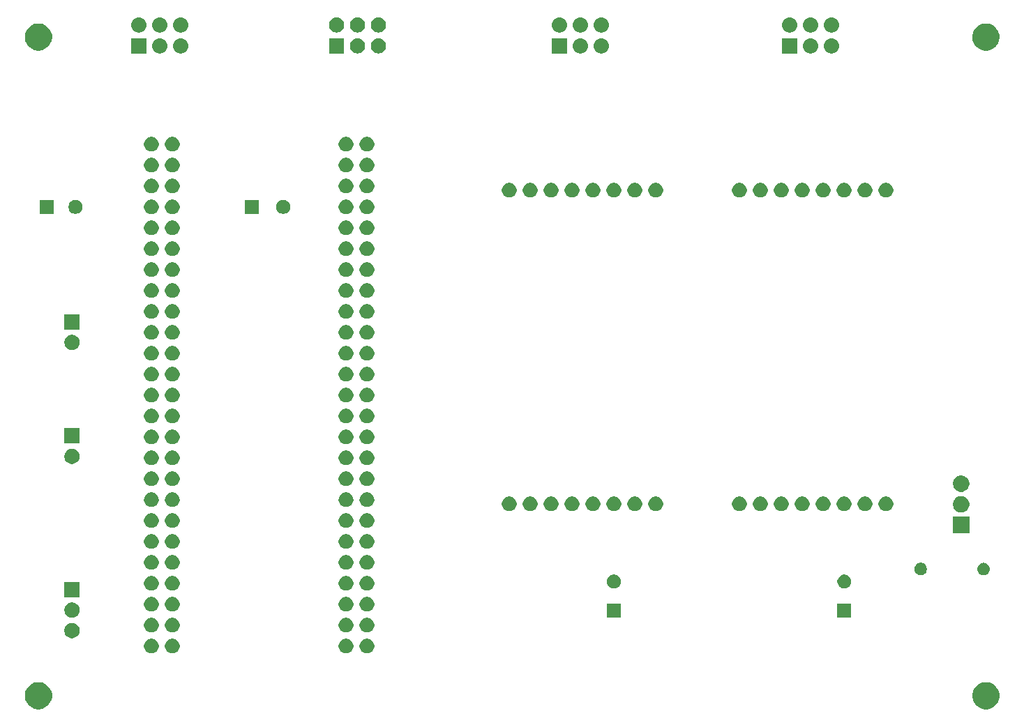
<source format=gbr>
G04 #@! TF.GenerationSoftware,KiCad,Pcbnew,(5.1.2)-2*
G04 #@! TF.CreationDate,2022-11-28T14:44:14+09:00*
G04 #@! TF.ProjectId,Motor_MotherBoard,4d6f746f-725f-44d6-9f74-686572426f61,rev?*
G04 #@! TF.SameCoordinates,Original*
G04 #@! TF.FileFunction,Soldermask,Bot*
G04 #@! TF.FilePolarity,Negative*
%FSLAX46Y46*%
G04 Gerber Fmt 4.6, Leading zero omitted, Abs format (unit mm)*
G04 Created by KiCad (PCBNEW (5.1.2)-2) date 2022-11-28 14:44:14*
%MOMM*%
%LPD*%
G04 APERTURE LIST*
%ADD10C,0.100000*%
G04 APERTURE END LIST*
D10*
G36*
X155375256Y-103391298D02*
G01*
X155481579Y-103412447D01*
X155782042Y-103536903D01*
X156052451Y-103717585D01*
X156282415Y-103947549D01*
X156463097Y-104217958D01*
X156587553Y-104518421D01*
X156651000Y-104837391D01*
X156651000Y-105162609D01*
X156587553Y-105481579D01*
X156463097Y-105782042D01*
X156282415Y-106052451D01*
X156052451Y-106282415D01*
X155782042Y-106463097D01*
X155481579Y-106587553D01*
X155375256Y-106608702D01*
X155162611Y-106651000D01*
X154837389Y-106651000D01*
X154624744Y-106608702D01*
X154518421Y-106587553D01*
X154217958Y-106463097D01*
X153947549Y-106282415D01*
X153717585Y-106052451D01*
X153536903Y-105782042D01*
X153412447Y-105481579D01*
X153349000Y-105162609D01*
X153349000Y-104837391D01*
X153412447Y-104518421D01*
X153536903Y-104217958D01*
X153717585Y-103947549D01*
X153947549Y-103717585D01*
X154217958Y-103536903D01*
X154518421Y-103412447D01*
X154624744Y-103391298D01*
X154837389Y-103349000D01*
X155162611Y-103349000D01*
X155375256Y-103391298D01*
X155375256Y-103391298D01*
G37*
G36*
X40375256Y-103391298D02*
G01*
X40481579Y-103412447D01*
X40782042Y-103536903D01*
X41052451Y-103717585D01*
X41282415Y-103947549D01*
X41463097Y-104217958D01*
X41587553Y-104518421D01*
X41651000Y-104837391D01*
X41651000Y-105162609D01*
X41587553Y-105481579D01*
X41463097Y-105782042D01*
X41282415Y-106052451D01*
X41052451Y-106282415D01*
X40782042Y-106463097D01*
X40481579Y-106587553D01*
X40375256Y-106608702D01*
X40162611Y-106651000D01*
X39837389Y-106651000D01*
X39624744Y-106608702D01*
X39518421Y-106587553D01*
X39217958Y-106463097D01*
X38947549Y-106282415D01*
X38717585Y-106052451D01*
X38536903Y-105782042D01*
X38412447Y-105481579D01*
X38349000Y-105162609D01*
X38349000Y-104837391D01*
X38412447Y-104518421D01*
X38536903Y-104217958D01*
X38717585Y-103947549D01*
X38947549Y-103717585D01*
X39217958Y-103536903D01*
X39518421Y-103412447D01*
X39624744Y-103391298D01*
X39837389Y-103349000D01*
X40162611Y-103349000D01*
X40375256Y-103391298D01*
X40375256Y-103391298D01*
G37*
G36*
X56365512Y-98067927D02*
G01*
X56514812Y-98097624D01*
X56678784Y-98165544D01*
X56826354Y-98264147D01*
X56951853Y-98389646D01*
X57050456Y-98537216D01*
X57118376Y-98701188D01*
X57153000Y-98875259D01*
X57153000Y-99052741D01*
X57118376Y-99226812D01*
X57050456Y-99390784D01*
X56951853Y-99538354D01*
X56826354Y-99663853D01*
X56678784Y-99762456D01*
X56514812Y-99830376D01*
X56365512Y-99860073D01*
X56340742Y-99865000D01*
X56163258Y-99865000D01*
X56138488Y-99860073D01*
X55989188Y-99830376D01*
X55825216Y-99762456D01*
X55677646Y-99663853D01*
X55552147Y-99538354D01*
X55453544Y-99390784D01*
X55385624Y-99226812D01*
X55351000Y-99052741D01*
X55351000Y-98875259D01*
X55385624Y-98701188D01*
X55453544Y-98537216D01*
X55552147Y-98389646D01*
X55677646Y-98264147D01*
X55825216Y-98165544D01*
X55989188Y-98097624D01*
X56138488Y-98067927D01*
X56163258Y-98063000D01*
X56340742Y-98063000D01*
X56365512Y-98067927D01*
X56365512Y-98067927D01*
G37*
G36*
X79987512Y-98067927D02*
G01*
X80136812Y-98097624D01*
X80300784Y-98165544D01*
X80448354Y-98264147D01*
X80573853Y-98389646D01*
X80672456Y-98537216D01*
X80740376Y-98701188D01*
X80775000Y-98875259D01*
X80775000Y-99052741D01*
X80740376Y-99226812D01*
X80672456Y-99390784D01*
X80573853Y-99538354D01*
X80448354Y-99663853D01*
X80300784Y-99762456D01*
X80136812Y-99830376D01*
X79987512Y-99860073D01*
X79962742Y-99865000D01*
X79785258Y-99865000D01*
X79760488Y-99860073D01*
X79611188Y-99830376D01*
X79447216Y-99762456D01*
X79299646Y-99663853D01*
X79174147Y-99538354D01*
X79075544Y-99390784D01*
X79007624Y-99226812D01*
X78973000Y-99052741D01*
X78973000Y-98875259D01*
X79007624Y-98701188D01*
X79075544Y-98537216D01*
X79174147Y-98389646D01*
X79299646Y-98264147D01*
X79447216Y-98165544D01*
X79611188Y-98097624D01*
X79760488Y-98067927D01*
X79785258Y-98063000D01*
X79962742Y-98063000D01*
X79987512Y-98067927D01*
X79987512Y-98067927D01*
G37*
G36*
X53825512Y-98067927D02*
G01*
X53974812Y-98097624D01*
X54138784Y-98165544D01*
X54286354Y-98264147D01*
X54411853Y-98389646D01*
X54510456Y-98537216D01*
X54578376Y-98701188D01*
X54613000Y-98875259D01*
X54613000Y-99052741D01*
X54578376Y-99226812D01*
X54510456Y-99390784D01*
X54411853Y-99538354D01*
X54286354Y-99663853D01*
X54138784Y-99762456D01*
X53974812Y-99830376D01*
X53825512Y-99860073D01*
X53800742Y-99865000D01*
X53623258Y-99865000D01*
X53598488Y-99860073D01*
X53449188Y-99830376D01*
X53285216Y-99762456D01*
X53137646Y-99663853D01*
X53012147Y-99538354D01*
X52913544Y-99390784D01*
X52845624Y-99226812D01*
X52811000Y-99052741D01*
X52811000Y-98875259D01*
X52845624Y-98701188D01*
X52913544Y-98537216D01*
X53012147Y-98389646D01*
X53137646Y-98264147D01*
X53285216Y-98165544D01*
X53449188Y-98097624D01*
X53598488Y-98067927D01*
X53623258Y-98063000D01*
X53800742Y-98063000D01*
X53825512Y-98067927D01*
X53825512Y-98067927D01*
G37*
G36*
X77447512Y-98067927D02*
G01*
X77596812Y-98097624D01*
X77760784Y-98165544D01*
X77908354Y-98264147D01*
X78033853Y-98389646D01*
X78132456Y-98537216D01*
X78200376Y-98701188D01*
X78235000Y-98875259D01*
X78235000Y-99052741D01*
X78200376Y-99226812D01*
X78132456Y-99390784D01*
X78033853Y-99538354D01*
X77908354Y-99663853D01*
X77760784Y-99762456D01*
X77596812Y-99830376D01*
X77447512Y-99860073D01*
X77422742Y-99865000D01*
X77245258Y-99865000D01*
X77220488Y-99860073D01*
X77071188Y-99830376D01*
X76907216Y-99762456D01*
X76759646Y-99663853D01*
X76634147Y-99538354D01*
X76535544Y-99390784D01*
X76467624Y-99226812D01*
X76433000Y-99052741D01*
X76433000Y-98875259D01*
X76467624Y-98701188D01*
X76535544Y-98537216D01*
X76634147Y-98389646D01*
X76759646Y-98264147D01*
X76907216Y-98165544D01*
X77071188Y-98097624D01*
X77220488Y-98067927D01*
X77245258Y-98063000D01*
X77422742Y-98063000D01*
X77447512Y-98067927D01*
X77447512Y-98067927D01*
G37*
G36*
X44339104Y-96203585D02*
G01*
X44507626Y-96273389D01*
X44659291Y-96374728D01*
X44788272Y-96503709D01*
X44889611Y-96655374D01*
X44959415Y-96823896D01*
X44995000Y-97002797D01*
X44995000Y-97185203D01*
X44959415Y-97364104D01*
X44889611Y-97532626D01*
X44788272Y-97684291D01*
X44659291Y-97813272D01*
X44507626Y-97914611D01*
X44339104Y-97984415D01*
X44160203Y-98020000D01*
X43977797Y-98020000D01*
X43798896Y-97984415D01*
X43630374Y-97914611D01*
X43478709Y-97813272D01*
X43349728Y-97684291D01*
X43248389Y-97532626D01*
X43178585Y-97364104D01*
X43143000Y-97185203D01*
X43143000Y-97002797D01*
X43178585Y-96823896D01*
X43248389Y-96655374D01*
X43349728Y-96503709D01*
X43478709Y-96374728D01*
X43630374Y-96273389D01*
X43798896Y-96203585D01*
X43977797Y-96168000D01*
X44160203Y-96168000D01*
X44339104Y-96203585D01*
X44339104Y-96203585D01*
G37*
G36*
X53825512Y-95527927D02*
G01*
X53974812Y-95557624D01*
X54138784Y-95625544D01*
X54286354Y-95724147D01*
X54411853Y-95849646D01*
X54510456Y-95997216D01*
X54578376Y-96161188D01*
X54613000Y-96335259D01*
X54613000Y-96512741D01*
X54578376Y-96686812D01*
X54510456Y-96850784D01*
X54411853Y-96998354D01*
X54286354Y-97123853D01*
X54138784Y-97222456D01*
X53974812Y-97290376D01*
X53825512Y-97320073D01*
X53800742Y-97325000D01*
X53623258Y-97325000D01*
X53598488Y-97320073D01*
X53449188Y-97290376D01*
X53285216Y-97222456D01*
X53137646Y-97123853D01*
X53012147Y-96998354D01*
X52913544Y-96850784D01*
X52845624Y-96686812D01*
X52811000Y-96512741D01*
X52811000Y-96335259D01*
X52845624Y-96161188D01*
X52913544Y-95997216D01*
X53012147Y-95849646D01*
X53137646Y-95724147D01*
X53285216Y-95625544D01*
X53449188Y-95557624D01*
X53598488Y-95527927D01*
X53623258Y-95523000D01*
X53800742Y-95523000D01*
X53825512Y-95527927D01*
X53825512Y-95527927D01*
G37*
G36*
X56365512Y-95527927D02*
G01*
X56514812Y-95557624D01*
X56678784Y-95625544D01*
X56826354Y-95724147D01*
X56951853Y-95849646D01*
X57050456Y-95997216D01*
X57118376Y-96161188D01*
X57153000Y-96335259D01*
X57153000Y-96512741D01*
X57118376Y-96686812D01*
X57050456Y-96850784D01*
X56951853Y-96998354D01*
X56826354Y-97123853D01*
X56678784Y-97222456D01*
X56514812Y-97290376D01*
X56365512Y-97320073D01*
X56340742Y-97325000D01*
X56163258Y-97325000D01*
X56138488Y-97320073D01*
X55989188Y-97290376D01*
X55825216Y-97222456D01*
X55677646Y-97123853D01*
X55552147Y-96998354D01*
X55453544Y-96850784D01*
X55385624Y-96686812D01*
X55351000Y-96512741D01*
X55351000Y-96335259D01*
X55385624Y-96161188D01*
X55453544Y-95997216D01*
X55552147Y-95849646D01*
X55677646Y-95724147D01*
X55825216Y-95625544D01*
X55989188Y-95557624D01*
X56138488Y-95527927D01*
X56163258Y-95523000D01*
X56340742Y-95523000D01*
X56365512Y-95527927D01*
X56365512Y-95527927D01*
G37*
G36*
X77447512Y-95527927D02*
G01*
X77596812Y-95557624D01*
X77760784Y-95625544D01*
X77908354Y-95724147D01*
X78033853Y-95849646D01*
X78132456Y-95997216D01*
X78200376Y-96161188D01*
X78235000Y-96335259D01*
X78235000Y-96512741D01*
X78200376Y-96686812D01*
X78132456Y-96850784D01*
X78033853Y-96998354D01*
X77908354Y-97123853D01*
X77760784Y-97222456D01*
X77596812Y-97290376D01*
X77447512Y-97320073D01*
X77422742Y-97325000D01*
X77245258Y-97325000D01*
X77220488Y-97320073D01*
X77071188Y-97290376D01*
X76907216Y-97222456D01*
X76759646Y-97123853D01*
X76634147Y-96998354D01*
X76535544Y-96850784D01*
X76467624Y-96686812D01*
X76433000Y-96512741D01*
X76433000Y-96335259D01*
X76467624Y-96161188D01*
X76535544Y-95997216D01*
X76634147Y-95849646D01*
X76759646Y-95724147D01*
X76907216Y-95625544D01*
X77071188Y-95557624D01*
X77220488Y-95527927D01*
X77245258Y-95523000D01*
X77422742Y-95523000D01*
X77447512Y-95527927D01*
X77447512Y-95527927D01*
G37*
G36*
X79987512Y-95527927D02*
G01*
X80136812Y-95557624D01*
X80300784Y-95625544D01*
X80448354Y-95724147D01*
X80573853Y-95849646D01*
X80672456Y-95997216D01*
X80740376Y-96161188D01*
X80775000Y-96335259D01*
X80775000Y-96512741D01*
X80740376Y-96686812D01*
X80672456Y-96850784D01*
X80573853Y-96998354D01*
X80448354Y-97123853D01*
X80300784Y-97222456D01*
X80136812Y-97290376D01*
X79987512Y-97320073D01*
X79962742Y-97325000D01*
X79785258Y-97325000D01*
X79760488Y-97320073D01*
X79611188Y-97290376D01*
X79447216Y-97222456D01*
X79299646Y-97123853D01*
X79174147Y-96998354D01*
X79075544Y-96850784D01*
X79007624Y-96686812D01*
X78973000Y-96512741D01*
X78973000Y-96335259D01*
X79007624Y-96161188D01*
X79075544Y-95997216D01*
X79174147Y-95849646D01*
X79299646Y-95724147D01*
X79447216Y-95625544D01*
X79611188Y-95557624D01*
X79760488Y-95527927D01*
X79785258Y-95523000D01*
X79962742Y-95523000D01*
X79987512Y-95527927D01*
X79987512Y-95527927D01*
G37*
G36*
X44339104Y-93703585D02*
G01*
X44507626Y-93773389D01*
X44659291Y-93874728D01*
X44788272Y-94003709D01*
X44889611Y-94155374D01*
X44959415Y-94323896D01*
X44995000Y-94502797D01*
X44995000Y-94685203D01*
X44959415Y-94864104D01*
X44889611Y-95032626D01*
X44788272Y-95184291D01*
X44659291Y-95313272D01*
X44507626Y-95414611D01*
X44339104Y-95484415D01*
X44160203Y-95520000D01*
X43977797Y-95520000D01*
X43798896Y-95484415D01*
X43630374Y-95414611D01*
X43478709Y-95313272D01*
X43349728Y-95184291D01*
X43248389Y-95032626D01*
X43178585Y-94864104D01*
X43143000Y-94685203D01*
X43143000Y-94502797D01*
X43178585Y-94323896D01*
X43248389Y-94155374D01*
X43349728Y-94003709D01*
X43478709Y-93874728D01*
X43630374Y-93773389D01*
X43798896Y-93703585D01*
X43977797Y-93668000D01*
X44160203Y-93668000D01*
X44339104Y-93703585D01*
X44339104Y-93703585D01*
G37*
G36*
X138671400Y-95491400D02*
G01*
X136969400Y-95491400D01*
X136969400Y-93789400D01*
X138671400Y-93789400D01*
X138671400Y-95491400D01*
X138671400Y-95491400D01*
G37*
G36*
X110706000Y-95491400D02*
G01*
X109004000Y-95491400D01*
X109004000Y-93789400D01*
X110706000Y-93789400D01*
X110706000Y-95491400D01*
X110706000Y-95491400D01*
G37*
G36*
X53825512Y-92987927D02*
G01*
X53974812Y-93017624D01*
X54138784Y-93085544D01*
X54286354Y-93184147D01*
X54411853Y-93309646D01*
X54510456Y-93457216D01*
X54578376Y-93621188D01*
X54613000Y-93795259D01*
X54613000Y-93972741D01*
X54578376Y-94146812D01*
X54510456Y-94310784D01*
X54411853Y-94458354D01*
X54286354Y-94583853D01*
X54138784Y-94682456D01*
X53974812Y-94750376D01*
X53825512Y-94780073D01*
X53800742Y-94785000D01*
X53623258Y-94785000D01*
X53598488Y-94780073D01*
X53449188Y-94750376D01*
X53285216Y-94682456D01*
X53137646Y-94583853D01*
X53012147Y-94458354D01*
X52913544Y-94310784D01*
X52845624Y-94146812D01*
X52811000Y-93972741D01*
X52811000Y-93795259D01*
X52845624Y-93621188D01*
X52913544Y-93457216D01*
X53012147Y-93309646D01*
X53137646Y-93184147D01*
X53285216Y-93085544D01*
X53449188Y-93017624D01*
X53598488Y-92987927D01*
X53623258Y-92983000D01*
X53800742Y-92983000D01*
X53825512Y-92987927D01*
X53825512Y-92987927D01*
G37*
G36*
X77447512Y-92987927D02*
G01*
X77596812Y-93017624D01*
X77760784Y-93085544D01*
X77908354Y-93184147D01*
X78033853Y-93309646D01*
X78132456Y-93457216D01*
X78200376Y-93621188D01*
X78235000Y-93795259D01*
X78235000Y-93972741D01*
X78200376Y-94146812D01*
X78132456Y-94310784D01*
X78033853Y-94458354D01*
X77908354Y-94583853D01*
X77760784Y-94682456D01*
X77596812Y-94750376D01*
X77447512Y-94780073D01*
X77422742Y-94785000D01*
X77245258Y-94785000D01*
X77220488Y-94780073D01*
X77071188Y-94750376D01*
X76907216Y-94682456D01*
X76759646Y-94583853D01*
X76634147Y-94458354D01*
X76535544Y-94310784D01*
X76467624Y-94146812D01*
X76433000Y-93972741D01*
X76433000Y-93795259D01*
X76467624Y-93621188D01*
X76535544Y-93457216D01*
X76634147Y-93309646D01*
X76759646Y-93184147D01*
X76907216Y-93085544D01*
X77071188Y-93017624D01*
X77220488Y-92987927D01*
X77245258Y-92983000D01*
X77422742Y-92983000D01*
X77447512Y-92987927D01*
X77447512Y-92987927D01*
G37*
G36*
X79987512Y-92987927D02*
G01*
X80136812Y-93017624D01*
X80300784Y-93085544D01*
X80448354Y-93184147D01*
X80573853Y-93309646D01*
X80672456Y-93457216D01*
X80740376Y-93621188D01*
X80775000Y-93795259D01*
X80775000Y-93972741D01*
X80740376Y-94146812D01*
X80672456Y-94310784D01*
X80573853Y-94458354D01*
X80448354Y-94583853D01*
X80300784Y-94682456D01*
X80136812Y-94750376D01*
X79987512Y-94780073D01*
X79962742Y-94785000D01*
X79785258Y-94785000D01*
X79760488Y-94780073D01*
X79611188Y-94750376D01*
X79447216Y-94682456D01*
X79299646Y-94583853D01*
X79174147Y-94458354D01*
X79075544Y-94310784D01*
X79007624Y-94146812D01*
X78973000Y-93972741D01*
X78973000Y-93795259D01*
X79007624Y-93621188D01*
X79075544Y-93457216D01*
X79174147Y-93309646D01*
X79299646Y-93184147D01*
X79447216Y-93085544D01*
X79611188Y-93017624D01*
X79760488Y-92987927D01*
X79785258Y-92983000D01*
X79962742Y-92983000D01*
X79987512Y-92987927D01*
X79987512Y-92987927D01*
G37*
G36*
X56365512Y-92987927D02*
G01*
X56514812Y-93017624D01*
X56678784Y-93085544D01*
X56826354Y-93184147D01*
X56951853Y-93309646D01*
X57050456Y-93457216D01*
X57118376Y-93621188D01*
X57153000Y-93795259D01*
X57153000Y-93972741D01*
X57118376Y-94146812D01*
X57050456Y-94310784D01*
X56951853Y-94458354D01*
X56826354Y-94583853D01*
X56678784Y-94682456D01*
X56514812Y-94750376D01*
X56365512Y-94780073D01*
X56340742Y-94785000D01*
X56163258Y-94785000D01*
X56138488Y-94780073D01*
X55989188Y-94750376D01*
X55825216Y-94682456D01*
X55677646Y-94583853D01*
X55552147Y-94458354D01*
X55453544Y-94310784D01*
X55385624Y-94146812D01*
X55351000Y-93972741D01*
X55351000Y-93795259D01*
X55385624Y-93621188D01*
X55453544Y-93457216D01*
X55552147Y-93309646D01*
X55677646Y-93184147D01*
X55825216Y-93085544D01*
X55989188Y-93017624D01*
X56138488Y-92987927D01*
X56163258Y-92983000D01*
X56340742Y-92983000D01*
X56365512Y-92987927D01*
X56365512Y-92987927D01*
G37*
G36*
X44995000Y-93020000D02*
G01*
X43143000Y-93020000D01*
X43143000Y-91168000D01*
X44995000Y-91168000D01*
X44995000Y-93020000D01*
X44995000Y-93020000D01*
G37*
G36*
X79987512Y-90447927D02*
G01*
X80136812Y-90477624D01*
X80300784Y-90545544D01*
X80448354Y-90644147D01*
X80573853Y-90769646D01*
X80672456Y-90917216D01*
X80740376Y-91081188D01*
X80775000Y-91255259D01*
X80775000Y-91432741D01*
X80740376Y-91606812D01*
X80672456Y-91770784D01*
X80573853Y-91918354D01*
X80448354Y-92043853D01*
X80300784Y-92142456D01*
X80136812Y-92210376D01*
X79987512Y-92240073D01*
X79962742Y-92245000D01*
X79785258Y-92245000D01*
X79760488Y-92240073D01*
X79611188Y-92210376D01*
X79447216Y-92142456D01*
X79299646Y-92043853D01*
X79174147Y-91918354D01*
X79075544Y-91770784D01*
X79007624Y-91606812D01*
X78973000Y-91432741D01*
X78973000Y-91255259D01*
X79007624Y-91081188D01*
X79075544Y-90917216D01*
X79174147Y-90769646D01*
X79299646Y-90644147D01*
X79447216Y-90545544D01*
X79611188Y-90477624D01*
X79760488Y-90447927D01*
X79785258Y-90443000D01*
X79962742Y-90443000D01*
X79987512Y-90447927D01*
X79987512Y-90447927D01*
G37*
G36*
X77447512Y-90447927D02*
G01*
X77596812Y-90477624D01*
X77760784Y-90545544D01*
X77908354Y-90644147D01*
X78033853Y-90769646D01*
X78132456Y-90917216D01*
X78200376Y-91081188D01*
X78235000Y-91255259D01*
X78235000Y-91432741D01*
X78200376Y-91606812D01*
X78132456Y-91770784D01*
X78033853Y-91918354D01*
X77908354Y-92043853D01*
X77760784Y-92142456D01*
X77596812Y-92210376D01*
X77447512Y-92240073D01*
X77422742Y-92245000D01*
X77245258Y-92245000D01*
X77220488Y-92240073D01*
X77071188Y-92210376D01*
X76907216Y-92142456D01*
X76759646Y-92043853D01*
X76634147Y-91918354D01*
X76535544Y-91770784D01*
X76467624Y-91606812D01*
X76433000Y-91432741D01*
X76433000Y-91255259D01*
X76467624Y-91081188D01*
X76535544Y-90917216D01*
X76634147Y-90769646D01*
X76759646Y-90644147D01*
X76907216Y-90545544D01*
X77071188Y-90477624D01*
X77220488Y-90447927D01*
X77245258Y-90443000D01*
X77422742Y-90443000D01*
X77447512Y-90447927D01*
X77447512Y-90447927D01*
G37*
G36*
X56365512Y-90447927D02*
G01*
X56514812Y-90477624D01*
X56678784Y-90545544D01*
X56826354Y-90644147D01*
X56951853Y-90769646D01*
X57050456Y-90917216D01*
X57118376Y-91081188D01*
X57153000Y-91255259D01*
X57153000Y-91432741D01*
X57118376Y-91606812D01*
X57050456Y-91770784D01*
X56951853Y-91918354D01*
X56826354Y-92043853D01*
X56678784Y-92142456D01*
X56514812Y-92210376D01*
X56365512Y-92240073D01*
X56340742Y-92245000D01*
X56163258Y-92245000D01*
X56138488Y-92240073D01*
X55989188Y-92210376D01*
X55825216Y-92142456D01*
X55677646Y-92043853D01*
X55552147Y-91918354D01*
X55453544Y-91770784D01*
X55385624Y-91606812D01*
X55351000Y-91432741D01*
X55351000Y-91255259D01*
X55385624Y-91081188D01*
X55453544Y-90917216D01*
X55552147Y-90769646D01*
X55677646Y-90644147D01*
X55825216Y-90545544D01*
X55989188Y-90477624D01*
X56138488Y-90447927D01*
X56163258Y-90443000D01*
X56340742Y-90443000D01*
X56365512Y-90447927D01*
X56365512Y-90447927D01*
G37*
G36*
X53825512Y-90447927D02*
G01*
X53974812Y-90477624D01*
X54138784Y-90545544D01*
X54286354Y-90644147D01*
X54411853Y-90769646D01*
X54510456Y-90917216D01*
X54578376Y-91081188D01*
X54613000Y-91255259D01*
X54613000Y-91432741D01*
X54578376Y-91606812D01*
X54510456Y-91770784D01*
X54411853Y-91918354D01*
X54286354Y-92043853D01*
X54138784Y-92142456D01*
X53974812Y-92210376D01*
X53825512Y-92240073D01*
X53800742Y-92245000D01*
X53623258Y-92245000D01*
X53598488Y-92240073D01*
X53449188Y-92210376D01*
X53285216Y-92142456D01*
X53137646Y-92043853D01*
X53012147Y-91918354D01*
X52913544Y-91770784D01*
X52845624Y-91606812D01*
X52811000Y-91432741D01*
X52811000Y-91255259D01*
X52845624Y-91081188D01*
X52913544Y-90917216D01*
X53012147Y-90769646D01*
X53137646Y-90644147D01*
X53285216Y-90545544D01*
X53449188Y-90477624D01*
X53598488Y-90447927D01*
X53623258Y-90443000D01*
X53800742Y-90443000D01*
X53825512Y-90447927D01*
X53825512Y-90447927D01*
G37*
G36*
X110103228Y-90322103D02*
G01*
X110258100Y-90386253D01*
X110397481Y-90479385D01*
X110516015Y-90597919D01*
X110609147Y-90737300D01*
X110673297Y-90892172D01*
X110706000Y-91056584D01*
X110706000Y-91224216D01*
X110673297Y-91388628D01*
X110609147Y-91543500D01*
X110516015Y-91682881D01*
X110397481Y-91801415D01*
X110258100Y-91894547D01*
X110103228Y-91958697D01*
X109938816Y-91991400D01*
X109771184Y-91991400D01*
X109606772Y-91958697D01*
X109451900Y-91894547D01*
X109312519Y-91801415D01*
X109193985Y-91682881D01*
X109100853Y-91543500D01*
X109036703Y-91388628D01*
X109004000Y-91224216D01*
X109004000Y-91056584D01*
X109036703Y-90892172D01*
X109100853Y-90737300D01*
X109193985Y-90597919D01*
X109312519Y-90479385D01*
X109451900Y-90386253D01*
X109606772Y-90322103D01*
X109771184Y-90289400D01*
X109938816Y-90289400D01*
X110103228Y-90322103D01*
X110103228Y-90322103D01*
G37*
G36*
X138068628Y-90322103D02*
G01*
X138223500Y-90386253D01*
X138362881Y-90479385D01*
X138481415Y-90597919D01*
X138574547Y-90737300D01*
X138638697Y-90892172D01*
X138671400Y-91056584D01*
X138671400Y-91224216D01*
X138638697Y-91388628D01*
X138574547Y-91543500D01*
X138481415Y-91682881D01*
X138362881Y-91801415D01*
X138223500Y-91894547D01*
X138068628Y-91958697D01*
X137904216Y-91991400D01*
X137736584Y-91991400D01*
X137572172Y-91958697D01*
X137417300Y-91894547D01*
X137277919Y-91801415D01*
X137159385Y-91682881D01*
X137066253Y-91543500D01*
X137002103Y-91388628D01*
X136969400Y-91224216D01*
X136969400Y-91056584D01*
X137002103Y-90892172D01*
X137066253Y-90737300D01*
X137159385Y-90597919D01*
X137277919Y-90479385D01*
X137417300Y-90386253D01*
X137572172Y-90322103D01*
X137736584Y-90289400D01*
X137904216Y-90289400D01*
X138068628Y-90322103D01*
X138068628Y-90322103D01*
G37*
G36*
X147310459Y-88889060D02*
G01*
X147370694Y-88914010D01*
X147447132Y-88945672D01*
X147570135Y-89027860D01*
X147674740Y-89132465D01*
X147756928Y-89255468D01*
X147756929Y-89255470D01*
X147813540Y-89392141D01*
X147835761Y-89503853D01*
X147842400Y-89537233D01*
X147842400Y-89685167D01*
X147813540Y-89830259D01*
X147756928Y-89966932D01*
X147674740Y-90089935D01*
X147570135Y-90194540D01*
X147447132Y-90276728D01*
X147447131Y-90276729D01*
X147447130Y-90276729D01*
X147310459Y-90333340D01*
X147165368Y-90362200D01*
X147017432Y-90362200D01*
X146872341Y-90333340D01*
X146735670Y-90276729D01*
X146735669Y-90276729D01*
X146735668Y-90276728D01*
X146612665Y-90194540D01*
X146508060Y-90089935D01*
X146425872Y-89966932D01*
X146369260Y-89830259D01*
X146340400Y-89685167D01*
X146340400Y-89537233D01*
X146347040Y-89503853D01*
X146369260Y-89392141D01*
X146425871Y-89255470D01*
X146425872Y-89255468D01*
X146508060Y-89132465D01*
X146612665Y-89027860D01*
X146735668Y-88945672D01*
X146812107Y-88914010D01*
X146872341Y-88889060D01*
X147017432Y-88860200D01*
X147165368Y-88860200D01*
X147310459Y-88889060D01*
X147310459Y-88889060D01*
G37*
G36*
X154785065Y-88863822D02*
G01*
X154858622Y-88871067D01*
X155000186Y-88914010D01*
X155130652Y-88983746D01*
X155160440Y-89008192D01*
X155245007Y-89077593D01*
X155314408Y-89162160D01*
X155338854Y-89191948D01*
X155408590Y-89322414D01*
X155451533Y-89463978D01*
X155466033Y-89611200D01*
X155451533Y-89758422D01*
X155408590Y-89899986D01*
X155338854Y-90030452D01*
X155314408Y-90060240D01*
X155245007Y-90144807D01*
X155184404Y-90194541D01*
X155130652Y-90238654D01*
X155000186Y-90308390D01*
X154858622Y-90351333D01*
X154785065Y-90358578D01*
X154748288Y-90362200D01*
X154674512Y-90362200D01*
X154637735Y-90358578D01*
X154564178Y-90351333D01*
X154422614Y-90308390D01*
X154292148Y-90238654D01*
X154238396Y-90194541D01*
X154177793Y-90144807D01*
X154108392Y-90060240D01*
X154083946Y-90030452D01*
X154014210Y-89899986D01*
X153971267Y-89758422D01*
X153956767Y-89611200D01*
X153971267Y-89463978D01*
X154014210Y-89322414D01*
X154083946Y-89191948D01*
X154108392Y-89162160D01*
X154177793Y-89077593D01*
X154262360Y-89008192D01*
X154292148Y-88983746D01*
X154422614Y-88914010D01*
X154564178Y-88871067D01*
X154637735Y-88863822D01*
X154674512Y-88860200D01*
X154748288Y-88860200D01*
X154785065Y-88863822D01*
X154785065Y-88863822D01*
G37*
G36*
X79987512Y-87907927D02*
G01*
X80136812Y-87937624D01*
X80300784Y-88005544D01*
X80448354Y-88104147D01*
X80573853Y-88229646D01*
X80672456Y-88377216D01*
X80740376Y-88541188D01*
X80775000Y-88715259D01*
X80775000Y-88892741D01*
X80740376Y-89066812D01*
X80672456Y-89230784D01*
X80573853Y-89378354D01*
X80448354Y-89503853D01*
X80300784Y-89602456D01*
X80136812Y-89670376D01*
X79987512Y-89700073D01*
X79962742Y-89705000D01*
X79785258Y-89705000D01*
X79760488Y-89700073D01*
X79611188Y-89670376D01*
X79447216Y-89602456D01*
X79299646Y-89503853D01*
X79174147Y-89378354D01*
X79075544Y-89230784D01*
X79007624Y-89066812D01*
X78973000Y-88892741D01*
X78973000Y-88715259D01*
X79007624Y-88541188D01*
X79075544Y-88377216D01*
X79174147Y-88229646D01*
X79299646Y-88104147D01*
X79447216Y-88005544D01*
X79611188Y-87937624D01*
X79760488Y-87907927D01*
X79785258Y-87903000D01*
X79962742Y-87903000D01*
X79987512Y-87907927D01*
X79987512Y-87907927D01*
G37*
G36*
X77447512Y-87907927D02*
G01*
X77596812Y-87937624D01*
X77760784Y-88005544D01*
X77908354Y-88104147D01*
X78033853Y-88229646D01*
X78132456Y-88377216D01*
X78200376Y-88541188D01*
X78235000Y-88715259D01*
X78235000Y-88892741D01*
X78200376Y-89066812D01*
X78132456Y-89230784D01*
X78033853Y-89378354D01*
X77908354Y-89503853D01*
X77760784Y-89602456D01*
X77596812Y-89670376D01*
X77447512Y-89700073D01*
X77422742Y-89705000D01*
X77245258Y-89705000D01*
X77220488Y-89700073D01*
X77071188Y-89670376D01*
X76907216Y-89602456D01*
X76759646Y-89503853D01*
X76634147Y-89378354D01*
X76535544Y-89230784D01*
X76467624Y-89066812D01*
X76433000Y-88892741D01*
X76433000Y-88715259D01*
X76467624Y-88541188D01*
X76535544Y-88377216D01*
X76634147Y-88229646D01*
X76759646Y-88104147D01*
X76907216Y-88005544D01*
X77071188Y-87937624D01*
X77220488Y-87907927D01*
X77245258Y-87903000D01*
X77422742Y-87903000D01*
X77447512Y-87907927D01*
X77447512Y-87907927D01*
G37*
G36*
X53825512Y-87907927D02*
G01*
X53974812Y-87937624D01*
X54138784Y-88005544D01*
X54286354Y-88104147D01*
X54411853Y-88229646D01*
X54510456Y-88377216D01*
X54578376Y-88541188D01*
X54613000Y-88715259D01*
X54613000Y-88892741D01*
X54578376Y-89066812D01*
X54510456Y-89230784D01*
X54411853Y-89378354D01*
X54286354Y-89503853D01*
X54138784Y-89602456D01*
X53974812Y-89670376D01*
X53825512Y-89700073D01*
X53800742Y-89705000D01*
X53623258Y-89705000D01*
X53598488Y-89700073D01*
X53449188Y-89670376D01*
X53285216Y-89602456D01*
X53137646Y-89503853D01*
X53012147Y-89378354D01*
X52913544Y-89230784D01*
X52845624Y-89066812D01*
X52811000Y-88892741D01*
X52811000Y-88715259D01*
X52845624Y-88541188D01*
X52913544Y-88377216D01*
X53012147Y-88229646D01*
X53137646Y-88104147D01*
X53285216Y-88005544D01*
X53449188Y-87937624D01*
X53598488Y-87907927D01*
X53623258Y-87903000D01*
X53800742Y-87903000D01*
X53825512Y-87907927D01*
X53825512Y-87907927D01*
G37*
G36*
X56365512Y-87907927D02*
G01*
X56514812Y-87937624D01*
X56678784Y-88005544D01*
X56826354Y-88104147D01*
X56951853Y-88229646D01*
X57050456Y-88377216D01*
X57118376Y-88541188D01*
X57153000Y-88715259D01*
X57153000Y-88892741D01*
X57118376Y-89066812D01*
X57050456Y-89230784D01*
X56951853Y-89378354D01*
X56826354Y-89503853D01*
X56678784Y-89602456D01*
X56514812Y-89670376D01*
X56365512Y-89700073D01*
X56340742Y-89705000D01*
X56163258Y-89705000D01*
X56138488Y-89700073D01*
X55989188Y-89670376D01*
X55825216Y-89602456D01*
X55677646Y-89503853D01*
X55552147Y-89378354D01*
X55453544Y-89230784D01*
X55385624Y-89066812D01*
X55351000Y-88892741D01*
X55351000Y-88715259D01*
X55385624Y-88541188D01*
X55453544Y-88377216D01*
X55552147Y-88229646D01*
X55677646Y-88104147D01*
X55825216Y-88005544D01*
X55989188Y-87937624D01*
X56138488Y-87907927D01*
X56163258Y-87903000D01*
X56340742Y-87903000D01*
X56365512Y-87907927D01*
X56365512Y-87907927D01*
G37*
G36*
X79987512Y-85367927D02*
G01*
X80136812Y-85397624D01*
X80300784Y-85465544D01*
X80448354Y-85564147D01*
X80573853Y-85689646D01*
X80672456Y-85837216D01*
X80740376Y-86001188D01*
X80775000Y-86175259D01*
X80775000Y-86352741D01*
X80740376Y-86526812D01*
X80672456Y-86690784D01*
X80573853Y-86838354D01*
X80448354Y-86963853D01*
X80300784Y-87062456D01*
X80136812Y-87130376D01*
X79987512Y-87160073D01*
X79962742Y-87165000D01*
X79785258Y-87165000D01*
X79760488Y-87160073D01*
X79611188Y-87130376D01*
X79447216Y-87062456D01*
X79299646Y-86963853D01*
X79174147Y-86838354D01*
X79075544Y-86690784D01*
X79007624Y-86526812D01*
X78973000Y-86352741D01*
X78973000Y-86175259D01*
X79007624Y-86001188D01*
X79075544Y-85837216D01*
X79174147Y-85689646D01*
X79299646Y-85564147D01*
X79447216Y-85465544D01*
X79611188Y-85397624D01*
X79760488Y-85367927D01*
X79785258Y-85363000D01*
X79962742Y-85363000D01*
X79987512Y-85367927D01*
X79987512Y-85367927D01*
G37*
G36*
X77447512Y-85367927D02*
G01*
X77596812Y-85397624D01*
X77760784Y-85465544D01*
X77908354Y-85564147D01*
X78033853Y-85689646D01*
X78132456Y-85837216D01*
X78200376Y-86001188D01*
X78235000Y-86175259D01*
X78235000Y-86352741D01*
X78200376Y-86526812D01*
X78132456Y-86690784D01*
X78033853Y-86838354D01*
X77908354Y-86963853D01*
X77760784Y-87062456D01*
X77596812Y-87130376D01*
X77447512Y-87160073D01*
X77422742Y-87165000D01*
X77245258Y-87165000D01*
X77220488Y-87160073D01*
X77071188Y-87130376D01*
X76907216Y-87062456D01*
X76759646Y-86963853D01*
X76634147Y-86838354D01*
X76535544Y-86690784D01*
X76467624Y-86526812D01*
X76433000Y-86352741D01*
X76433000Y-86175259D01*
X76467624Y-86001188D01*
X76535544Y-85837216D01*
X76634147Y-85689646D01*
X76759646Y-85564147D01*
X76907216Y-85465544D01*
X77071188Y-85397624D01*
X77220488Y-85367927D01*
X77245258Y-85363000D01*
X77422742Y-85363000D01*
X77447512Y-85367927D01*
X77447512Y-85367927D01*
G37*
G36*
X56365512Y-85367927D02*
G01*
X56514812Y-85397624D01*
X56678784Y-85465544D01*
X56826354Y-85564147D01*
X56951853Y-85689646D01*
X57050456Y-85837216D01*
X57118376Y-86001188D01*
X57153000Y-86175259D01*
X57153000Y-86352741D01*
X57118376Y-86526812D01*
X57050456Y-86690784D01*
X56951853Y-86838354D01*
X56826354Y-86963853D01*
X56678784Y-87062456D01*
X56514812Y-87130376D01*
X56365512Y-87160073D01*
X56340742Y-87165000D01*
X56163258Y-87165000D01*
X56138488Y-87160073D01*
X55989188Y-87130376D01*
X55825216Y-87062456D01*
X55677646Y-86963853D01*
X55552147Y-86838354D01*
X55453544Y-86690784D01*
X55385624Y-86526812D01*
X55351000Y-86352741D01*
X55351000Y-86175259D01*
X55385624Y-86001188D01*
X55453544Y-85837216D01*
X55552147Y-85689646D01*
X55677646Y-85564147D01*
X55825216Y-85465544D01*
X55989188Y-85397624D01*
X56138488Y-85367927D01*
X56163258Y-85363000D01*
X56340742Y-85363000D01*
X56365512Y-85367927D01*
X56365512Y-85367927D01*
G37*
G36*
X53825512Y-85367927D02*
G01*
X53974812Y-85397624D01*
X54138784Y-85465544D01*
X54286354Y-85564147D01*
X54411853Y-85689646D01*
X54510456Y-85837216D01*
X54578376Y-86001188D01*
X54613000Y-86175259D01*
X54613000Y-86352741D01*
X54578376Y-86526812D01*
X54510456Y-86690784D01*
X54411853Y-86838354D01*
X54286354Y-86963853D01*
X54138784Y-87062456D01*
X53974812Y-87130376D01*
X53825512Y-87160073D01*
X53800742Y-87165000D01*
X53623258Y-87165000D01*
X53598488Y-87160073D01*
X53449188Y-87130376D01*
X53285216Y-87062456D01*
X53137646Y-86963853D01*
X53012147Y-86838354D01*
X52913544Y-86690784D01*
X52845624Y-86526812D01*
X52811000Y-86352741D01*
X52811000Y-86175259D01*
X52845624Y-86001188D01*
X52913544Y-85837216D01*
X53012147Y-85689646D01*
X53137646Y-85564147D01*
X53285216Y-85465544D01*
X53449188Y-85397624D01*
X53598488Y-85367927D01*
X53623258Y-85363000D01*
X53800742Y-85363000D01*
X53825512Y-85367927D01*
X53825512Y-85367927D01*
G37*
G36*
X153001000Y-85251000D02*
G01*
X150999000Y-85251000D01*
X150999000Y-83249000D01*
X153001000Y-83249000D01*
X153001000Y-85251000D01*
X153001000Y-85251000D01*
G37*
G36*
X77447512Y-82827927D02*
G01*
X77596812Y-82857624D01*
X77760784Y-82925544D01*
X77908354Y-83024147D01*
X78033853Y-83149646D01*
X78132456Y-83297216D01*
X78200376Y-83461188D01*
X78235000Y-83635259D01*
X78235000Y-83812741D01*
X78200376Y-83986812D01*
X78132456Y-84150784D01*
X78033853Y-84298354D01*
X77908354Y-84423853D01*
X77760784Y-84522456D01*
X77596812Y-84590376D01*
X77447512Y-84620073D01*
X77422742Y-84625000D01*
X77245258Y-84625000D01*
X77220488Y-84620073D01*
X77071188Y-84590376D01*
X76907216Y-84522456D01*
X76759646Y-84423853D01*
X76634147Y-84298354D01*
X76535544Y-84150784D01*
X76467624Y-83986812D01*
X76433000Y-83812741D01*
X76433000Y-83635259D01*
X76467624Y-83461188D01*
X76535544Y-83297216D01*
X76634147Y-83149646D01*
X76759646Y-83024147D01*
X76907216Y-82925544D01*
X77071188Y-82857624D01*
X77220488Y-82827927D01*
X77245258Y-82823000D01*
X77422742Y-82823000D01*
X77447512Y-82827927D01*
X77447512Y-82827927D01*
G37*
G36*
X53825512Y-82827927D02*
G01*
X53974812Y-82857624D01*
X54138784Y-82925544D01*
X54286354Y-83024147D01*
X54411853Y-83149646D01*
X54510456Y-83297216D01*
X54578376Y-83461188D01*
X54613000Y-83635259D01*
X54613000Y-83812741D01*
X54578376Y-83986812D01*
X54510456Y-84150784D01*
X54411853Y-84298354D01*
X54286354Y-84423853D01*
X54138784Y-84522456D01*
X53974812Y-84590376D01*
X53825512Y-84620073D01*
X53800742Y-84625000D01*
X53623258Y-84625000D01*
X53598488Y-84620073D01*
X53449188Y-84590376D01*
X53285216Y-84522456D01*
X53137646Y-84423853D01*
X53012147Y-84298354D01*
X52913544Y-84150784D01*
X52845624Y-83986812D01*
X52811000Y-83812741D01*
X52811000Y-83635259D01*
X52845624Y-83461188D01*
X52913544Y-83297216D01*
X53012147Y-83149646D01*
X53137646Y-83024147D01*
X53285216Y-82925544D01*
X53449188Y-82857624D01*
X53598488Y-82827927D01*
X53623258Y-82823000D01*
X53800742Y-82823000D01*
X53825512Y-82827927D01*
X53825512Y-82827927D01*
G37*
G36*
X56365512Y-82827927D02*
G01*
X56514812Y-82857624D01*
X56678784Y-82925544D01*
X56826354Y-83024147D01*
X56951853Y-83149646D01*
X57050456Y-83297216D01*
X57118376Y-83461188D01*
X57153000Y-83635259D01*
X57153000Y-83812741D01*
X57118376Y-83986812D01*
X57050456Y-84150784D01*
X56951853Y-84298354D01*
X56826354Y-84423853D01*
X56678784Y-84522456D01*
X56514812Y-84590376D01*
X56365512Y-84620073D01*
X56340742Y-84625000D01*
X56163258Y-84625000D01*
X56138488Y-84620073D01*
X55989188Y-84590376D01*
X55825216Y-84522456D01*
X55677646Y-84423853D01*
X55552147Y-84298354D01*
X55453544Y-84150784D01*
X55385624Y-83986812D01*
X55351000Y-83812741D01*
X55351000Y-83635259D01*
X55385624Y-83461188D01*
X55453544Y-83297216D01*
X55552147Y-83149646D01*
X55677646Y-83024147D01*
X55825216Y-82925544D01*
X55989188Y-82857624D01*
X56138488Y-82827927D01*
X56163258Y-82823000D01*
X56340742Y-82823000D01*
X56365512Y-82827927D01*
X56365512Y-82827927D01*
G37*
G36*
X79987512Y-82827927D02*
G01*
X80136812Y-82857624D01*
X80300784Y-82925544D01*
X80448354Y-83024147D01*
X80573853Y-83149646D01*
X80672456Y-83297216D01*
X80740376Y-83461188D01*
X80775000Y-83635259D01*
X80775000Y-83812741D01*
X80740376Y-83986812D01*
X80672456Y-84150784D01*
X80573853Y-84298354D01*
X80448354Y-84423853D01*
X80300784Y-84522456D01*
X80136812Y-84590376D01*
X79987512Y-84620073D01*
X79962742Y-84625000D01*
X79785258Y-84625000D01*
X79760488Y-84620073D01*
X79611188Y-84590376D01*
X79447216Y-84522456D01*
X79299646Y-84423853D01*
X79174147Y-84298354D01*
X79075544Y-84150784D01*
X79007624Y-83986812D01*
X78973000Y-83812741D01*
X78973000Y-83635259D01*
X79007624Y-83461188D01*
X79075544Y-83297216D01*
X79174147Y-83149646D01*
X79299646Y-83024147D01*
X79447216Y-82925544D01*
X79611188Y-82857624D01*
X79760488Y-82827927D01*
X79785258Y-82823000D01*
X79962742Y-82823000D01*
X79987512Y-82827927D01*
X79987512Y-82827927D01*
G37*
G36*
X152139905Y-80757218D02*
G01*
X152291981Y-80787468D01*
X152474151Y-80862926D01*
X152638100Y-80972473D01*
X152777527Y-81111900D01*
X152887074Y-81275849D01*
X152962532Y-81458019D01*
X153001000Y-81651410D01*
X153001000Y-81848590D01*
X152962532Y-82041981D01*
X152887074Y-82224151D01*
X152777527Y-82388100D01*
X152638100Y-82527527D01*
X152474151Y-82637074D01*
X152291981Y-82712532D01*
X152195285Y-82731766D01*
X152098591Y-82751000D01*
X151901409Y-82751000D01*
X151804715Y-82731766D01*
X151708019Y-82712532D01*
X151525849Y-82637074D01*
X151361900Y-82527527D01*
X151222473Y-82388100D01*
X151112926Y-82224151D01*
X151037468Y-82041981D01*
X150999000Y-81848590D01*
X150999000Y-81651410D01*
X151037468Y-81458019D01*
X151112926Y-81275849D01*
X151222473Y-81111900D01*
X151361900Y-80972473D01*
X151525849Y-80862926D01*
X151708019Y-80787468D01*
X151860095Y-80757218D01*
X151901409Y-80749000D01*
X152098591Y-80749000D01*
X152139905Y-80757218D01*
X152139905Y-80757218D01*
G37*
G36*
X135359512Y-80795927D02*
G01*
X135508812Y-80825624D01*
X135672784Y-80893544D01*
X135820354Y-80992147D01*
X135945853Y-81117646D01*
X136044456Y-81265216D01*
X136112376Y-81429188D01*
X136147000Y-81603259D01*
X136147000Y-81780741D01*
X136112376Y-81954812D01*
X136044456Y-82118784D01*
X135945853Y-82266354D01*
X135820354Y-82391853D01*
X135672784Y-82490456D01*
X135508812Y-82558376D01*
X135359512Y-82588073D01*
X135334742Y-82593000D01*
X135157258Y-82593000D01*
X135132488Y-82588073D01*
X134983188Y-82558376D01*
X134819216Y-82490456D01*
X134671646Y-82391853D01*
X134546147Y-82266354D01*
X134447544Y-82118784D01*
X134379624Y-81954812D01*
X134345000Y-81780741D01*
X134345000Y-81603259D01*
X134379624Y-81429188D01*
X134447544Y-81265216D01*
X134546147Y-81117646D01*
X134671646Y-80992147D01*
X134819216Y-80893544D01*
X134983188Y-80825624D01*
X135132488Y-80795927D01*
X135157258Y-80791000D01*
X135334742Y-80791000D01*
X135359512Y-80795927D01*
X135359512Y-80795927D01*
G37*
G36*
X104879512Y-80795927D02*
G01*
X105028812Y-80825624D01*
X105192784Y-80893544D01*
X105340354Y-80992147D01*
X105465853Y-81117646D01*
X105564456Y-81265216D01*
X105632376Y-81429188D01*
X105667000Y-81603259D01*
X105667000Y-81780741D01*
X105632376Y-81954812D01*
X105564456Y-82118784D01*
X105465853Y-82266354D01*
X105340354Y-82391853D01*
X105192784Y-82490456D01*
X105028812Y-82558376D01*
X104879512Y-82588073D01*
X104854742Y-82593000D01*
X104677258Y-82593000D01*
X104652488Y-82588073D01*
X104503188Y-82558376D01*
X104339216Y-82490456D01*
X104191646Y-82391853D01*
X104066147Y-82266354D01*
X103967544Y-82118784D01*
X103899624Y-81954812D01*
X103865000Y-81780741D01*
X103865000Y-81603259D01*
X103899624Y-81429188D01*
X103967544Y-81265216D01*
X104066147Y-81117646D01*
X104191646Y-80992147D01*
X104339216Y-80893544D01*
X104503188Y-80825624D01*
X104652488Y-80795927D01*
X104677258Y-80791000D01*
X104854742Y-80791000D01*
X104879512Y-80795927D01*
X104879512Y-80795927D01*
G37*
G36*
X102339512Y-80795927D02*
G01*
X102488812Y-80825624D01*
X102652784Y-80893544D01*
X102800354Y-80992147D01*
X102925853Y-81117646D01*
X103024456Y-81265216D01*
X103092376Y-81429188D01*
X103127000Y-81603259D01*
X103127000Y-81780741D01*
X103092376Y-81954812D01*
X103024456Y-82118784D01*
X102925853Y-82266354D01*
X102800354Y-82391853D01*
X102652784Y-82490456D01*
X102488812Y-82558376D01*
X102339512Y-82588073D01*
X102314742Y-82593000D01*
X102137258Y-82593000D01*
X102112488Y-82588073D01*
X101963188Y-82558376D01*
X101799216Y-82490456D01*
X101651646Y-82391853D01*
X101526147Y-82266354D01*
X101427544Y-82118784D01*
X101359624Y-81954812D01*
X101325000Y-81780741D01*
X101325000Y-81603259D01*
X101359624Y-81429188D01*
X101427544Y-81265216D01*
X101526147Y-81117646D01*
X101651646Y-80992147D01*
X101799216Y-80893544D01*
X101963188Y-80825624D01*
X102112488Y-80795927D01*
X102137258Y-80791000D01*
X102314742Y-80791000D01*
X102339512Y-80795927D01*
X102339512Y-80795927D01*
G37*
G36*
X99799512Y-80795927D02*
G01*
X99948812Y-80825624D01*
X100112784Y-80893544D01*
X100260354Y-80992147D01*
X100385853Y-81117646D01*
X100484456Y-81265216D01*
X100552376Y-81429188D01*
X100587000Y-81603259D01*
X100587000Y-81780741D01*
X100552376Y-81954812D01*
X100484456Y-82118784D01*
X100385853Y-82266354D01*
X100260354Y-82391853D01*
X100112784Y-82490456D01*
X99948812Y-82558376D01*
X99799512Y-82588073D01*
X99774742Y-82593000D01*
X99597258Y-82593000D01*
X99572488Y-82588073D01*
X99423188Y-82558376D01*
X99259216Y-82490456D01*
X99111646Y-82391853D01*
X98986147Y-82266354D01*
X98887544Y-82118784D01*
X98819624Y-81954812D01*
X98785000Y-81780741D01*
X98785000Y-81603259D01*
X98819624Y-81429188D01*
X98887544Y-81265216D01*
X98986147Y-81117646D01*
X99111646Y-80992147D01*
X99259216Y-80893544D01*
X99423188Y-80825624D01*
X99572488Y-80795927D01*
X99597258Y-80791000D01*
X99774742Y-80791000D01*
X99799512Y-80795927D01*
X99799512Y-80795927D01*
G37*
G36*
X97259512Y-80795927D02*
G01*
X97408812Y-80825624D01*
X97572784Y-80893544D01*
X97720354Y-80992147D01*
X97845853Y-81117646D01*
X97944456Y-81265216D01*
X98012376Y-81429188D01*
X98047000Y-81603259D01*
X98047000Y-81780741D01*
X98012376Y-81954812D01*
X97944456Y-82118784D01*
X97845853Y-82266354D01*
X97720354Y-82391853D01*
X97572784Y-82490456D01*
X97408812Y-82558376D01*
X97259512Y-82588073D01*
X97234742Y-82593000D01*
X97057258Y-82593000D01*
X97032488Y-82588073D01*
X96883188Y-82558376D01*
X96719216Y-82490456D01*
X96571646Y-82391853D01*
X96446147Y-82266354D01*
X96347544Y-82118784D01*
X96279624Y-81954812D01*
X96245000Y-81780741D01*
X96245000Y-81603259D01*
X96279624Y-81429188D01*
X96347544Y-81265216D01*
X96446147Y-81117646D01*
X96571646Y-80992147D01*
X96719216Y-80893544D01*
X96883188Y-80825624D01*
X97032488Y-80795927D01*
X97057258Y-80791000D01*
X97234742Y-80791000D01*
X97259512Y-80795927D01*
X97259512Y-80795927D01*
G37*
G36*
X132819512Y-80795927D02*
G01*
X132968812Y-80825624D01*
X133132784Y-80893544D01*
X133280354Y-80992147D01*
X133405853Y-81117646D01*
X133504456Y-81265216D01*
X133572376Y-81429188D01*
X133607000Y-81603259D01*
X133607000Y-81780741D01*
X133572376Y-81954812D01*
X133504456Y-82118784D01*
X133405853Y-82266354D01*
X133280354Y-82391853D01*
X133132784Y-82490456D01*
X132968812Y-82558376D01*
X132819512Y-82588073D01*
X132794742Y-82593000D01*
X132617258Y-82593000D01*
X132592488Y-82588073D01*
X132443188Y-82558376D01*
X132279216Y-82490456D01*
X132131646Y-82391853D01*
X132006147Y-82266354D01*
X131907544Y-82118784D01*
X131839624Y-81954812D01*
X131805000Y-81780741D01*
X131805000Y-81603259D01*
X131839624Y-81429188D01*
X131907544Y-81265216D01*
X132006147Y-81117646D01*
X132131646Y-80992147D01*
X132279216Y-80893544D01*
X132443188Y-80825624D01*
X132592488Y-80795927D01*
X132617258Y-80791000D01*
X132794742Y-80791000D01*
X132819512Y-80795927D01*
X132819512Y-80795927D01*
G37*
G36*
X140439512Y-80795927D02*
G01*
X140588812Y-80825624D01*
X140752784Y-80893544D01*
X140900354Y-80992147D01*
X141025853Y-81117646D01*
X141124456Y-81265216D01*
X141192376Y-81429188D01*
X141227000Y-81603259D01*
X141227000Y-81780741D01*
X141192376Y-81954812D01*
X141124456Y-82118784D01*
X141025853Y-82266354D01*
X140900354Y-82391853D01*
X140752784Y-82490456D01*
X140588812Y-82558376D01*
X140439512Y-82588073D01*
X140414742Y-82593000D01*
X140237258Y-82593000D01*
X140212488Y-82588073D01*
X140063188Y-82558376D01*
X139899216Y-82490456D01*
X139751646Y-82391853D01*
X139626147Y-82266354D01*
X139527544Y-82118784D01*
X139459624Y-81954812D01*
X139425000Y-81780741D01*
X139425000Y-81603259D01*
X139459624Y-81429188D01*
X139527544Y-81265216D01*
X139626147Y-81117646D01*
X139751646Y-80992147D01*
X139899216Y-80893544D01*
X140063188Y-80825624D01*
X140212488Y-80795927D01*
X140237258Y-80791000D01*
X140414742Y-80791000D01*
X140439512Y-80795927D01*
X140439512Y-80795927D01*
G37*
G36*
X137899512Y-80795927D02*
G01*
X138048812Y-80825624D01*
X138212784Y-80893544D01*
X138360354Y-80992147D01*
X138485853Y-81117646D01*
X138584456Y-81265216D01*
X138652376Y-81429188D01*
X138687000Y-81603259D01*
X138687000Y-81780741D01*
X138652376Y-81954812D01*
X138584456Y-82118784D01*
X138485853Y-82266354D01*
X138360354Y-82391853D01*
X138212784Y-82490456D01*
X138048812Y-82558376D01*
X137899512Y-82588073D01*
X137874742Y-82593000D01*
X137697258Y-82593000D01*
X137672488Y-82588073D01*
X137523188Y-82558376D01*
X137359216Y-82490456D01*
X137211646Y-82391853D01*
X137086147Y-82266354D01*
X136987544Y-82118784D01*
X136919624Y-81954812D01*
X136885000Y-81780741D01*
X136885000Y-81603259D01*
X136919624Y-81429188D01*
X136987544Y-81265216D01*
X137086147Y-81117646D01*
X137211646Y-80992147D01*
X137359216Y-80893544D01*
X137523188Y-80825624D01*
X137672488Y-80795927D01*
X137697258Y-80791000D01*
X137874742Y-80791000D01*
X137899512Y-80795927D01*
X137899512Y-80795927D01*
G37*
G36*
X127739512Y-80795927D02*
G01*
X127888812Y-80825624D01*
X128052784Y-80893544D01*
X128200354Y-80992147D01*
X128325853Y-81117646D01*
X128424456Y-81265216D01*
X128492376Y-81429188D01*
X128527000Y-81603259D01*
X128527000Y-81780741D01*
X128492376Y-81954812D01*
X128424456Y-82118784D01*
X128325853Y-82266354D01*
X128200354Y-82391853D01*
X128052784Y-82490456D01*
X127888812Y-82558376D01*
X127739512Y-82588073D01*
X127714742Y-82593000D01*
X127537258Y-82593000D01*
X127512488Y-82588073D01*
X127363188Y-82558376D01*
X127199216Y-82490456D01*
X127051646Y-82391853D01*
X126926147Y-82266354D01*
X126827544Y-82118784D01*
X126759624Y-81954812D01*
X126725000Y-81780741D01*
X126725000Y-81603259D01*
X126759624Y-81429188D01*
X126827544Y-81265216D01*
X126926147Y-81117646D01*
X127051646Y-80992147D01*
X127199216Y-80893544D01*
X127363188Y-80825624D01*
X127512488Y-80795927D01*
X127537258Y-80791000D01*
X127714742Y-80791000D01*
X127739512Y-80795927D01*
X127739512Y-80795927D01*
G37*
G36*
X130279512Y-80795927D02*
G01*
X130428812Y-80825624D01*
X130592784Y-80893544D01*
X130740354Y-80992147D01*
X130865853Y-81117646D01*
X130964456Y-81265216D01*
X131032376Y-81429188D01*
X131067000Y-81603259D01*
X131067000Y-81780741D01*
X131032376Y-81954812D01*
X130964456Y-82118784D01*
X130865853Y-82266354D01*
X130740354Y-82391853D01*
X130592784Y-82490456D01*
X130428812Y-82558376D01*
X130279512Y-82588073D01*
X130254742Y-82593000D01*
X130077258Y-82593000D01*
X130052488Y-82588073D01*
X129903188Y-82558376D01*
X129739216Y-82490456D01*
X129591646Y-82391853D01*
X129466147Y-82266354D01*
X129367544Y-82118784D01*
X129299624Y-81954812D01*
X129265000Y-81780741D01*
X129265000Y-81603259D01*
X129299624Y-81429188D01*
X129367544Y-81265216D01*
X129466147Y-81117646D01*
X129591646Y-80992147D01*
X129739216Y-80893544D01*
X129903188Y-80825624D01*
X130052488Y-80795927D01*
X130077258Y-80791000D01*
X130254742Y-80791000D01*
X130279512Y-80795927D01*
X130279512Y-80795927D01*
G37*
G36*
X115039512Y-80795927D02*
G01*
X115188812Y-80825624D01*
X115352784Y-80893544D01*
X115500354Y-80992147D01*
X115625853Y-81117646D01*
X115724456Y-81265216D01*
X115792376Y-81429188D01*
X115827000Y-81603259D01*
X115827000Y-81780741D01*
X115792376Y-81954812D01*
X115724456Y-82118784D01*
X115625853Y-82266354D01*
X115500354Y-82391853D01*
X115352784Y-82490456D01*
X115188812Y-82558376D01*
X115039512Y-82588073D01*
X115014742Y-82593000D01*
X114837258Y-82593000D01*
X114812488Y-82588073D01*
X114663188Y-82558376D01*
X114499216Y-82490456D01*
X114351646Y-82391853D01*
X114226147Y-82266354D01*
X114127544Y-82118784D01*
X114059624Y-81954812D01*
X114025000Y-81780741D01*
X114025000Y-81603259D01*
X114059624Y-81429188D01*
X114127544Y-81265216D01*
X114226147Y-81117646D01*
X114351646Y-80992147D01*
X114499216Y-80893544D01*
X114663188Y-80825624D01*
X114812488Y-80795927D01*
X114837258Y-80791000D01*
X115014742Y-80791000D01*
X115039512Y-80795927D01*
X115039512Y-80795927D01*
G37*
G36*
X107419512Y-80795927D02*
G01*
X107568812Y-80825624D01*
X107732784Y-80893544D01*
X107880354Y-80992147D01*
X108005853Y-81117646D01*
X108104456Y-81265216D01*
X108172376Y-81429188D01*
X108207000Y-81603259D01*
X108207000Y-81780741D01*
X108172376Y-81954812D01*
X108104456Y-82118784D01*
X108005853Y-82266354D01*
X107880354Y-82391853D01*
X107732784Y-82490456D01*
X107568812Y-82558376D01*
X107419512Y-82588073D01*
X107394742Y-82593000D01*
X107217258Y-82593000D01*
X107192488Y-82588073D01*
X107043188Y-82558376D01*
X106879216Y-82490456D01*
X106731646Y-82391853D01*
X106606147Y-82266354D01*
X106507544Y-82118784D01*
X106439624Y-81954812D01*
X106405000Y-81780741D01*
X106405000Y-81603259D01*
X106439624Y-81429188D01*
X106507544Y-81265216D01*
X106606147Y-81117646D01*
X106731646Y-80992147D01*
X106879216Y-80893544D01*
X107043188Y-80825624D01*
X107192488Y-80795927D01*
X107217258Y-80791000D01*
X107394742Y-80791000D01*
X107419512Y-80795927D01*
X107419512Y-80795927D01*
G37*
G36*
X112499512Y-80795927D02*
G01*
X112648812Y-80825624D01*
X112812784Y-80893544D01*
X112960354Y-80992147D01*
X113085853Y-81117646D01*
X113184456Y-81265216D01*
X113252376Y-81429188D01*
X113287000Y-81603259D01*
X113287000Y-81780741D01*
X113252376Y-81954812D01*
X113184456Y-82118784D01*
X113085853Y-82266354D01*
X112960354Y-82391853D01*
X112812784Y-82490456D01*
X112648812Y-82558376D01*
X112499512Y-82588073D01*
X112474742Y-82593000D01*
X112297258Y-82593000D01*
X112272488Y-82588073D01*
X112123188Y-82558376D01*
X111959216Y-82490456D01*
X111811646Y-82391853D01*
X111686147Y-82266354D01*
X111587544Y-82118784D01*
X111519624Y-81954812D01*
X111485000Y-81780741D01*
X111485000Y-81603259D01*
X111519624Y-81429188D01*
X111587544Y-81265216D01*
X111686147Y-81117646D01*
X111811646Y-80992147D01*
X111959216Y-80893544D01*
X112123188Y-80825624D01*
X112272488Y-80795927D01*
X112297258Y-80791000D01*
X112474742Y-80791000D01*
X112499512Y-80795927D01*
X112499512Y-80795927D01*
G37*
G36*
X142979512Y-80795927D02*
G01*
X143128812Y-80825624D01*
X143292784Y-80893544D01*
X143440354Y-80992147D01*
X143565853Y-81117646D01*
X143664456Y-81265216D01*
X143732376Y-81429188D01*
X143767000Y-81603259D01*
X143767000Y-81780741D01*
X143732376Y-81954812D01*
X143664456Y-82118784D01*
X143565853Y-82266354D01*
X143440354Y-82391853D01*
X143292784Y-82490456D01*
X143128812Y-82558376D01*
X142979512Y-82588073D01*
X142954742Y-82593000D01*
X142777258Y-82593000D01*
X142752488Y-82588073D01*
X142603188Y-82558376D01*
X142439216Y-82490456D01*
X142291646Y-82391853D01*
X142166147Y-82266354D01*
X142067544Y-82118784D01*
X141999624Y-81954812D01*
X141965000Y-81780741D01*
X141965000Y-81603259D01*
X141999624Y-81429188D01*
X142067544Y-81265216D01*
X142166147Y-81117646D01*
X142291646Y-80992147D01*
X142439216Y-80893544D01*
X142603188Y-80825624D01*
X142752488Y-80795927D01*
X142777258Y-80791000D01*
X142954742Y-80791000D01*
X142979512Y-80795927D01*
X142979512Y-80795927D01*
G37*
G36*
X109959512Y-80795927D02*
G01*
X110108812Y-80825624D01*
X110272784Y-80893544D01*
X110420354Y-80992147D01*
X110545853Y-81117646D01*
X110644456Y-81265216D01*
X110712376Y-81429188D01*
X110747000Y-81603259D01*
X110747000Y-81780741D01*
X110712376Y-81954812D01*
X110644456Y-82118784D01*
X110545853Y-82266354D01*
X110420354Y-82391853D01*
X110272784Y-82490456D01*
X110108812Y-82558376D01*
X109959512Y-82588073D01*
X109934742Y-82593000D01*
X109757258Y-82593000D01*
X109732488Y-82588073D01*
X109583188Y-82558376D01*
X109419216Y-82490456D01*
X109271646Y-82391853D01*
X109146147Y-82266354D01*
X109047544Y-82118784D01*
X108979624Y-81954812D01*
X108945000Y-81780741D01*
X108945000Y-81603259D01*
X108979624Y-81429188D01*
X109047544Y-81265216D01*
X109146147Y-81117646D01*
X109271646Y-80992147D01*
X109419216Y-80893544D01*
X109583188Y-80825624D01*
X109732488Y-80795927D01*
X109757258Y-80791000D01*
X109934742Y-80791000D01*
X109959512Y-80795927D01*
X109959512Y-80795927D01*
G37*
G36*
X125199512Y-80795927D02*
G01*
X125348812Y-80825624D01*
X125512784Y-80893544D01*
X125660354Y-80992147D01*
X125785853Y-81117646D01*
X125884456Y-81265216D01*
X125952376Y-81429188D01*
X125987000Y-81603259D01*
X125987000Y-81780741D01*
X125952376Y-81954812D01*
X125884456Y-82118784D01*
X125785853Y-82266354D01*
X125660354Y-82391853D01*
X125512784Y-82490456D01*
X125348812Y-82558376D01*
X125199512Y-82588073D01*
X125174742Y-82593000D01*
X124997258Y-82593000D01*
X124972488Y-82588073D01*
X124823188Y-82558376D01*
X124659216Y-82490456D01*
X124511646Y-82391853D01*
X124386147Y-82266354D01*
X124287544Y-82118784D01*
X124219624Y-81954812D01*
X124185000Y-81780741D01*
X124185000Y-81603259D01*
X124219624Y-81429188D01*
X124287544Y-81265216D01*
X124386147Y-81117646D01*
X124511646Y-80992147D01*
X124659216Y-80893544D01*
X124823188Y-80825624D01*
X124972488Y-80795927D01*
X124997258Y-80791000D01*
X125174742Y-80791000D01*
X125199512Y-80795927D01*
X125199512Y-80795927D01*
G37*
G36*
X79987512Y-80287927D02*
G01*
X80136812Y-80317624D01*
X80300784Y-80385544D01*
X80448354Y-80484147D01*
X80573853Y-80609646D01*
X80672456Y-80757216D01*
X80740376Y-80921188D01*
X80754490Y-80992147D01*
X80775000Y-81095258D01*
X80775000Y-81272742D01*
X80770073Y-81297512D01*
X80740376Y-81446812D01*
X80672456Y-81610784D01*
X80573853Y-81758354D01*
X80448354Y-81883853D01*
X80300784Y-81982456D01*
X80136812Y-82050376D01*
X79987512Y-82080073D01*
X79962742Y-82085000D01*
X79785258Y-82085000D01*
X79760488Y-82080073D01*
X79611188Y-82050376D01*
X79447216Y-81982456D01*
X79299646Y-81883853D01*
X79174147Y-81758354D01*
X79075544Y-81610784D01*
X79007624Y-81446812D01*
X78977927Y-81297512D01*
X78973000Y-81272742D01*
X78973000Y-81095258D01*
X78993510Y-80992147D01*
X79007624Y-80921188D01*
X79075544Y-80757216D01*
X79174147Y-80609646D01*
X79299646Y-80484147D01*
X79447216Y-80385544D01*
X79611188Y-80317624D01*
X79760488Y-80287927D01*
X79785258Y-80283000D01*
X79962742Y-80283000D01*
X79987512Y-80287927D01*
X79987512Y-80287927D01*
G37*
G36*
X56365512Y-80287927D02*
G01*
X56514812Y-80317624D01*
X56678784Y-80385544D01*
X56826354Y-80484147D01*
X56951853Y-80609646D01*
X57050456Y-80757216D01*
X57118376Y-80921188D01*
X57132490Y-80992147D01*
X57153000Y-81095258D01*
X57153000Y-81272742D01*
X57148073Y-81297512D01*
X57118376Y-81446812D01*
X57050456Y-81610784D01*
X56951853Y-81758354D01*
X56826354Y-81883853D01*
X56678784Y-81982456D01*
X56514812Y-82050376D01*
X56365512Y-82080073D01*
X56340742Y-82085000D01*
X56163258Y-82085000D01*
X56138488Y-82080073D01*
X55989188Y-82050376D01*
X55825216Y-81982456D01*
X55677646Y-81883853D01*
X55552147Y-81758354D01*
X55453544Y-81610784D01*
X55385624Y-81446812D01*
X55355927Y-81297512D01*
X55351000Y-81272742D01*
X55351000Y-81095258D01*
X55371510Y-80992147D01*
X55385624Y-80921188D01*
X55453544Y-80757216D01*
X55552147Y-80609646D01*
X55677646Y-80484147D01*
X55825216Y-80385544D01*
X55989188Y-80317624D01*
X56138488Y-80287927D01*
X56163258Y-80283000D01*
X56340742Y-80283000D01*
X56365512Y-80287927D01*
X56365512Y-80287927D01*
G37*
G36*
X53825512Y-80287927D02*
G01*
X53974812Y-80317624D01*
X54138784Y-80385544D01*
X54286354Y-80484147D01*
X54411853Y-80609646D01*
X54510456Y-80757216D01*
X54578376Y-80921188D01*
X54592490Y-80992147D01*
X54613000Y-81095258D01*
X54613000Y-81272742D01*
X54608073Y-81297512D01*
X54578376Y-81446812D01*
X54510456Y-81610784D01*
X54411853Y-81758354D01*
X54286354Y-81883853D01*
X54138784Y-81982456D01*
X53974812Y-82050376D01*
X53825512Y-82080073D01*
X53800742Y-82085000D01*
X53623258Y-82085000D01*
X53598488Y-82080073D01*
X53449188Y-82050376D01*
X53285216Y-81982456D01*
X53137646Y-81883853D01*
X53012147Y-81758354D01*
X52913544Y-81610784D01*
X52845624Y-81446812D01*
X52815927Y-81297512D01*
X52811000Y-81272742D01*
X52811000Y-81095258D01*
X52831510Y-80992147D01*
X52845624Y-80921188D01*
X52913544Y-80757216D01*
X53012147Y-80609646D01*
X53137646Y-80484147D01*
X53285216Y-80385544D01*
X53449188Y-80317624D01*
X53598488Y-80287927D01*
X53623258Y-80283000D01*
X53800742Y-80283000D01*
X53825512Y-80287927D01*
X53825512Y-80287927D01*
G37*
G36*
X77447512Y-80287927D02*
G01*
X77596812Y-80317624D01*
X77760784Y-80385544D01*
X77908354Y-80484147D01*
X78033853Y-80609646D01*
X78132456Y-80757216D01*
X78200376Y-80921188D01*
X78214490Y-80992147D01*
X78235000Y-81095258D01*
X78235000Y-81272742D01*
X78230073Y-81297512D01*
X78200376Y-81446812D01*
X78132456Y-81610784D01*
X78033853Y-81758354D01*
X77908354Y-81883853D01*
X77760784Y-81982456D01*
X77596812Y-82050376D01*
X77447512Y-82080073D01*
X77422742Y-82085000D01*
X77245258Y-82085000D01*
X77220488Y-82080073D01*
X77071188Y-82050376D01*
X76907216Y-81982456D01*
X76759646Y-81883853D01*
X76634147Y-81758354D01*
X76535544Y-81610784D01*
X76467624Y-81446812D01*
X76437927Y-81297512D01*
X76433000Y-81272742D01*
X76433000Y-81095258D01*
X76453510Y-80992147D01*
X76467624Y-80921188D01*
X76535544Y-80757216D01*
X76634147Y-80609646D01*
X76759646Y-80484147D01*
X76907216Y-80385544D01*
X77071188Y-80317624D01*
X77220488Y-80287927D01*
X77245258Y-80283000D01*
X77422742Y-80283000D01*
X77447512Y-80287927D01*
X77447512Y-80287927D01*
G37*
G36*
X152195285Y-78268234D02*
G01*
X152291981Y-78287468D01*
X152474151Y-78362926D01*
X152638100Y-78472473D01*
X152777527Y-78611900D01*
X152887074Y-78775849D01*
X152962532Y-78958019D01*
X153001000Y-79151410D01*
X153001000Y-79348590D01*
X152962532Y-79541981D01*
X152887074Y-79724151D01*
X152777527Y-79888100D01*
X152638100Y-80027527D01*
X152474151Y-80137074D01*
X152291981Y-80212532D01*
X152195285Y-80231766D01*
X152098591Y-80251000D01*
X151901409Y-80251000D01*
X151804715Y-80231766D01*
X151708019Y-80212532D01*
X151525849Y-80137074D01*
X151361900Y-80027527D01*
X151222473Y-79888100D01*
X151112926Y-79724151D01*
X151037468Y-79541981D01*
X150999000Y-79348590D01*
X150999000Y-79151410D01*
X151037468Y-78958019D01*
X151112926Y-78775849D01*
X151222473Y-78611900D01*
X151361900Y-78472473D01*
X151525849Y-78362926D01*
X151708019Y-78287468D01*
X151804715Y-78268234D01*
X151901409Y-78249000D01*
X152098591Y-78249000D01*
X152195285Y-78268234D01*
X152195285Y-78268234D01*
G37*
G36*
X56365512Y-77747927D02*
G01*
X56514812Y-77777624D01*
X56678784Y-77845544D01*
X56826354Y-77944147D01*
X56951853Y-78069646D01*
X57050456Y-78217216D01*
X57118376Y-78381188D01*
X57153000Y-78555259D01*
X57153000Y-78732741D01*
X57118376Y-78906812D01*
X57050456Y-79070784D01*
X56951853Y-79218354D01*
X56826354Y-79343853D01*
X56678784Y-79442456D01*
X56514812Y-79510376D01*
X56365512Y-79540073D01*
X56340742Y-79545000D01*
X56163258Y-79545000D01*
X56138488Y-79540073D01*
X55989188Y-79510376D01*
X55825216Y-79442456D01*
X55677646Y-79343853D01*
X55552147Y-79218354D01*
X55453544Y-79070784D01*
X55385624Y-78906812D01*
X55351000Y-78732741D01*
X55351000Y-78555259D01*
X55385624Y-78381188D01*
X55453544Y-78217216D01*
X55552147Y-78069646D01*
X55677646Y-77944147D01*
X55825216Y-77845544D01*
X55989188Y-77777624D01*
X56138488Y-77747927D01*
X56163258Y-77743000D01*
X56340742Y-77743000D01*
X56365512Y-77747927D01*
X56365512Y-77747927D01*
G37*
G36*
X53825512Y-77747927D02*
G01*
X53974812Y-77777624D01*
X54138784Y-77845544D01*
X54286354Y-77944147D01*
X54411853Y-78069646D01*
X54510456Y-78217216D01*
X54578376Y-78381188D01*
X54613000Y-78555259D01*
X54613000Y-78732741D01*
X54578376Y-78906812D01*
X54510456Y-79070784D01*
X54411853Y-79218354D01*
X54286354Y-79343853D01*
X54138784Y-79442456D01*
X53974812Y-79510376D01*
X53825512Y-79540073D01*
X53800742Y-79545000D01*
X53623258Y-79545000D01*
X53598488Y-79540073D01*
X53449188Y-79510376D01*
X53285216Y-79442456D01*
X53137646Y-79343853D01*
X53012147Y-79218354D01*
X52913544Y-79070784D01*
X52845624Y-78906812D01*
X52811000Y-78732741D01*
X52811000Y-78555259D01*
X52845624Y-78381188D01*
X52913544Y-78217216D01*
X53012147Y-78069646D01*
X53137646Y-77944147D01*
X53285216Y-77845544D01*
X53449188Y-77777624D01*
X53598488Y-77747927D01*
X53623258Y-77743000D01*
X53800742Y-77743000D01*
X53825512Y-77747927D01*
X53825512Y-77747927D01*
G37*
G36*
X79987512Y-77747927D02*
G01*
X80136812Y-77777624D01*
X80300784Y-77845544D01*
X80448354Y-77944147D01*
X80573853Y-78069646D01*
X80672456Y-78217216D01*
X80740376Y-78381188D01*
X80775000Y-78555259D01*
X80775000Y-78732741D01*
X80740376Y-78906812D01*
X80672456Y-79070784D01*
X80573853Y-79218354D01*
X80448354Y-79343853D01*
X80300784Y-79442456D01*
X80136812Y-79510376D01*
X79987512Y-79540073D01*
X79962742Y-79545000D01*
X79785258Y-79545000D01*
X79760488Y-79540073D01*
X79611188Y-79510376D01*
X79447216Y-79442456D01*
X79299646Y-79343853D01*
X79174147Y-79218354D01*
X79075544Y-79070784D01*
X79007624Y-78906812D01*
X78973000Y-78732741D01*
X78973000Y-78555259D01*
X79007624Y-78381188D01*
X79075544Y-78217216D01*
X79174147Y-78069646D01*
X79299646Y-77944147D01*
X79447216Y-77845544D01*
X79611188Y-77777624D01*
X79760488Y-77747927D01*
X79785258Y-77743000D01*
X79962742Y-77743000D01*
X79987512Y-77747927D01*
X79987512Y-77747927D01*
G37*
G36*
X77447512Y-77747927D02*
G01*
X77596812Y-77777624D01*
X77760784Y-77845544D01*
X77908354Y-77944147D01*
X78033853Y-78069646D01*
X78132456Y-78217216D01*
X78200376Y-78381188D01*
X78235000Y-78555259D01*
X78235000Y-78732741D01*
X78200376Y-78906812D01*
X78132456Y-79070784D01*
X78033853Y-79218354D01*
X77908354Y-79343853D01*
X77760784Y-79442456D01*
X77596812Y-79510376D01*
X77447512Y-79540073D01*
X77422742Y-79545000D01*
X77245258Y-79545000D01*
X77220488Y-79540073D01*
X77071188Y-79510376D01*
X76907216Y-79442456D01*
X76759646Y-79343853D01*
X76634147Y-79218354D01*
X76535544Y-79070784D01*
X76467624Y-78906812D01*
X76433000Y-78732741D01*
X76433000Y-78555259D01*
X76467624Y-78381188D01*
X76535544Y-78217216D01*
X76634147Y-78069646D01*
X76759646Y-77944147D01*
X76907216Y-77845544D01*
X77071188Y-77777624D01*
X77220488Y-77747927D01*
X77245258Y-77743000D01*
X77422742Y-77743000D01*
X77447512Y-77747927D01*
X77447512Y-77747927D01*
G37*
G36*
X53825512Y-75207927D02*
G01*
X53974812Y-75237624D01*
X54138784Y-75305544D01*
X54286354Y-75404147D01*
X54411853Y-75529646D01*
X54510456Y-75677216D01*
X54578376Y-75841188D01*
X54613000Y-76015259D01*
X54613000Y-76192741D01*
X54578376Y-76366812D01*
X54510456Y-76530784D01*
X54411853Y-76678354D01*
X54286354Y-76803853D01*
X54138784Y-76902456D01*
X53974812Y-76970376D01*
X53825512Y-77000073D01*
X53800742Y-77005000D01*
X53623258Y-77005000D01*
X53598488Y-77000073D01*
X53449188Y-76970376D01*
X53285216Y-76902456D01*
X53137646Y-76803853D01*
X53012147Y-76678354D01*
X52913544Y-76530784D01*
X52845624Y-76366812D01*
X52811000Y-76192741D01*
X52811000Y-76015259D01*
X52845624Y-75841188D01*
X52913544Y-75677216D01*
X53012147Y-75529646D01*
X53137646Y-75404147D01*
X53285216Y-75305544D01*
X53449188Y-75237624D01*
X53598488Y-75207927D01*
X53623258Y-75203000D01*
X53800742Y-75203000D01*
X53825512Y-75207927D01*
X53825512Y-75207927D01*
G37*
G36*
X77447512Y-75207927D02*
G01*
X77596812Y-75237624D01*
X77760784Y-75305544D01*
X77908354Y-75404147D01*
X78033853Y-75529646D01*
X78132456Y-75677216D01*
X78200376Y-75841188D01*
X78235000Y-76015259D01*
X78235000Y-76192741D01*
X78200376Y-76366812D01*
X78132456Y-76530784D01*
X78033853Y-76678354D01*
X77908354Y-76803853D01*
X77760784Y-76902456D01*
X77596812Y-76970376D01*
X77447512Y-77000073D01*
X77422742Y-77005000D01*
X77245258Y-77005000D01*
X77220488Y-77000073D01*
X77071188Y-76970376D01*
X76907216Y-76902456D01*
X76759646Y-76803853D01*
X76634147Y-76678354D01*
X76535544Y-76530784D01*
X76467624Y-76366812D01*
X76433000Y-76192741D01*
X76433000Y-76015259D01*
X76467624Y-75841188D01*
X76535544Y-75677216D01*
X76634147Y-75529646D01*
X76759646Y-75404147D01*
X76907216Y-75305544D01*
X77071188Y-75237624D01*
X77220488Y-75207927D01*
X77245258Y-75203000D01*
X77422742Y-75203000D01*
X77447512Y-75207927D01*
X77447512Y-75207927D01*
G37*
G36*
X56365512Y-75207927D02*
G01*
X56514812Y-75237624D01*
X56678784Y-75305544D01*
X56826354Y-75404147D01*
X56951853Y-75529646D01*
X57050456Y-75677216D01*
X57118376Y-75841188D01*
X57153000Y-76015259D01*
X57153000Y-76192741D01*
X57118376Y-76366812D01*
X57050456Y-76530784D01*
X56951853Y-76678354D01*
X56826354Y-76803853D01*
X56678784Y-76902456D01*
X56514812Y-76970376D01*
X56365512Y-77000073D01*
X56340742Y-77005000D01*
X56163258Y-77005000D01*
X56138488Y-77000073D01*
X55989188Y-76970376D01*
X55825216Y-76902456D01*
X55677646Y-76803853D01*
X55552147Y-76678354D01*
X55453544Y-76530784D01*
X55385624Y-76366812D01*
X55351000Y-76192741D01*
X55351000Y-76015259D01*
X55385624Y-75841188D01*
X55453544Y-75677216D01*
X55552147Y-75529646D01*
X55677646Y-75404147D01*
X55825216Y-75305544D01*
X55989188Y-75237624D01*
X56138488Y-75207927D01*
X56163258Y-75203000D01*
X56340742Y-75203000D01*
X56365512Y-75207927D01*
X56365512Y-75207927D01*
G37*
G36*
X79987512Y-75207927D02*
G01*
X80136812Y-75237624D01*
X80300784Y-75305544D01*
X80448354Y-75404147D01*
X80573853Y-75529646D01*
X80672456Y-75677216D01*
X80740376Y-75841188D01*
X80775000Y-76015259D01*
X80775000Y-76192741D01*
X80740376Y-76366812D01*
X80672456Y-76530784D01*
X80573853Y-76678354D01*
X80448354Y-76803853D01*
X80300784Y-76902456D01*
X80136812Y-76970376D01*
X79987512Y-77000073D01*
X79962742Y-77005000D01*
X79785258Y-77005000D01*
X79760488Y-77000073D01*
X79611188Y-76970376D01*
X79447216Y-76902456D01*
X79299646Y-76803853D01*
X79174147Y-76678354D01*
X79075544Y-76530784D01*
X79007624Y-76366812D01*
X78973000Y-76192741D01*
X78973000Y-76015259D01*
X79007624Y-75841188D01*
X79075544Y-75677216D01*
X79174147Y-75529646D01*
X79299646Y-75404147D01*
X79447216Y-75305544D01*
X79611188Y-75237624D01*
X79760488Y-75207927D01*
X79785258Y-75203000D01*
X79962742Y-75203000D01*
X79987512Y-75207927D01*
X79987512Y-75207927D01*
G37*
G36*
X44339104Y-75040985D02*
G01*
X44507626Y-75110789D01*
X44659291Y-75212128D01*
X44788272Y-75341109D01*
X44889611Y-75492774D01*
X44959415Y-75661296D01*
X44995000Y-75840197D01*
X44995000Y-76022603D01*
X44959415Y-76201504D01*
X44889611Y-76370026D01*
X44788272Y-76521691D01*
X44659291Y-76650672D01*
X44507626Y-76752011D01*
X44339104Y-76821815D01*
X44160203Y-76857400D01*
X43977797Y-76857400D01*
X43798896Y-76821815D01*
X43630374Y-76752011D01*
X43478709Y-76650672D01*
X43349728Y-76521691D01*
X43248389Y-76370026D01*
X43178585Y-76201504D01*
X43143000Y-76022603D01*
X43143000Y-75840197D01*
X43178585Y-75661296D01*
X43248389Y-75492774D01*
X43349728Y-75341109D01*
X43478709Y-75212128D01*
X43630374Y-75110789D01*
X43798896Y-75040985D01*
X43977797Y-75005400D01*
X44160203Y-75005400D01*
X44339104Y-75040985D01*
X44339104Y-75040985D01*
G37*
G36*
X79987512Y-72667927D02*
G01*
X80136812Y-72697624D01*
X80300784Y-72765544D01*
X80448354Y-72864147D01*
X80573853Y-72989646D01*
X80672456Y-73137216D01*
X80740376Y-73301188D01*
X80775000Y-73475259D01*
X80775000Y-73652741D01*
X80740376Y-73826812D01*
X80672456Y-73990784D01*
X80573853Y-74138354D01*
X80448354Y-74263853D01*
X80300784Y-74362456D01*
X80136812Y-74430376D01*
X79987512Y-74460073D01*
X79962742Y-74465000D01*
X79785258Y-74465000D01*
X79760488Y-74460073D01*
X79611188Y-74430376D01*
X79447216Y-74362456D01*
X79299646Y-74263853D01*
X79174147Y-74138354D01*
X79075544Y-73990784D01*
X79007624Y-73826812D01*
X78973000Y-73652741D01*
X78973000Y-73475259D01*
X79007624Y-73301188D01*
X79075544Y-73137216D01*
X79174147Y-72989646D01*
X79299646Y-72864147D01*
X79447216Y-72765544D01*
X79611188Y-72697624D01*
X79760488Y-72667927D01*
X79785258Y-72663000D01*
X79962742Y-72663000D01*
X79987512Y-72667927D01*
X79987512Y-72667927D01*
G37*
G36*
X53825512Y-72667927D02*
G01*
X53974812Y-72697624D01*
X54138784Y-72765544D01*
X54286354Y-72864147D01*
X54411853Y-72989646D01*
X54510456Y-73137216D01*
X54578376Y-73301188D01*
X54613000Y-73475259D01*
X54613000Y-73652741D01*
X54578376Y-73826812D01*
X54510456Y-73990784D01*
X54411853Y-74138354D01*
X54286354Y-74263853D01*
X54138784Y-74362456D01*
X53974812Y-74430376D01*
X53825512Y-74460073D01*
X53800742Y-74465000D01*
X53623258Y-74465000D01*
X53598488Y-74460073D01*
X53449188Y-74430376D01*
X53285216Y-74362456D01*
X53137646Y-74263853D01*
X53012147Y-74138354D01*
X52913544Y-73990784D01*
X52845624Y-73826812D01*
X52811000Y-73652741D01*
X52811000Y-73475259D01*
X52845624Y-73301188D01*
X52913544Y-73137216D01*
X53012147Y-72989646D01*
X53137646Y-72864147D01*
X53285216Y-72765544D01*
X53449188Y-72697624D01*
X53598488Y-72667927D01*
X53623258Y-72663000D01*
X53800742Y-72663000D01*
X53825512Y-72667927D01*
X53825512Y-72667927D01*
G37*
G36*
X77447512Y-72667927D02*
G01*
X77596812Y-72697624D01*
X77760784Y-72765544D01*
X77908354Y-72864147D01*
X78033853Y-72989646D01*
X78132456Y-73137216D01*
X78200376Y-73301188D01*
X78235000Y-73475259D01*
X78235000Y-73652741D01*
X78200376Y-73826812D01*
X78132456Y-73990784D01*
X78033853Y-74138354D01*
X77908354Y-74263853D01*
X77760784Y-74362456D01*
X77596812Y-74430376D01*
X77447512Y-74460073D01*
X77422742Y-74465000D01*
X77245258Y-74465000D01*
X77220488Y-74460073D01*
X77071188Y-74430376D01*
X76907216Y-74362456D01*
X76759646Y-74263853D01*
X76634147Y-74138354D01*
X76535544Y-73990784D01*
X76467624Y-73826812D01*
X76433000Y-73652741D01*
X76433000Y-73475259D01*
X76467624Y-73301188D01*
X76535544Y-73137216D01*
X76634147Y-72989646D01*
X76759646Y-72864147D01*
X76907216Y-72765544D01*
X77071188Y-72697624D01*
X77220488Y-72667927D01*
X77245258Y-72663000D01*
X77422742Y-72663000D01*
X77447512Y-72667927D01*
X77447512Y-72667927D01*
G37*
G36*
X56365512Y-72667927D02*
G01*
X56514812Y-72697624D01*
X56678784Y-72765544D01*
X56826354Y-72864147D01*
X56951853Y-72989646D01*
X57050456Y-73137216D01*
X57118376Y-73301188D01*
X57153000Y-73475259D01*
X57153000Y-73652741D01*
X57118376Y-73826812D01*
X57050456Y-73990784D01*
X56951853Y-74138354D01*
X56826354Y-74263853D01*
X56678784Y-74362456D01*
X56514812Y-74430376D01*
X56365512Y-74460073D01*
X56340742Y-74465000D01*
X56163258Y-74465000D01*
X56138488Y-74460073D01*
X55989188Y-74430376D01*
X55825216Y-74362456D01*
X55677646Y-74263853D01*
X55552147Y-74138354D01*
X55453544Y-73990784D01*
X55385624Y-73826812D01*
X55351000Y-73652741D01*
X55351000Y-73475259D01*
X55385624Y-73301188D01*
X55453544Y-73137216D01*
X55552147Y-72989646D01*
X55677646Y-72864147D01*
X55825216Y-72765544D01*
X55989188Y-72697624D01*
X56138488Y-72667927D01*
X56163258Y-72663000D01*
X56340742Y-72663000D01*
X56365512Y-72667927D01*
X56365512Y-72667927D01*
G37*
G36*
X44995000Y-74357400D02*
G01*
X43143000Y-74357400D01*
X43143000Y-72505400D01*
X44995000Y-72505400D01*
X44995000Y-74357400D01*
X44995000Y-74357400D01*
G37*
G36*
X79987512Y-70127927D02*
G01*
X80136812Y-70157624D01*
X80300784Y-70225544D01*
X80448354Y-70324147D01*
X80573853Y-70449646D01*
X80672456Y-70597216D01*
X80740376Y-70761188D01*
X80775000Y-70935259D01*
X80775000Y-71112741D01*
X80740376Y-71286812D01*
X80672456Y-71450784D01*
X80573853Y-71598354D01*
X80448354Y-71723853D01*
X80300784Y-71822456D01*
X80136812Y-71890376D01*
X79987512Y-71920073D01*
X79962742Y-71925000D01*
X79785258Y-71925000D01*
X79760488Y-71920073D01*
X79611188Y-71890376D01*
X79447216Y-71822456D01*
X79299646Y-71723853D01*
X79174147Y-71598354D01*
X79075544Y-71450784D01*
X79007624Y-71286812D01*
X78973000Y-71112741D01*
X78973000Y-70935259D01*
X79007624Y-70761188D01*
X79075544Y-70597216D01*
X79174147Y-70449646D01*
X79299646Y-70324147D01*
X79447216Y-70225544D01*
X79611188Y-70157624D01*
X79760488Y-70127927D01*
X79785258Y-70123000D01*
X79962742Y-70123000D01*
X79987512Y-70127927D01*
X79987512Y-70127927D01*
G37*
G36*
X56365512Y-70127927D02*
G01*
X56514812Y-70157624D01*
X56678784Y-70225544D01*
X56826354Y-70324147D01*
X56951853Y-70449646D01*
X57050456Y-70597216D01*
X57118376Y-70761188D01*
X57153000Y-70935259D01*
X57153000Y-71112741D01*
X57118376Y-71286812D01*
X57050456Y-71450784D01*
X56951853Y-71598354D01*
X56826354Y-71723853D01*
X56678784Y-71822456D01*
X56514812Y-71890376D01*
X56365512Y-71920073D01*
X56340742Y-71925000D01*
X56163258Y-71925000D01*
X56138488Y-71920073D01*
X55989188Y-71890376D01*
X55825216Y-71822456D01*
X55677646Y-71723853D01*
X55552147Y-71598354D01*
X55453544Y-71450784D01*
X55385624Y-71286812D01*
X55351000Y-71112741D01*
X55351000Y-70935259D01*
X55385624Y-70761188D01*
X55453544Y-70597216D01*
X55552147Y-70449646D01*
X55677646Y-70324147D01*
X55825216Y-70225544D01*
X55989188Y-70157624D01*
X56138488Y-70127927D01*
X56163258Y-70123000D01*
X56340742Y-70123000D01*
X56365512Y-70127927D01*
X56365512Y-70127927D01*
G37*
G36*
X53825512Y-70127927D02*
G01*
X53974812Y-70157624D01*
X54138784Y-70225544D01*
X54286354Y-70324147D01*
X54411853Y-70449646D01*
X54510456Y-70597216D01*
X54578376Y-70761188D01*
X54613000Y-70935259D01*
X54613000Y-71112741D01*
X54578376Y-71286812D01*
X54510456Y-71450784D01*
X54411853Y-71598354D01*
X54286354Y-71723853D01*
X54138784Y-71822456D01*
X53974812Y-71890376D01*
X53825512Y-71920073D01*
X53800742Y-71925000D01*
X53623258Y-71925000D01*
X53598488Y-71920073D01*
X53449188Y-71890376D01*
X53285216Y-71822456D01*
X53137646Y-71723853D01*
X53012147Y-71598354D01*
X52913544Y-71450784D01*
X52845624Y-71286812D01*
X52811000Y-71112741D01*
X52811000Y-70935259D01*
X52845624Y-70761188D01*
X52913544Y-70597216D01*
X53012147Y-70449646D01*
X53137646Y-70324147D01*
X53285216Y-70225544D01*
X53449188Y-70157624D01*
X53598488Y-70127927D01*
X53623258Y-70123000D01*
X53800742Y-70123000D01*
X53825512Y-70127927D01*
X53825512Y-70127927D01*
G37*
G36*
X77447512Y-70127927D02*
G01*
X77596812Y-70157624D01*
X77760784Y-70225544D01*
X77908354Y-70324147D01*
X78033853Y-70449646D01*
X78132456Y-70597216D01*
X78200376Y-70761188D01*
X78235000Y-70935259D01*
X78235000Y-71112741D01*
X78200376Y-71286812D01*
X78132456Y-71450784D01*
X78033853Y-71598354D01*
X77908354Y-71723853D01*
X77760784Y-71822456D01*
X77596812Y-71890376D01*
X77447512Y-71920073D01*
X77422742Y-71925000D01*
X77245258Y-71925000D01*
X77220488Y-71920073D01*
X77071188Y-71890376D01*
X76907216Y-71822456D01*
X76759646Y-71723853D01*
X76634147Y-71598354D01*
X76535544Y-71450784D01*
X76467624Y-71286812D01*
X76433000Y-71112741D01*
X76433000Y-70935259D01*
X76467624Y-70761188D01*
X76535544Y-70597216D01*
X76634147Y-70449646D01*
X76759646Y-70324147D01*
X76907216Y-70225544D01*
X77071188Y-70157624D01*
X77220488Y-70127927D01*
X77245258Y-70123000D01*
X77422742Y-70123000D01*
X77447512Y-70127927D01*
X77447512Y-70127927D01*
G37*
G36*
X77447512Y-67587927D02*
G01*
X77596812Y-67617624D01*
X77760784Y-67685544D01*
X77908354Y-67784147D01*
X78033853Y-67909646D01*
X78132456Y-68057216D01*
X78200376Y-68221188D01*
X78235000Y-68395259D01*
X78235000Y-68572741D01*
X78200376Y-68746812D01*
X78132456Y-68910784D01*
X78033853Y-69058354D01*
X77908354Y-69183853D01*
X77760784Y-69282456D01*
X77596812Y-69350376D01*
X77447512Y-69380073D01*
X77422742Y-69385000D01*
X77245258Y-69385000D01*
X77220488Y-69380073D01*
X77071188Y-69350376D01*
X76907216Y-69282456D01*
X76759646Y-69183853D01*
X76634147Y-69058354D01*
X76535544Y-68910784D01*
X76467624Y-68746812D01*
X76433000Y-68572741D01*
X76433000Y-68395259D01*
X76467624Y-68221188D01*
X76535544Y-68057216D01*
X76634147Y-67909646D01*
X76759646Y-67784147D01*
X76907216Y-67685544D01*
X77071188Y-67617624D01*
X77220488Y-67587927D01*
X77245258Y-67583000D01*
X77422742Y-67583000D01*
X77447512Y-67587927D01*
X77447512Y-67587927D01*
G37*
G36*
X53825512Y-67587927D02*
G01*
X53974812Y-67617624D01*
X54138784Y-67685544D01*
X54286354Y-67784147D01*
X54411853Y-67909646D01*
X54510456Y-68057216D01*
X54578376Y-68221188D01*
X54613000Y-68395259D01*
X54613000Y-68572741D01*
X54578376Y-68746812D01*
X54510456Y-68910784D01*
X54411853Y-69058354D01*
X54286354Y-69183853D01*
X54138784Y-69282456D01*
X53974812Y-69350376D01*
X53825512Y-69380073D01*
X53800742Y-69385000D01*
X53623258Y-69385000D01*
X53598488Y-69380073D01*
X53449188Y-69350376D01*
X53285216Y-69282456D01*
X53137646Y-69183853D01*
X53012147Y-69058354D01*
X52913544Y-68910784D01*
X52845624Y-68746812D01*
X52811000Y-68572741D01*
X52811000Y-68395259D01*
X52845624Y-68221188D01*
X52913544Y-68057216D01*
X53012147Y-67909646D01*
X53137646Y-67784147D01*
X53285216Y-67685544D01*
X53449188Y-67617624D01*
X53598488Y-67587927D01*
X53623258Y-67583000D01*
X53800742Y-67583000D01*
X53825512Y-67587927D01*
X53825512Y-67587927D01*
G37*
G36*
X56365512Y-67587927D02*
G01*
X56514812Y-67617624D01*
X56678784Y-67685544D01*
X56826354Y-67784147D01*
X56951853Y-67909646D01*
X57050456Y-68057216D01*
X57118376Y-68221188D01*
X57153000Y-68395259D01*
X57153000Y-68572741D01*
X57118376Y-68746812D01*
X57050456Y-68910784D01*
X56951853Y-69058354D01*
X56826354Y-69183853D01*
X56678784Y-69282456D01*
X56514812Y-69350376D01*
X56365512Y-69380073D01*
X56340742Y-69385000D01*
X56163258Y-69385000D01*
X56138488Y-69380073D01*
X55989188Y-69350376D01*
X55825216Y-69282456D01*
X55677646Y-69183853D01*
X55552147Y-69058354D01*
X55453544Y-68910784D01*
X55385624Y-68746812D01*
X55351000Y-68572741D01*
X55351000Y-68395259D01*
X55385624Y-68221188D01*
X55453544Y-68057216D01*
X55552147Y-67909646D01*
X55677646Y-67784147D01*
X55825216Y-67685544D01*
X55989188Y-67617624D01*
X56138488Y-67587927D01*
X56163258Y-67583000D01*
X56340742Y-67583000D01*
X56365512Y-67587927D01*
X56365512Y-67587927D01*
G37*
G36*
X79987512Y-67587927D02*
G01*
X80136812Y-67617624D01*
X80300784Y-67685544D01*
X80448354Y-67784147D01*
X80573853Y-67909646D01*
X80672456Y-68057216D01*
X80740376Y-68221188D01*
X80775000Y-68395259D01*
X80775000Y-68572741D01*
X80740376Y-68746812D01*
X80672456Y-68910784D01*
X80573853Y-69058354D01*
X80448354Y-69183853D01*
X80300784Y-69282456D01*
X80136812Y-69350376D01*
X79987512Y-69380073D01*
X79962742Y-69385000D01*
X79785258Y-69385000D01*
X79760488Y-69380073D01*
X79611188Y-69350376D01*
X79447216Y-69282456D01*
X79299646Y-69183853D01*
X79174147Y-69058354D01*
X79075544Y-68910784D01*
X79007624Y-68746812D01*
X78973000Y-68572741D01*
X78973000Y-68395259D01*
X79007624Y-68221188D01*
X79075544Y-68057216D01*
X79174147Y-67909646D01*
X79299646Y-67784147D01*
X79447216Y-67685544D01*
X79611188Y-67617624D01*
X79760488Y-67587927D01*
X79785258Y-67583000D01*
X79962742Y-67583000D01*
X79987512Y-67587927D01*
X79987512Y-67587927D01*
G37*
G36*
X53825512Y-65047927D02*
G01*
X53974812Y-65077624D01*
X54138784Y-65145544D01*
X54286354Y-65244147D01*
X54411853Y-65369646D01*
X54510456Y-65517216D01*
X54578376Y-65681188D01*
X54613000Y-65855259D01*
X54613000Y-66032741D01*
X54578376Y-66206812D01*
X54510456Y-66370784D01*
X54411853Y-66518354D01*
X54286354Y-66643853D01*
X54138784Y-66742456D01*
X53974812Y-66810376D01*
X53825512Y-66840073D01*
X53800742Y-66845000D01*
X53623258Y-66845000D01*
X53598488Y-66840073D01*
X53449188Y-66810376D01*
X53285216Y-66742456D01*
X53137646Y-66643853D01*
X53012147Y-66518354D01*
X52913544Y-66370784D01*
X52845624Y-66206812D01*
X52811000Y-66032741D01*
X52811000Y-65855259D01*
X52845624Y-65681188D01*
X52913544Y-65517216D01*
X53012147Y-65369646D01*
X53137646Y-65244147D01*
X53285216Y-65145544D01*
X53449188Y-65077624D01*
X53598488Y-65047927D01*
X53623258Y-65043000D01*
X53800742Y-65043000D01*
X53825512Y-65047927D01*
X53825512Y-65047927D01*
G37*
G36*
X56365512Y-65047927D02*
G01*
X56514812Y-65077624D01*
X56678784Y-65145544D01*
X56826354Y-65244147D01*
X56951853Y-65369646D01*
X57050456Y-65517216D01*
X57118376Y-65681188D01*
X57153000Y-65855259D01*
X57153000Y-66032741D01*
X57118376Y-66206812D01*
X57050456Y-66370784D01*
X56951853Y-66518354D01*
X56826354Y-66643853D01*
X56678784Y-66742456D01*
X56514812Y-66810376D01*
X56365512Y-66840073D01*
X56340742Y-66845000D01*
X56163258Y-66845000D01*
X56138488Y-66840073D01*
X55989188Y-66810376D01*
X55825216Y-66742456D01*
X55677646Y-66643853D01*
X55552147Y-66518354D01*
X55453544Y-66370784D01*
X55385624Y-66206812D01*
X55351000Y-66032741D01*
X55351000Y-65855259D01*
X55385624Y-65681188D01*
X55453544Y-65517216D01*
X55552147Y-65369646D01*
X55677646Y-65244147D01*
X55825216Y-65145544D01*
X55989188Y-65077624D01*
X56138488Y-65047927D01*
X56163258Y-65043000D01*
X56340742Y-65043000D01*
X56365512Y-65047927D01*
X56365512Y-65047927D01*
G37*
G36*
X77447512Y-65047927D02*
G01*
X77596812Y-65077624D01*
X77760784Y-65145544D01*
X77908354Y-65244147D01*
X78033853Y-65369646D01*
X78132456Y-65517216D01*
X78200376Y-65681188D01*
X78235000Y-65855259D01*
X78235000Y-66032741D01*
X78200376Y-66206812D01*
X78132456Y-66370784D01*
X78033853Y-66518354D01*
X77908354Y-66643853D01*
X77760784Y-66742456D01*
X77596812Y-66810376D01*
X77447512Y-66840073D01*
X77422742Y-66845000D01*
X77245258Y-66845000D01*
X77220488Y-66840073D01*
X77071188Y-66810376D01*
X76907216Y-66742456D01*
X76759646Y-66643853D01*
X76634147Y-66518354D01*
X76535544Y-66370784D01*
X76467624Y-66206812D01*
X76433000Y-66032741D01*
X76433000Y-65855259D01*
X76467624Y-65681188D01*
X76535544Y-65517216D01*
X76634147Y-65369646D01*
X76759646Y-65244147D01*
X76907216Y-65145544D01*
X77071188Y-65077624D01*
X77220488Y-65047927D01*
X77245258Y-65043000D01*
X77422742Y-65043000D01*
X77447512Y-65047927D01*
X77447512Y-65047927D01*
G37*
G36*
X79987512Y-65047927D02*
G01*
X80136812Y-65077624D01*
X80300784Y-65145544D01*
X80448354Y-65244147D01*
X80573853Y-65369646D01*
X80672456Y-65517216D01*
X80740376Y-65681188D01*
X80775000Y-65855259D01*
X80775000Y-66032741D01*
X80740376Y-66206812D01*
X80672456Y-66370784D01*
X80573853Y-66518354D01*
X80448354Y-66643853D01*
X80300784Y-66742456D01*
X80136812Y-66810376D01*
X79987512Y-66840073D01*
X79962742Y-66845000D01*
X79785258Y-66845000D01*
X79760488Y-66840073D01*
X79611188Y-66810376D01*
X79447216Y-66742456D01*
X79299646Y-66643853D01*
X79174147Y-66518354D01*
X79075544Y-66370784D01*
X79007624Y-66206812D01*
X78973000Y-66032741D01*
X78973000Y-65855259D01*
X79007624Y-65681188D01*
X79075544Y-65517216D01*
X79174147Y-65369646D01*
X79299646Y-65244147D01*
X79447216Y-65145544D01*
X79611188Y-65077624D01*
X79760488Y-65047927D01*
X79785258Y-65043000D01*
X79962742Y-65043000D01*
X79987512Y-65047927D01*
X79987512Y-65047927D01*
G37*
G36*
X56365512Y-62507927D02*
G01*
X56514812Y-62537624D01*
X56678784Y-62605544D01*
X56826354Y-62704147D01*
X56951853Y-62829646D01*
X57050456Y-62977216D01*
X57118376Y-63141188D01*
X57153000Y-63315259D01*
X57153000Y-63492741D01*
X57118376Y-63666812D01*
X57050456Y-63830784D01*
X56951853Y-63978354D01*
X56826354Y-64103853D01*
X56678784Y-64202456D01*
X56514812Y-64270376D01*
X56365512Y-64300073D01*
X56340742Y-64305000D01*
X56163258Y-64305000D01*
X56138488Y-64300073D01*
X55989188Y-64270376D01*
X55825216Y-64202456D01*
X55677646Y-64103853D01*
X55552147Y-63978354D01*
X55453544Y-63830784D01*
X55385624Y-63666812D01*
X55351000Y-63492741D01*
X55351000Y-63315259D01*
X55385624Y-63141188D01*
X55453544Y-62977216D01*
X55552147Y-62829646D01*
X55677646Y-62704147D01*
X55825216Y-62605544D01*
X55989188Y-62537624D01*
X56138488Y-62507927D01*
X56163258Y-62503000D01*
X56340742Y-62503000D01*
X56365512Y-62507927D01*
X56365512Y-62507927D01*
G37*
G36*
X53825512Y-62507927D02*
G01*
X53974812Y-62537624D01*
X54138784Y-62605544D01*
X54286354Y-62704147D01*
X54411853Y-62829646D01*
X54510456Y-62977216D01*
X54578376Y-63141188D01*
X54613000Y-63315259D01*
X54613000Y-63492741D01*
X54578376Y-63666812D01*
X54510456Y-63830784D01*
X54411853Y-63978354D01*
X54286354Y-64103853D01*
X54138784Y-64202456D01*
X53974812Y-64270376D01*
X53825512Y-64300073D01*
X53800742Y-64305000D01*
X53623258Y-64305000D01*
X53598488Y-64300073D01*
X53449188Y-64270376D01*
X53285216Y-64202456D01*
X53137646Y-64103853D01*
X53012147Y-63978354D01*
X52913544Y-63830784D01*
X52845624Y-63666812D01*
X52811000Y-63492741D01*
X52811000Y-63315259D01*
X52845624Y-63141188D01*
X52913544Y-62977216D01*
X53012147Y-62829646D01*
X53137646Y-62704147D01*
X53285216Y-62605544D01*
X53449188Y-62537624D01*
X53598488Y-62507927D01*
X53623258Y-62503000D01*
X53800742Y-62503000D01*
X53825512Y-62507927D01*
X53825512Y-62507927D01*
G37*
G36*
X77447512Y-62507927D02*
G01*
X77596812Y-62537624D01*
X77760784Y-62605544D01*
X77908354Y-62704147D01*
X78033853Y-62829646D01*
X78132456Y-62977216D01*
X78200376Y-63141188D01*
X78235000Y-63315259D01*
X78235000Y-63492741D01*
X78200376Y-63666812D01*
X78132456Y-63830784D01*
X78033853Y-63978354D01*
X77908354Y-64103853D01*
X77760784Y-64202456D01*
X77596812Y-64270376D01*
X77447512Y-64300073D01*
X77422742Y-64305000D01*
X77245258Y-64305000D01*
X77220488Y-64300073D01*
X77071188Y-64270376D01*
X76907216Y-64202456D01*
X76759646Y-64103853D01*
X76634147Y-63978354D01*
X76535544Y-63830784D01*
X76467624Y-63666812D01*
X76433000Y-63492741D01*
X76433000Y-63315259D01*
X76467624Y-63141188D01*
X76535544Y-62977216D01*
X76634147Y-62829646D01*
X76759646Y-62704147D01*
X76907216Y-62605544D01*
X77071188Y-62537624D01*
X77220488Y-62507927D01*
X77245258Y-62503000D01*
X77422742Y-62503000D01*
X77447512Y-62507927D01*
X77447512Y-62507927D01*
G37*
G36*
X79987512Y-62507927D02*
G01*
X80136812Y-62537624D01*
X80300784Y-62605544D01*
X80448354Y-62704147D01*
X80573853Y-62829646D01*
X80672456Y-62977216D01*
X80740376Y-63141188D01*
X80775000Y-63315259D01*
X80775000Y-63492741D01*
X80740376Y-63666812D01*
X80672456Y-63830784D01*
X80573853Y-63978354D01*
X80448354Y-64103853D01*
X80300784Y-64202456D01*
X80136812Y-64270376D01*
X79987512Y-64300073D01*
X79962742Y-64305000D01*
X79785258Y-64305000D01*
X79760488Y-64300073D01*
X79611188Y-64270376D01*
X79447216Y-64202456D01*
X79299646Y-64103853D01*
X79174147Y-63978354D01*
X79075544Y-63830784D01*
X79007624Y-63666812D01*
X78973000Y-63492741D01*
X78973000Y-63315259D01*
X79007624Y-63141188D01*
X79075544Y-62977216D01*
X79174147Y-62829646D01*
X79299646Y-62704147D01*
X79447216Y-62605544D01*
X79611188Y-62537624D01*
X79760488Y-62507927D01*
X79785258Y-62503000D01*
X79962742Y-62503000D01*
X79987512Y-62507927D01*
X79987512Y-62507927D01*
G37*
G36*
X44339104Y-61191585D02*
G01*
X44507626Y-61261389D01*
X44659291Y-61362728D01*
X44788272Y-61491709D01*
X44889611Y-61643374D01*
X44959415Y-61811896D01*
X44995000Y-61990797D01*
X44995000Y-62173203D01*
X44959415Y-62352104D01*
X44889611Y-62520626D01*
X44788272Y-62672291D01*
X44659291Y-62801272D01*
X44507626Y-62902611D01*
X44339104Y-62972415D01*
X44160203Y-63008000D01*
X43977797Y-63008000D01*
X43798896Y-62972415D01*
X43630374Y-62902611D01*
X43478709Y-62801272D01*
X43349728Y-62672291D01*
X43248389Y-62520626D01*
X43178585Y-62352104D01*
X43143000Y-62173203D01*
X43143000Y-61990797D01*
X43178585Y-61811896D01*
X43248389Y-61643374D01*
X43349728Y-61491709D01*
X43478709Y-61362728D01*
X43630374Y-61261389D01*
X43798896Y-61191585D01*
X43977797Y-61156000D01*
X44160203Y-61156000D01*
X44339104Y-61191585D01*
X44339104Y-61191585D01*
G37*
G36*
X79987512Y-59967927D02*
G01*
X80136812Y-59997624D01*
X80300784Y-60065544D01*
X80448354Y-60164147D01*
X80573853Y-60289646D01*
X80672456Y-60437216D01*
X80740376Y-60601188D01*
X80775000Y-60775259D01*
X80775000Y-60952741D01*
X80740376Y-61126812D01*
X80672456Y-61290784D01*
X80573853Y-61438354D01*
X80448354Y-61563853D01*
X80300784Y-61662456D01*
X80136812Y-61730376D01*
X79987512Y-61760073D01*
X79962742Y-61765000D01*
X79785258Y-61765000D01*
X79760488Y-61760073D01*
X79611188Y-61730376D01*
X79447216Y-61662456D01*
X79299646Y-61563853D01*
X79174147Y-61438354D01*
X79075544Y-61290784D01*
X79007624Y-61126812D01*
X78973000Y-60952741D01*
X78973000Y-60775259D01*
X79007624Y-60601188D01*
X79075544Y-60437216D01*
X79174147Y-60289646D01*
X79299646Y-60164147D01*
X79447216Y-60065544D01*
X79611188Y-59997624D01*
X79760488Y-59967927D01*
X79785258Y-59963000D01*
X79962742Y-59963000D01*
X79987512Y-59967927D01*
X79987512Y-59967927D01*
G37*
G36*
X56365512Y-59967927D02*
G01*
X56514812Y-59997624D01*
X56678784Y-60065544D01*
X56826354Y-60164147D01*
X56951853Y-60289646D01*
X57050456Y-60437216D01*
X57118376Y-60601188D01*
X57153000Y-60775259D01*
X57153000Y-60952741D01*
X57118376Y-61126812D01*
X57050456Y-61290784D01*
X56951853Y-61438354D01*
X56826354Y-61563853D01*
X56678784Y-61662456D01*
X56514812Y-61730376D01*
X56365512Y-61760073D01*
X56340742Y-61765000D01*
X56163258Y-61765000D01*
X56138488Y-61760073D01*
X55989188Y-61730376D01*
X55825216Y-61662456D01*
X55677646Y-61563853D01*
X55552147Y-61438354D01*
X55453544Y-61290784D01*
X55385624Y-61126812D01*
X55351000Y-60952741D01*
X55351000Y-60775259D01*
X55385624Y-60601188D01*
X55453544Y-60437216D01*
X55552147Y-60289646D01*
X55677646Y-60164147D01*
X55825216Y-60065544D01*
X55989188Y-59997624D01*
X56138488Y-59967927D01*
X56163258Y-59963000D01*
X56340742Y-59963000D01*
X56365512Y-59967927D01*
X56365512Y-59967927D01*
G37*
G36*
X53825512Y-59967927D02*
G01*
X53974812Y-59997624D01*
X54138784Y-60065544D01*
X54286354Y-60164147D01*
X54411853Y-60289646D01*
X54510456Y-60437216D01*
X54578376Y-60601188D01*
X54613000Y-60775259D01*
X54613000Y-60952741D01*
X54578376Y-61126812D01*
X54510456Y-61290784D01*
X54411853Y-61438354D01*
X54286354Y-61563853D01*
X54138784Y-61662456D01*
X53974812Y-61730376D01*
X53825512Y-61760073D01*
X53800742Y-61765000D01*
X53623258Y-61765000D01*
X53598488Y-61760073D01*
X53449188Y-61730376D01*
X53285216Y-61662456D01*
X53137646Y-61563853D01*
X53012147Y-61438354D01*
X52913544Y-61290784D01*
X52845624Y-61126812D01*
X52811000Y-60952741D01*
X52811000Y-60775259D01*
X52845624Y-60601188D01*
X52913544Y-60437216D01*
X53012147Y-60289646D01*
X53137646Y-60164147D01*
X53285216Y-60065544D01*
X53449188Y-59997624D01*
X53598488Y-59967927D01*
X53623258Y-59963000D01*
X53800742Y-59963000D01*
X53825512Y-59967927D01*
X53825512Y-59967927D01*
G37*
G36*
X77447512Y-59967927D02*
G01*
X77596812Y-59997624D01*
X77760784Y-60065544D01*
X77908354Y-60164147D01*
X78033853Y-60289646D01*
X78132456Y-60437216D01*
X78200376Y-60601188D01*
X78235000Y-60775259D01*
X78235000Y-60952741D01*
X78200376Y-61126812D01*
X78132456Y-61290784D01*
X78033853Y-61438354D01*
X77908354Y-61563853D01*
X77760784Y-61662456D01*
X77596812Y-61730376D01*
X77447512Y-61760073D01*
X77422742Y-61765000D01*
X77245258Y-61765000D01*
X77220488Y-61760073D01*
X77071188Y-61730376D01*
X76907216Y-61662456D01*
X76759646Y-61563853D01*
X76634147Y-61438354D01*
X76535544Y-61290784D01*
X76467624Y-61126812D01*
X76433000Y-60952741D01*
X76433000Y-60775259D01*
X76467624Y-60601188D01*
X76535544Y-60437216D01*
X76634147Y-60289646D01*
X76759646Y-60164147D01*
X76907216Y-60065544D01*
X77071188Y-59997624D01*
X77220488Y-59967927D01*
X77245258Y-59963000D01*
X77422742Y-59963000D01*
X77447512Y-59967927D01*
X77447512Y-59967927D01*
G37*
G36*
X44995000Y-60508000D02*
G01*
X43143000Y-60508000D01*
X43143000Y-58656000D01*
X44995000Y-58656000D01*
X44995000Y-60508000D01*
X44995000Y-60508000D01*
G37*
G36*
X56365512Y-57427927D02*
G01*
X56514812Y-57457624D01*
X56678784Y-57525544D01*
X56826354Y-57624147D01*
X56951853Y-57749646D01*
X57050456Y-57897216D01*
X57118376Y-58061188D01*
X57153000Y-58235259D01*
X57153000Y-58412741D01*
X57118376Y-58586812D01*
X57050456Y-58750784D01*
X56951853Y-58898354D01*
X56826354Y-59023853D01*
X56678784Y-59122456D01*
X56514812Y-59190376D01*
X56365512Y-59220073D01*
X56340742Y-59225000D01*
X56163258Y-59225000D01*
X56138488Y-59220073D01*
X55989188Y-59190376D01*
X55825216Y-59122456D01*
X55677646Y-59023853D01*
X55552147Y-58898354D01*
X55453544Y-58750784D01*
X55385624Y-58586812D01*
X55351000Y-58412741D01*
X55351000Y-58235259D01*
X55385624Y-58061188D01*
X55453544Y-57897216D01*
X55552147Y-57749646D01*
X55677646Y-57624147D01*
X55825216Y-57525544D01*
X55989188Y-57457624D01*
X56138488Y-57427927D01*
X56163258Y-57423000D01*
X56340742Y-57423000D01*
X56365512Y-57427927D01*
X56365512Y-57427927D01*
G37*
G36*
X53825512Y-57427927D02*
G01*
X53974812Y-57457624D01*
X54138784Y-57525544D01*
X54286354Y-57624147D01*
X54411853Y-57749646D01*
X54510456Y-57897216D01*
X54578376Y-58061188D01*
X54613000Y-58235259D01*
X54613000Y-58412741D01*
X54578376Y-58586812D01*
X54510456Y-58750784D01*
X54411853Y-58898354D01*
X54286354Y-59023853D01*
X54138784Y-59122456D01*
X53974812Y-59190376D01*
X53825512Y-59220073D01*
X53800742Y-59225000D01*
X53623258Y-59225000D01*
X53598488Y-59220073D01*
X53449188Y-59190376D01*
X53285216Y-59122456D01*
X53137646Y-59023853D01*
X53012147Y-58898354D01*
X52913544Y-58750784D01*
X52845624Y-58586812D01*
X52811000Y-58412741D01*
X52811000Y-58235259D01*
X52845624Y-58061188D01*
X52913544Y-57897216D01*
X53012147Y-57749646D01*
X53137646Y-57624147D01*
X53285216Y-57525544D01*
X53449188Y-57457624D01*
X53598488Y-57427927D01*
X53623258Y-57423000D01*
X53800742Y-57423000D01*
X53825512Y-57427927D01*
X53825512Y-57427927D01*
G37*
G36*
X77447512Y-57427927D02*
G01*
X77596812Y-57457624D01*
X77760784Y-57525544D01*
X77908354Y-57624147D01*
X78033853Y-57749646D01*
X78132456Y-57897216D01*
X78200376Y-58061188D01*
X78235000Y-58235259D01*
X78235000Y-58412741D01*
X78200376Y-58586812D01*
X78132456Y-58750784D01*
X78033853Y-58898354D01*
X77908354Y-59023853D01*
X77760784Y-59122456D01*
X77596812Y-59190376D01*
X77447512Y-59220073D01*
X77422742Y-59225000D01*
X77245258Y-59225000D01*
X77220488Y-59220073D01*
X77071188Y-59190376D01*
X76907216Y-59122456D01*
X76759646Y-59023853D01*
X76634147Y-58898354D01*
X76535544Y-58750784D01*
X76467624Y-58586812D01*
X76433000Y-58412741D01*
X76433000Y-58235259D01*
X76467624Y-58061188D01*
X76535544Y-57897216D01*
X76634147Y-57749646D01*
X76759646Y-57624147D01*
X76907216Y-57525544D01*
X77071188Y-57457624D01*
X77220488Y-57427927D01*
X77245258Y-57423000D01*
X77422742Y-57423000D01*
X77447512Y-57427927D01*
X77447512Y-57427927D01*
G37*
G36*
X79987512Y-57427927D02*
G01*
X80136812Y-57457624D01*
X80300784Y-57525544D01*
X80448354Y-57624147D01*
X80573853Y-57749646D01*
X80672456Y-57897216D01*
X80740376Y-58061188D01*
X80775000Y-58235259D01*
X80775000Y-58412741D01*
X80740376Y-58586812D01*
X80672456Y-58750784D01*
X80573853Y-58898354D01*
X80448354Y-59023853D01*
X80300784Y-59122456D01*
X80136812Y-59190376D01*
X79987512Y-59220073D01*
X79962742Y-59225000D01*
X79785258Y-59225000D01*
X79760488Y-59220073D01*
X79611188Y-59190376D01*
X79447216Y-59122456D01*
X79299646Y-59023853D01*
X79174147Y-58898354D01*
X79075544Y-58750784D01*
X79007624Y-58586812D01*
X78973000Y-58412741D01*
X78973000Y-58235259D01*
X79007624Y-58061188D01*
X79075544Y-57897216D01*
X79174147Y-57749646D01*
X79299646Y-57624147D01*
X79447216Y-57525544D01*
X79611188Y-57457624D01*
X79760488Y-57427927D01*
X79785258Y-57423000D01*
X79962742Y-57423000D01*
X79987512Y-57427927D01*
X79987512Y-57427927D01*
G37*
G36*
X79987512Y-54887927D02*
G01*
X80136812Y-54917624D01*
X80300784Y-54985544D01*
X80448354Y-55084147D01*
X80573853Y-55209646D01*
X80672456Y-55357216D01*
X80740376Y-55521188D01*
X80775000Y-55695259D01*
X80775000Y-55872741D01*
X80740376Y-56046812D01*
X80672456Y-56210784D01*
X80573853Y-56358354D01*
X80448354Y-56483853D01*
X80300784Y-56582456D01*
X80136812Y-56650376D01*
X79987512Y-56680073D01*
X79962742Y-56685000D01*
X79785258Y-56685000D01*
X79760488Y-56680073D01*
X79611188Y-56650376D01*
X79447216Y-56582456D01*
X79299646Y-56483853D01*
X79174147Y-56358354D01*
X79075544Y-56210784D01*
X79007624Y-56046812D01*
X78973000Y-55872741D01*
X78973000Y-55695259D01*
X79007624Y-55521188D01*
X79075544Y-55357216D01*
X79174147Y-55209646D01*
X79299646Y-55084147D01*
X79447216Y-54985544D01*
X79611188Y-54917624D01*
X79760488Y-54887927D01*
X79785258Y-54883000D01*
X79962742Y-54883000D01*
X79987512Y-54887927D01*
X79987512Y-54887927D01*
G37*
G36*
X53825512Y-54887927D02*
G01*
X53974812Y-54917624D01*
X54138784Y-54985544D01*
X54286354Y-55084147D01*
X54411853Y-55209646D01*
X54510456Y-55357216D01*
X54578376Y-55521188D01*
X54613000Y-55695259D01*
X54613000Y-55872741D01*
X54578376Y-56046812D01*
X54510456Y-56210784D01*
X54411853Y-56358354D01*
X54286354Y-56483853D01*
X54138784Y-56582456D01*
X53974812Y-56650376D01*
X53825512Y-56680073D01*
X53800742Y-56685000D01*
X53623258Y-56685000D01*
X53598488Y-56680073D01*
X53449188Y-56650376D01*
X53285216Y-56582456D01*
X53137646Y-56483853D01*
X53012147Y-56358354D01*
X52913544Y-56210784D01*
X52845624Y-56046812D01*
X52811000Y-55872741D01*
X52811000Y-55695259D01*
X52845624Y-55521188D01*
X52913544Y-55357216D01*
X53012147Y-55209646D01*
X53137646Y-55084147D01*
X53285216Y-54985544D01*
X53449188Y-54917624D01*
X53598488Y-54887927D01*
X53623258Y-54883000D01*
X53800742Y-54883000D01*
X53825512Y-54887927D01*
X53825512Y-54887927D01*
G37*
G36*
X56365512Y-54887927D02*
G01*
X56514812Y-54917624D01*
X56678784Y-54985544D01*
X56826354Y-55084147D01*
X56951853Y-55209646D01*
X57050456Y-55357216D01*
X57118376Y-55521188D01*
X57153000Y-55695259D01*
X57153000Y-55872741D01*
X57118376Y-56046812D01*
X57050456Y-56210784D01*
X56951853Y-56358354D01*
X56826354Y-56483853D01*
X56678784Y-56582456D01*
X56514812Y-56650376D01*
X56365512Y-56680073D01*
X56340742Y-56685000D01*
X56163258Y-56685000D01*
X56138488Y-56680073D01*
X55989188Y-56650376D01*
X55825216Y-56582456D01*
X55677646Y-56483853D01*
X55552147Y-56358354D01*
X55453544Y-56210784D01*
X55385624Y-56046812D01*
X55351000Y-55872741D01*
X55351000Y-55695259D01*
X55385624Y-55521188D01*
X55453544Y-55357216D01*
X55552147Y-55209646D01*
X55677646Y-55084147D01*
X55825216Y-54985544D01*
X55989188Y-54917624D01*
X56138488Y-54887927D01*
X56163258Y-54883000D01*
X56340742Y-54883000D01*
X56365512Y-54887927D01*
X56365512Y-54887927D01*
G37*
G36*
X77447512Y-54887927D02*
G01*
X77596812Y-54917624D01*
X77760784Y-54985544D01*
X77908354Y-55084147D01*
X78033853Y-55209646D01*
X78132456Y-55357216D01*
X78200376Y-55521188D01*
X78235000Y-55695259D01*
X78235000Y-55872741D01*
X78200376Y-56046812D01*
X78132456Y-56210784D01*
X78033853Y-56358354D01*
X77908354Y-56483853D01*
X77760784Y-56582456D01*
X77596812Y-56650376D01*
X77447512Y-56680073D01*
X77422742Y-56685000D01*
X77245258Y-56685000D01*
X77220488Y-56680073D01*
X77071188Y-56650376D01*
X76907216Y-56582456D01*
X76759646Y-56483853D01*
X76634147Y-56358354D01*
X76535544Y-56210784D01*
X76467624Y-56046812D01*
X76433000Y-55872741D01*
X76433000Y-55695259D01*
X76467624Y-55521188D01*
X76535544Y-55357216D01*
X76634147Y-55209646D01*
X76759646Y-55084147D01*
X76907216Y-54985544D01*
X77071188Y-54917624D01*
X77220488Y-54887927D01*
X77245258Y-54883000D01*
X77422742Y-54883000D01*
X77447512Y-54887927D01*
X77447512Y-54887927D01*
G37*
G36*
X77447512Y-52347927D02*
G01*
X77596812Y-52377624D01*
X77760784Y-52445544D01*
X77908354Y-52544147D01*
X78033853Y-52669646D01*
X78132456Y-52817216D01*
X78200376Y-52981188D01*
X78235000Y-53155259D01*
X78235000Y-53332741D01*
X78200376Y-53506812D01*
X78132456Y-53670784D01*
X78033853Y-53818354D01*
X77908354Y-53943853D01*
X77760784Y-54042456D01*
X77596812Y-54110376D01*
X77447512Y-54140073D01*
X77422742Y-54145000D01*
X77245258Y-54145000D01*
X77220488Y-54140073D01*
X77071188Y-54110376D01*
X76907216Y-54042456D01*
X76759646Y-53943853D01*
X76634147Y-53818354D01*
X76535544Y-53670784D01*
X76467624Y-53506812D01*
X76433000Y-53332741D01*
X76433000Y-53155259D01*
X76467624Y-52981188D01*
X76535544Y-52817216D01*
X76634147Y-52669646D01*
X76759646Y-52544147D01*
X76907216Y-52445544D01*
X77071188Y-52377624D01*
X77220488Y-52347927D01*
X77245258Y-52343000D01*
X77422742Y-52343000D01*
X77447512Y-52347927D01*
X77447512Y-52347927D01*
G37*
G36*
X79987512Y-52347927D02*
G01*
X80136812Y-52377624D01*
X80300784Y-52445544D01*
X80448354Y-52544147D01*
X80573853Y-52669646D01*
X80672456Y-52817216D01*
X80740376Y-52981188D01*
X80775000Y-53155259D01*
X80775000Y-53332741D01*
X80740376Y-53506812D01*
X80672456Y-53670784D01*
X80573853Y-53818354D01*
X80448354Y-53943853D01*
X80300784Y-54042456D01*
X80136812Y-54110376D01*
X79987512Y-54140073D01*
X79962742Y-54145000D01*
X79785258Y-54145000D01*
X79760488Y-54140073D01*
X79611188Y-54110376D01*
X79447216Y-54042456D01*
X79299646Y-53943853D01*
X79174147Y-53818354D01*
X79075544Y-53670784D01*
X79007624Y-53506812D01*
X78973000Y-53332741D01*
X78973000Y-53155259D01*
X79007624Y-52981188D01*
X79075544Y-52817216D01*
X79174147Y-52669646D01*
X79299646Y-52544147D01*
X79447216Y-52445544D01*
X79611188Y-52377624D01*
X79760488Y-52347927D01*
X79785258Y-52343000D01*
X79962742Y-52343000D01*
X79987512Y-52347927D01*
X79987512Y-52347927D01*
G37*
G36*
X56365512Y-52347927D02*
G01*
X56514812Y-52377624D01*
X56678784Y-52445544D01*
X56826354Y-52544147D01*
X56951853Y-52669646D01*
X57050456Y-52817216D01*
X57118376Y-52981188D01*
X57153000Y-53155259D01*
X57153000Y-53332741D01*
X57118376Y-53506812D01*
X57050456Y-53670784D01*
X56951853Y-53818354D01*
X56826354Y-53943853D01*
X56678784Y-54042456D01*
X56514812Y-54110376D01*
X56365512Y-54140073D01*
X56340742Y-54145000D01*
X56163258Y-54145000D01*
X56138488Y-54140073D01*
X55989188Y-54110376D01*
X55825216Y-54042456D01*
X55677646Y-53943853D01*
X55552147Y-53818354D01*
X55453544Y-53670784D01*
X55385624Y-53506812D01*
X55351000Y-53332741D01*
X55351000Y-53155259D01*
X55385624Y-52981188D01*
X55453544Y-52817216D01*
X55552147Y-52669646D01*
X55677646Y-52544147D01*
X55825216Y-52445544D01*
X55989188Y-52377624D01*
X56138488Y-52347927D01*
X56163258Y-52343000D01*
X56340742Y-52343000D01*
X56365512Y-52347927D01*
X56365512Y-52347927D01*
G37*
G36*
X53825512Y-52347927D02*
G01*
X53974812Y-52377624D01*
X54138784Y-52445544D01*
X54286354Y-52544147D01*
X54411853Y-52669646D01*
X54510456Y-52817216D01*
X54578376Y-52981188D01*
X54613000Y-53155259D01*
X54613000Y-53332741D01*
X54578376Y-53506812D01*
X54510456Y-53670784D01*
X54411853Y-53818354D01*
X54286354Y-53943853D01*
X54138784Y-54042456D01*
X53974812Y-54110376D01*
X53825512Y-54140073D01*
X53800742Y-54145000D01*
X53623258Y-54145000D01*
X53598488Y-54140073D01*
X53449188Y-54110376D01*
X53285216Y-54042456D01*
X53137646Y-53943853D01*
X53012147Y-53818354D01*
X52913544Y-53670784D01*
X52845624Y-53506812D01*
X52811000Y-53332741D01*
X52811000Y-53155259D01*
X52845624Y-52981188D01*
X52913544Y-52817216D01*
X53012147Y-52669646D01*
X53137646Y-52544147D01*
X53285216Y-52445544D01*
X53449188Y-52377624D01*
X53598488Y-52347927D01*
X53623258Y-52343000D01*
X53800742Y-52343000D01*
X53825512Y-52347927D01*
X53825512Y-52347927D01*
G37*
G36*
X77447512Y-49807927D02*
G01*
X77596812Y-49837624D01*
X77760784Y-49905544D01*
X77908354Y-50004147D01*
X78033853Y-50129646D01*
X78132456Y-50277216D01*
X78200376Y-50441188D01*
X78235000Y-50615259D01*
X78235000Y-50792741D01*
X78200376Y-50966812D01*
X78132456Y-51130784D01*
X78033853Y-51278354D01*
X77908354Y-51403853D01*
X77760784Y-51502456D01*
X77596812Y-51570376D01*
X77447512Y-51600073D01*
X77422742Y-51605000D01*
X77245258Y-51605000D01*
X77220488Y-51600073D01*
X77071188Y-51570376D01*
X76907216Y-51502456D01*
X76759646Y-51403853D01*
X76634147Y-51278354D01*
X76535544Y-51130784D01*
X76467624Y-50966812D01*
X76433000Y-50792741D01*
X76433000Y-50615259D01*
X76467624Y-50441188D01*
X76535544Y-50277216D01*
X76634147Y-50129646D01*
X76759646Y-50004147D01*
X76907216Y-49905544D01*
X77071188Y-49837624D01*
X77220488Y-49807927D01*
X77245258Y-49803000D01*
X77422742Y-49803000D01*
X77447512Y-49807927D01*
X77447512Y-49807927D01*
G37*
G36*
X56365512Y-49807927D02*
G01*
X56514812Y-49837624D01*
X56678784Y-49905544D01*
X56826354Y-50004147D01*
X56951853Y-50129646D01*
X57050456Y-50277216D01*
X57118376Y-50441188D01*
X57153000Y-50615259D01*
X57153000Y-50792741D01*
X57118376Y-50966812D01*
X57050456Y-51130784D01*
X56951853Y-51278354D01*
X56826354Y-51403853D01*
X56678784Y-51502456D01*
X56514812Y-51570376D01*
X56365512Y-51600073D01*
X56340742Y-51605000D01*
X56163258Y-51605000D01*
X56138488Y-51600073D01*
X55989188Y-51570376D01*
X55825216Y-51502456D01*
X55677646Y-51403853D01*
X55552147Y-51278354D01*
X55453544Y-51130784D01*
X55385624Y-50966812D01*
X55351000Y-50792741D01*
X55351000Y-50615259D01*
X55385624Y-50441188D01*
X55453544Y-50277216D01*
X55552147Y-50129646D01*
X55677646Y-50004147D01*
X55825216Y-49905544D01*
X55989188Y-49837624D01*
X56138488Y-49807927D01*
X56163258Y-49803000D01*
X56340742Y-49803000D01*
X56365512Y-49807927D01*
X56365512Y-49807927D01*
G37*
G36*
X79987512Y-49807927D02*
G01*
X80136812Y-49837624D01*
X80300784Y-49905544D01*
X80448354Y-50004147D01*
X80573853Y-50129646D01*
X80672456Y-50277216D01*
X80740376Y-50441188D01*
X80775000Y-50615259D01*
X80775000Y-50792741D01*
X80740376Y-50966812D01*
X80672456Y-51130784D01*
X80573853Y-51278354D01*
X80448354Y-51403853D01*
X80300784Y-51502456D01*
X80136812Y-51570376D01*
X79987512Y-51600073D01*
X79962742Y-51605000D01*
X79785258Y-51605000D01*
X79760488Y-51600073D01*
X79611188Y-51570376D01*
X79447216Y-51502456D01*
X79299646Y-51403853D01*
X79174147Y-51278354D01*
X79075544Y-51130784D01*
X79007624Y-50966812D01*
X78973000Y-50792741D01*
X78973000Y-50615259D01*
X79007624Y-50441188D01*
X79075544Y-50277216D01*
X79174147Y-50129646D01*
X79299646Y-50004147D01*
X79447216Y-49905544D01*
X79611188Y-49837624D01*
X79760488Y-49807927D01*
X79785258Y-49803000D01*
X79962742Y-49803000D01*
X79987512Y-49807927D01*
X79987512Y-49807927D01*
G37*
G36*
X53825512Y-49807927D02*
G01*
X53974812Y-49837624D01*
X54138784Y-49905544D01*
X54286354Y-50004147D01*
X54411853Y-50129646D01*
X54510456Y-50277216D01*
X54578376Y-50441188D01*
X54613000Y-50615259D01*
X54613000Y-50792741D01*
X54578376Y-50966812D01*
X54510456Y-51130784D01*
X54411853Y-51278354D01*
X54286354Y-51403853D01*
X54138784Y-51502456D01*
X53974812Y-51570376D01*
X53825512Y-51600073D01*
X53800742Y-51605000D01*
X53623258Y-51605000D01*
X53598488Y-51600073D01*
X53449188Y-51570376D01*
X53285216Y-51502456D01*
X53137646Y-51403853D01*
X53012147Y-51278354D01*
X52913544Y-51130784D01*
X52845624Y-50966812D01*
X52811000Y-50792741D01*
X52811000Y-50615259D01*
X52845624Y-50441188D01*
X52913544Y-50277216D01*
X53012147Y-50129646D01*
X53137646Y-50004147D01*
X53285216Y-49905544D01*
X53449188Y-49837624D01*
X53598488Y-49807927D01*
X53623258Y-49803000D01*
X53800742Y-49803000D01*
X53825512Y-49807927D01*
X53825512Y-49807927D01*
G37*
G36*
X56365512Y-47267927D02*
G01*
X56514812Y-47297624D01*
X56678784Y-47365544D01*
X56826354Y-47464147D01*
X56951853Y-47589646D01*
X57050456Y-47737216D01*
X57118376Y-47901188D01*
X57153000Y-48075259D01*
X57153000Y-48252741D01*
X57118376Y-48426812D01*
X57050456Y-48590784D01*
X56951853Y-48738354D01*
X56826354Y-48863853D01*
X56678784Y-48962456D01*
X56514812Y-49030376D01*
X56365512Y-49060073D01*
X56340742Y-49065000D01*
X56163258Y-49065000D01*
X56138488Y-49060073D01*
X55989188Y-49030376D01*
X55825216Y-48962456D01*
X55677646Y-48863853D01*
X55552147Y-48738354D01*
X55453544Y-48590784D01*
X55385624Y-48426812D01*
X55351000Y-48252741D01*
X55351000Y-48075259D01*
X55385624Y-47901188D01*
X55453544Y-47737216D01*
X55552147Y-47589646D01*
X55677646Y-47464147D01*
X55825216Y-47365544D01*
X55989188Y-47297624D01*
X56138488Y-47267927D01*
X56163258Y-47263000D01*
X56340742Y-47263000D01*
X56365512Y-47267927D01*
X56365512Y-47267927D01*
G37*
G36*
X53825512Y-47267927D02*
G01*
X53974812Y-47297624D01*
X54138784Y-47365544D01*
X54286354Y-47464147D01*
X54411853Y-47589646D01*
X54510456Y-47737216D01*
X54578376Y-47901188D01*
X54613000Y-48075259D01*
X54613000Y-48252741D01*
X54578376Y-48426812D01*
X54510456Y-48590784D01*
X54411853Y-48738354D01*
X54286354Y-48863853D01*
X54138784Y-48962456D01*
X53974812Y-49030376D01*
X53825512Y-49060073D01*
X53800742Y-49065000D01*
X53623258Y-49065000D01*
X53598488Y-49060073D01*
X53449188Y-49030376D01*
X53285216Y-48962456D01*
X53137646Y-48863853D01*
X53012147Y-48738354D01*
X52913544Y-48590784D01*
X52845624Y-48426812D01*
X52811000Y-48252741D01*
X52811000Y-48075259D01*
X52845624Y-47901188D01*
X52913544Y-47737216D01*
X53012147Y-47589646D01*
X53137646Y-47464147D01*
X53285216Y-47365544D01*
X53449188Y-47297624D01*
X53598488Y-47267927D01*
X53623258Y-47263000D01*
X53800742Y-47263000D01*
X53825512Y-47267927D01*
X53825512Y-47267927D01*
G37*
G36*
X77447512Y-47267927D02*
G01*
X77596812Y-47297624D01*
X77760784Y-47365544D01*
X77908354Y-47464147D01*
X78033853Y-47589646D01*
X78132456Y-47737216D01*
X78200376Y-47901188D01*
X78235000Y-48075259D01*
X78235000Y-48252741D01*
X78200376Y-48426812D01*
X78132456Y-48590784D01*
X78033853Y-48738354D01*
X77908354Y-48863853D01*
X77760784Y-48962456D01*
X77596812Y-49030376D01*
X77447512Y-49060073D01*
X77422742Y-49065000D01*
X77245258Y-49065000D01*
X77220488Y-49060073D01*
X77071188Y-49030376D01*
X76907216Y-48962456D01*
X76759646Y-48863853D01*
X76634147Y-48738354D01*
X76535544Y-48590784D01*
X76467624Y-48426812D01*
X76433000Y-48252741D01*
X76433000Y-48075259D01*
X76467624Y-47901188D01*
X76535544Y-47737216D01*
X76634147Y-47589646D01*
X76759646Y-47464147D01*
X76907216Y-47365544D01*
X77071188Y-47297624D01*
X77220488Y-47267927D01*
X77245258Y-47263000D01*
X77422742Y-47263000D01*
X77447512Y-47267927D01*
X77447512Y-47267927D01*
G37*
G36*
X79987512Y-47267927D02*
G01*
X80136812Y-47297624D01*
X80300784Y-47365544D01*
X80448354Y-47464147D01*
X80573853Y-47589646D01*
X80672456Y-47737216D01*
X80740376Y-47901188D01*
X80775000Y-48075259D01*
X80775000Y-48252741D01*
X80740376Y-48426812D01*
X80672456Y-48590784D01*
X80573853Y-48738354D01*
X80448354Y-48863853D01*
X80300784Y-48962456D01*
X80136812Y-49030376D01*
X79987512Y-49060073D01*
X79962742Y-49065000D01*
X79785258Y-49065000D01*
X79760488Y-49060073D01*
X79611188Y-49030376D01*
X79447216Y-48962456D01*
X79299646Y-48863853D01*
X79174147Y-48738354D01*
X79075544Y-48590784D01*
X79007624Y-48426812D01*
X78973000Y-48252741D01*
X78973000Y-48075259D01*
X79007624Y-47901188D01*
X79075544Y-47737216D01*
X79174147Y-47589646D01*
X79299646Y-47464147D01*
X79447216Y-47365544D01*
X79611188Y-47297624D01*
X79760488Y-47267927D01*
X79785258Y-47263000D01*
X79962742Y-47263000D01*
X79987512Y-47267927D01*
X79987512Y-47267927D01*
G37*
G36*
X56365512Y-44727927D02*
G01*
X56514812Y-44757624D01*
X56678784Y-44825544D01*
X56826354Y-44924147D01*
X56951853Y-45049646D01*
X57050456Y-45197216D01*
X57118376Y-45361188D01*
X57153000Y-45535259D01*
X57153000Y-45712741D01*
X57118376Y-45886812D01*
X57050456Y-46050784D01*
X56951853Y-46198354D01*
X56826354Y-46323853D01*
X56678784Y-46422456D01*
X56514812Y-46490376D01*
X56365512Y-46520073D01*
X56340742Y-46525000D01*
X56163258Y-46525000D01*
X56138488Y-46520073D01*
X55989188Y-46490376D01*
X55825216Y-46422456D01*
X55677646Y-46323853D01*
X55552147Y-46198354D01*
X55453544Y-46050784D01*
X55385624Y-45886812D01*
X55351000Y-45712741D01*
X55351000Y-45535259D01*
X55385624Y-45361188D01*
X55453544Y-45197216D01*
X55552147Y-45049646D01*
X55677646Y-44924147D01*
X55825216Y-44825544D01*
X55989188Y-44757624D01*
X56138488Y-44727927D01*
X56163258Y-44723000D01*
X56340742Y-44723000D01*
X56365512Y-44727927D01*
X56365512Y-44727927D01*
G37*
G36*
X53825512Y-44727927D02*
G01*
X53974812Y-44757624D01*
X54138784Y-44825544D01*
X54286354Y-44924147D01*
X54411853Y-45049646D01*
X54510456Y-45197216D01*
X54578376Y-45361188D01*
X54613000Y-45535259D01*
X54613000Y-45712741D01*
X54578376Y-45886812D01*
X54510456Y-46050784D01*
X54411853Y-46198354D01*
X54286354Y-46323853D01*
X54138784Y-46422456D01*
X53974812Y-46490376D01*
X53825512Y-46520073D01*
X53800742Y-46525000D01*
X53623258Y-46525000D01*
X53598488Y-46520073D01*
X53449188Y-46490376D01*
X53285216Y-46422456D01*
X53137646Y-46323853D01*
X53012147Y-46198354D01*
X52913544Y-46050784D01*
X52845624Y-45886812D01*
X52811000Y-45712741D01*
X52811000Y-45535259D01*
X52845624Y-45361188D01*
X52913544Y-45197216D01*
X53012147Y-45049646D01*
X53137646Y-44924147D01*
X53285216Y-44825544D01*
X53449188Y-44757624D01*
X53598488Y-44727927D01*
X53623258Y-44723000D01*
X53800742Y-44723000D01*
X53825512Y-44727927D01*
X53825512Y-44727927D01*
G37*
G36*
X77447512Y-44727927D02*
G01*
X77596812Y-44757624D01*
X77760784Y-44825544D01*
X77908354Y-44924147D01*
X78033853Y-45049646D01*
X78132456Y-45197216D01*
X78200376Y-45361188D01*
X78235000Y-45535259D01*
X78235000Y-45712741D01*
X78200376Y-45886812D01*
X78132456Y-46050784D01*
X78033853Y-46198354D01*
X77908354Y-46323853D01*
X77760784Y-46422456D01*
X77596812Y-46490376D01*
X77447512Y-46520073D01*
X77422742Y-46525000D01*
X77245258Y-46525000D01*
X77220488Y-46520073D01*
X77071188Y-46490376D01*
X76907216Y-46422456D01*
X76759646Y-46323853D01*
X76634147Y-46198354D01*
X76535544Y-46050784D01*
X76467624Y-45886812D01*
X76433000Y-45712741D01*
X76433000Y-45535259D01*
X76467624Y-45361188D01*
X76535544Y-45197216D01*
X76634147Y-45049646D01*
X76759646Y-44924147D01*
X76907216Y-44825544D01*
X77071188Y-44757624D01*
X77220488Y-44727927D01*
X77245258Y-44723000D01*
X77422742Y-44723000D01*
X77447512Y-44727927D01*
X77447512Y-44727927D01*
G37*
G36*
X79987512Y-44727927D02*
G01*
X80136812Y-44757624D01*
X80300784Y-44825544D01*
X80448354Y-44924147D01*
X80573853Y-45049646D01*
X80672456Y-45197216D01*
X80740376Y-45361188D01*
X80775000Y-45535259D01*
X80775000Y-45712741D01*
X80740376Y-45886812D01*
X80672456Y-46050784D01*
X80573853Y-46198354D01*
X80448354Y-46323853D01*
X80300784Y-46422456D01*
X80136812Y-46490376D01*
X79987512Y-46520073D01*
X79962742Y-46525000D01*
X79785258Y-46525000D01*
X79760488Y-46520073D01*
X79611188Y-46490376D01*
X79447216Y-46422456D01*
X79299646Y-46323853D01*
X79174147Y-46198354D01*
X79075544Y-46050784D01*
X79007624Y-45886812D01*
X78973000Y-45712741D01*
X78973000Y-45535259D01*
X79007624Y-45361188D01*
X79075544Y-45197216D01*
X79174147Y-45049646D01*
X79299646Y-44924147D01*
X79447216Y-44825544D01*
X79611188Y-44757624D01*
X79760488Y-44727927D01*
X79785258Y-44723000D01*
X79962742Y-44723000D01*
X79987512Y-44727927D01*
X79987512Y-44727927D01*
G37*
G36*
X41851000Y-46475000D02*
G01*
X40149000Y-46475000D01*
X40149000Y-44773000D01*
X41851000Y-44773000D01*
X41851000Y-46475000D01*
X41851000Y-46475000D01*
G37*
G36*
X69952228Y-44805703D02*
G01*
X70107100Y-44869853D01*
X70246481Y-44962985D01*
X70365015Y-45081519D01*
X70458147Y-45220900D01*
X70522297Y-45375772D01*
X70555000Y-45540184D01*
X70555000Y-45707816D01*
X70522297Y-45872228D01*
X70458147Y-46027100D01*
X70365015Y-46166481D01*
X70246481Y-46285015D01*
X70107100Y-46378147D01*
X69952228Y-46442297D01*
X69787816Y-46475000D01*
X69620184Y-46475000D01*
X69455772Y-46442297D01*
X69300900Y-46378147D01*
X69161519Y-46285015D01*
X69042985Y-46166481D01*
X68949853Y-46027100D01*
X68885703Y-45872228D01*
X68853000Y-45707816D01*
X68853000Y-45540184D01*
X68885703Y-45375772D01*
X68949853Y-45220900D01*
X69042985Y-45081519D01*
X69161519Y-44962985D01*
X69300900Y-44869853D01*
X69455772Y-44805703D01*
X69620184Y-44773000D01*
X69787816Y-44773000D01*
X69952228Y-44805703D01*
X69952228Y-44805703D01*
G37*
G36*
X66755000Y-46475000D02*
G01*
X65053000Y-46475000D01*
X65053000Y-44773000D01*
X66755000Y-44773000D01*
X66755000Y-46475000D01*
X66755000Y-46475000D01*
G37*
G36*
X44748228Y-44805703D02*
G01*
X44903100Y-44869853D01*
X45042481Y-44962985D01*
X45161015Y-45081519D01*
X45254147Y-45220900D01*
X45318297Y-45375772D01*
X45351000Y-45540184D01*
X45351000Y-45707816D01*
X45318297Y-45872228D01*
X45254147Y-46027100D01*
X45161015Y-46166481D01*
X45042481Y-46285015D01*
X44903100Y-46378147D01*
X44748228Y-46442297D01*
X44583816Y-46475000D01*
X44416184Y-46475000D01*
X44251772Y-46442297D01*
X44096900Y-46378147D01*
X43957519Y-46285015D01*
X43838985Y-46166481D01*
X43745853Y-46027100D01*
X43681703Y-45872228D01*
X43649000Y-45707816D01*
X43649000Y-45540184D01*
X43681703Y-45375772D01*
X43745853Y-45220900D01*
X43838985Y-45081519D01*
X43957519Y-44962985D01*
X44096900Y-44869853D01*
X44251772Y-44805703D01*
X44416184Y-44773000D01*
X44583816Y-44773000D01*
X44748228Y-44805703D01*
X44748228Y-44805703D01*
G37*
G36*
X127739512Y-42695927D02*
G01*
X127888812Y-42725624D01*
X128052784Y-42793544D01*
X128200354Y-42892147D01*
X128325853Y-43017646D01*
X128424456Y-43165216D01*
X128492376Y-43329188D01*
X128527000Y-43503259D01*
X128527000Y-43680741D01*
X128492376Y-43854812D01*
X128424456Y-44018784D01*
X128325853Y-44166354D01*
X128200354Y-44291853D01*
X128052784Y-44390456D01*
X127888812Y-44458376D01*
X127739512Y-44488073D01*
X127714742Y-44493000D01*
X127537258Y-44493000D01*
X127512488Y-44488073D01*
X127363188Y-44458376D01*
X127199216Y-44390456D01*
X127051646Y-44291853D01*
X126926147Y-44166354D01*
X126827544Y-44018784D01*
X126759624Y-43854812D01*
X126725000Y-43680741D01*
X126725000Y-43503259D01*
X126759624Y-43329188D01*
X126827544Y-43165216D01*
X126926147Y-43017646D01*
X127051646Y-42892147D01*
X127199216Y-42793544D01*
X127363188Y-42725624D01*
X127512488Y-42695927D01*
X127537258Y-42691000D01*
X127714742Y-42691000D01*
X127739512Y-42695927D01*
X127739512Y-42695927D01*
G37*
G36*
X142979512Y-42695927D02*
G01*
X143128812Y-42725624D01*
X143292784Y-42793544D01*
X143440354Y-42892147D01*
X143565853Y-43017646D01*
X143664456Y-43165216D01*
X143732376Y-43329188D01*
X143767000Y-43503259D01*
X143767000Y-43680741D01*
X143732376Y-43854812D01*
X143664456Y-44018784D01*
X143565853Y-44166354D01*
X143440354Y-44291853D01*
X143292784Y-44390456D01*
X143128812Y-44458376D01*
X142979512Y-44488073D01*
X142954742Y-44493000D01*
X142777258Y-44493000D01*
X142752488Y-44488073D01*
X142603188Y-44458376D01*
X142439216Y-44390456D01*
X142291646Y-44291853D01*
X142166147Y-44166354D01*
X142067544Y-44018784D01*
X141999624Y-43854812D01*
X141965000Y-43680741D01*
X141965000Y-43503259D01*
X141999624Y-43329188D01*
X142067544Y-43165216D01*
X142166147Y-43017646D01*
X142291646Y-42892147D01*
X142439216Y-42793544D01*
X142603188Y-42725624D01*
X142752488Y-42695927D01*
X142777258Y-42691000D01*
X142954742Y-42691000D01*
X142979512Y-42695927D01*
X142979512Y-42695927D01*
G37*
G36*
X140439512Y-42695927D02*
G01*
X140588812Y-42725624D01*
X140752784Y-42793544D01*
X140900354Y-42892147D01*
X141025853Y-43017646D01*
X141124456Y-43165216D01*
X141192376Y-43329188D01*
X141227000Y-43503259D01*
X141227000Y-43680741D01*
X141192376Y-43854812D01*
X141124456Y-44018784D01*
X141025853Y-44166354D01*
X140900354Y-44291853D01*
X140752784Y-44390456D01*
X140588812Y-44458376D01*
X140439512Y-44488073D01*
X140414742Y-44493000D01*
X140237258Y-44493000D01*
X140212488Y-44488073D01*
X140063188Y-44458376D01*
X139899216Y-44390456D01*
X139751646Y-44291853D01*
X139626147Y-44166354D01*
X139527544Y-44018784D01*
X139459624Y-43854812D01*
X139425000Y-43680741D01*
X139425000Y-43503259D01*
X139459624Y-43329188D01*
X139527544Y-43165216D01*
X139626147Y-43017646D01*
X139751646Y-42892147D01*
X139899216Y-42793544D01*
X140063188Y-42725624D01*
X140212488Y-42695927D01*
X140237258Y-42691000D01*
X140414742Y-42691000D01*
X140439512Y-42695927D01*
X140439512Y-42695927D01*
G37*
G36*
X137899512Y-42695927D02*
G01*
X138048812Y-42725624D01*
X138212784Y-42793544D01*
X138360354Y-42892147D01*
X138485853Y-43017646D01*
X138584456Y-43165216D01*
X138652376Y-43329188D01*
X138687000Y-43503259D01*
X138687000Y-43680741D01*
X138652376Y-43854812D01*
X138584456Y-44018784D01*
X138485853Y-44166354D01*
X138360354Y-44291853D01*
X138212784Y-44390456D01*
X138048812Y-44458376D01*
X137899512Y-44488073D01*
X137874742Y-44493000D01*
X137697258Y-44493000D01*
X137672488Y-44488073D01*
X137523188Y-44458376D01*
X137359216Y-44390456D01*
X137211646Y-44291853D01*
X137086147Y-44166354D01*
X136987544Y-44018784D01*
X136919624Y-43854812D01*
X136885000Y-43680741D01*
X136885000Y-43503259D01*
X136919624Y-43329188D01*
X136987544Y-43165216D01*
X137086147Y-43017646D01*
X137211646Y-42892147D01*
X137359216Y-42793544D01*
X137523188Y-42725624D01*
X137672488Y-42695927D01*
X137697258Y-42691000D01*
X137874742Y-42691000D01*
X137899512Y-42695927D01*
X137899512Y-42695927D01*
G37*
G36*
X135359512Y-42695927D02*
G01*
X135508812Y-42725624D01*
X135672784Y-42793544D01*
X135820354Y-42892147D01*
X135945853Y-43017646D01*
X136044456Y-43165216D01*
X136112376Y-43329188D01*
X136147000Y-43503259D01*
X136147000Y-43680741D01*
X136112376Y-43854812D01*
X136044456Y-44018784D01*
X135945853Y-44166354D01*
X135820354Y-44291853D01*
X135672784Y-44390456D01*
X135508812Y-44458376D01*
X135359512Y-44488073D01*
X135334742Y-44493000D01*
X135157258Y-44493000D01*
X135132488Y-44488073D01*
X134983188Y-44458376D01*
X134819216Y-44390456D01*
X134671646Y-44291853D01*
X134546147Y-44166354D01*
X134447544Y-44018784D01*
X134379624Y-43854812D01*
X134345000Y-43680741D01*
X134345000Y-43503259D01*
X134379624Y-43329188D01*
X134447544Y-43165216D01*
X134546147Y-43017646D01*
X134671646Y-42892147D01*
X134819216Y-42793544D01*
X134983188Y-42725624D01*
X135132488Y-42695927D01*
X135157258Y-42691000D01*
X135334742Y-42691000D01*
X135359512Y-42695927D01*
X135359512Y-42695927D01*
G37*
G36*
X132819512Y-42695927D02*
G01*
X132968812Y-42725624D01*
X133132784Y-42793544D01*
X133280354Y-42892147D01*
X133405853Y-43017646D01*
X133504456Y-43165216D01*
X133572376Y-43329188D01*
X133607000Y-43503259D01*
X133607000Y-43680741D01*
X133572376Y-43854812D01*
X133504456Y-44018784D01*
X133405853Y-44166354D01*
X133280354Y-44291853D01*
X133132784Y-44390456D01*
X132968812Y-44458376D01*
X132819512Y-44488073D01*
X132794742Y-44493000D01*
X132617258Y-44493000D01*
X132592488Y-44488073D01*
X132443188Y-44458376D01*
X132279216Y-44390456D01*
X132131646Y-44291853D01*
X132006147Y-44166354D01*
X131907544Y-44018784D01*
X131839624Y-43854812D01*
X131805000Y-43680741D01*
X131805000Y-43503259D01*
X131839624Y-43329188D01*
X131907544Y-43165216D01*
X132006147Y-43017646D01*
X132131646Y-42892147D01*
X132279216Y-42793544D01*
X132443188Y-42725624D01*
X132592488Y-42695927D01*
X132617258Y-42691000D01*
X132794742Y-42691000D01*
X132819512Y-42695927D01*
X132819512Y-42695927D01*
G37*
G36*
X130279512Y-42695927D02*
G01*
X130428812Y-42725624D01*
X130592784Y-42793544D01*
X130740354Y-42892147D01*
X130865853Y-43017646D01*
X130964456Y-43165216D01*
X131032376Y-43329188D01*
X131067000Y-43503259D01*
X131067000Y-43680741D01*
X131032376Y-43854812D01*
X130964456Y-44018784D01*
X130865853Y-44166354D01*
X130740354Y-44291853D01*
X130592784Y-44390456D01*
X130428812Y-44458376D01*
X130279512Y-44488073D01*
X130254742Y-44493000D01*
X130077258Y-44493000D01*
X130052488Y-44488073D01*
X129903188Y-44458376D01*
X129739216Y-44390456D01*
X129591646Y-44291853D01*
X129466147Y-44166354D01*
X129367544Y-44018784D01*
X129299624Y-43854812D01*
X129265000Y-43680741D01*
X129265000Y-43503259D01*
X129299624Y-43329188D01*
X129367544Y-43165216D01*
X129466147Y-43017646D01*
X129591646Y-42892147D01*
X129739216Y-42793544D01*
X129903188Y-42725624D01*
X130052488Y-42695927D01*
X130077258Y-42691000D01*
X130254742Y-42691000D01*
X130279512Y-42695927D01*
X130279512Y-42695927D01*
G37*
G36*
X125199512Y-42695927D02*
G01*
X125348812Y-42725624D01*
X125512784Y-42793544D01*
X125660354Y-42892147D01*
X125785853Y-43017646D01*
X125884456Y-43165216D01*
X125952376Y-43329188D01*
X125987000Y-43503259D01*
X125987000Y-43680741D01*
X125952376Y-43854812D01*
X125884456Y-44018784D01*
X125785853Y-44166354D01*
X125660354Y-44291853D01*
X125512784Y-44390456D01*
X125348812Y-44458376D01*
X125199512Y-44488073D01*
X125174742Y-44493000D01*
X124997258Y-44493000D01*
X124972488Y-44488073D01*
X124823188Y-44458376D01*
X124659216Y-44390456D01*
X124511646Y-44291853D01*
X124386147Y-44166354D01*
X124287544Y-44018784D01*
X124219624Y-43854812D01*
X124185000Y-43680741D01*
X124185000Y-43503259D01*
X124219624Y-43329188D01*
X124287544Y-43165216D01*
X124386147Y-43017646D01*
X124511646Y-42892147D01*
X124659216Y-42793544D01*
X124823188Y-42725624D01*
X124972488Y-42695927D01*
X124997258Y-42691000D01*
X125174742Y-42691000D01*
X125199512Y-42695927D01*
X125199512Y-42695927D01*
G37*
G36*
X102339512Y-42695927D02*
G01*
X102488812Y-42725624D01*
X102652784Y-42793544D01*
X102800354Y-42892147D01*
X102925853Y-43017646D01*
X103024456Y-43165216D01*
X103092376Y-43329188D01*
X103127000Y-43503259D01*
X103127000Y-43680741D01*
X103092376Y-43854812D01*
X103024456Y-44018784D01*
X102925853Y-44166354D01*
X102800354Y-44291853D01*
X102652784Y-44390456D01*
X102488812Y-44458376D01*
X102339512Y-44488073D01*
X102314742Y-44493000D01*
X102137258Y-44493000D01*
X102112488Y-44488073D01*
X101963188Y-44458376D01*
X101799216Y-44390456D01*
X101651646Y-44291853D01*
X101526147Y-44166354D01*
X101427544Y-44018784D01*
X101359624Y-43854812D01*
X101325000Y-43680741D01*
X101325000Y-43503259D01*
X101359624Y-43329188D01*
X101427544Y-43165216D01*
X101526147Y-43017646D01*
X101651646Y-42892147D01*
X101799216Y-42793544D01*
X101963188Y-42725624D01*
X102112488Y-42695927D01*
X102137258Y-42691000D01*
X102314742Y-42691000D01*
X102339512Y-42695927D01*
X102339512Y-42695927D01*
G37*
G36*
X104879512Y-42695927D02*
G01*
X105028812Y-42725624D01*
X105192784Y-42793544D01*
X105340354Y-42892147D01*
X105465853Y-43017646D01*
X105564456Y-43165216D01*
X105632376Y-43329188D01*
X105667000Y-43503259D01*
X105667000Y-43680741D01*
X105632376Y-43854812D01*
X105564456Y-44018784D01*
X105465853Y-44166354D01*
X105340354Y-44291853D01*
X105192784Y-44390456D01*
X105028812Y-44458376D01*
X104879512Y-44488073D01*
X104854742Y-44493000D01*
X104677258Y-44493000D01*
X104652488Y-44488073D01*
X104503188Y-44458376D01*
X104339216Y-44390456D01*
X104191646Y-44291853D01*
X104066147Y-44166354D01*
X103967544Y-44018784D01*
X103899624Y-43854812D01*
X103865000Y-43680741D01*
X103865000Y-43503259D01*
X103899624Y-43329188D01*
X103967544Y-43165216D01*
X104066147Y-43017646D01*
X104191646Y-42892147D01*
X104339216Y-42793544D01*
X104503188Y-42725624D01*
X104652488Y-42695927D01*
X104677258Y-42691000D01*
X104854742Y-42691000D01*
X104879512Y-42695927D01*
X104879512Y-42695927D01*
G37*
G36*
X107419512Y-42695927D02*
G01*
X107568812Y-42725624D01*
X107732784Y-42793544D01*
X107880354Y-42892147D01*
X108005853Y-43017646D01*
X108104456Y-43165216D01*
X108172376Y-43329188D01*
X108207000Y-43503259D01*
X108207000Y-43680741D01*
X108172376Y-43854812D01*
X108104456Y-44018784D01*
X108005853Y-44166354D01*
X107880354Y-44291853D01*
X107732784Y-44390456D01*
X107568812Y-44458376D01*
X107419512Y-44488073D01*
X107394742Y-44493000D01*
X107217258Y-44493000D01*
X107192488Y-44488073D01*
X107043188Y-44458376D01*
X106879216Y-44390456D01*
X106731646Y-44291853D01*
X106606147Y-44166354D01*
X106507544Y-44018784D01*
X106439624Y-43854812D01*
X106405000Y-43680741D01*
X106405000Y-43503259D01*
X106439624Y-43329188D01*
X106507544Y-43165216D01*
X106606147Y-43017646D01*
X106731646Y-42892147D01*
X106879216Y-42793544D01*
X107043188Y-42725624D01*
X107192488Y-42695927D01*
X107217258Y-42691000D01*
X107394742Y-42691000D01*
X107419512Y-42695927D01*
X107419512Y-42695927D01*
G37*
G36*
X109959512Y-42695927D02*
G01*
X110108812Y-42725624D01*
X110272784Y-42793544D01*
X110420354Y-42892147D01*
X110545853Y-43017646D01*
X110644456Y-43165216D01*
X110712376Y-43329188D01*
X110747000Y-43503259D01*
X110747000Y-43680741D01*
X110712376Y-43854812D01*
X110644456Y-44018784D01*
X110545853Y-44166354D01*
X110420354Y-44291853D01*
X110272784Y-44390456D01*
X110108812Y-44458376D01*
X109959512Y-44488073D01*
X109934742Y-44493000D01*
X109757258Y-44493000D01*
X109732488Y-44488073D01*
X109583188Y-44458376D01*
X109419216Y-44390456D01*
X109271646Y-44291853D01*
X109146147Y-44166354D01*
X109047544Y-44018784D01*
X108979624Y-43854812D01*
X108945000Y-43680741D01*
X108945000Y-43503259D01*
X108979624Y-43329188D01*
X109047544Y-43165216D01*
X109146147Y-43017646D01*
X109271646Y-42892147D01*
X109419216Y-42793544D01*
X109583188Y-42725624D01*
X109732488Y-42695927D01*
X109757258Y-42691000D01*
X109934742Y-42691000D01*
X109959512Y-42695927D01*
X109959512Y-42695927D01*
G37*
G36*
X115039512Y-42695927D02*
G01*
X115188812Y-42725624D01*
X115352784Y-42793544D01*
X115500354Y-42892147D01*
X115625853Y-43017646D01*
X115724456Y-43165216D01*
X115792376Y-43329188D01*
X115827000Y-43503259D01*
X115827000Y-43680741D01*
X115792376Y-43854812D01*
X115724456Y-44018784D01*
X115625853Y-44166354D01*
X115500354Y-44291853D01*
X115352784Y-44390456D01*
X115188812Y-44458376D01*
X115039512Y-44488073D01*
X115014742Y-44493000D01*
X114837258Y-44493000D01*
X114812488Y-44488073D01*
X114663188Y-44458376D01*
X114499216Y-44390456D01*
X114351646Y-44291853D01*
X114226147Y-44166354D01*
X114127544Y-44018784D01*
X114059624Y-43854812D01*
X114025000Y-43680741D01*
X114025000Y-43503259D01*
X114059624Y-43329188D01*
X114127544Y-43165216D01*
X114226147Y-43017646D01*
X114351646Y-42892147D01*
X114499216Y-42793544D01*
X114663188Y-42725624D01*
X114812488Y-42695927D01*
X114837258Y-42691000D01*
X115014742Y-42691000D01*
X115039512Y-42695927D01*
X115039512Y-42695927D01*
G37*
G36*
X112499512Y-42695927D02*
G01*
X112648812Y-42725624D01*
X112812784Y-42793544D01*
X112960354Y-42892147D01*
X113085853Y-43017646D01*
X113184456Y-43165216D01*
X113252376Y-43329188D01*
X113287000Y-43503259D01*
X113287000Y-43680741D01*
X113252376Y-43854812D01*
X113184456Y-44018784D01*
X113085853Y-44166354D01*
X112960354Y-44291853D01*
X112812784Y-44390456D01*
X112648812Y-44458376D01*
X112499512Y-44488073D01*
X112474742Y-44493000D01*
X112297258Y-44493000D01*
X112272488Y-44488073D01*
X112123188Y-44458376D01*
X111959216Y-44390456D01*
X111811646Y-44291853D01*
X111686147Y-44166354D01*
X111587544Y-44018784D01*
X111519624Y-43854812D01*
X111485000Y-43680741D01*
X111485000Y-43503259D01*
X111519624Y-43329188D01*
X111587544Y-43165216D01*
X111686147Y-43017646D01*
X111811646Y-42892147D01*
X111959216Y-42793544D01*
X112123188Y-42725624D01*
X112272488Y-42695927D01*
X112297258Y-42691000D01*
X112474742Y-42691000D01*
X112499512Y-42695927D01*
X112499512Y-42695927D01*
G37*
G36*
X97259512Y-42695927D02*
G01*
X97408812Y-42725624D01*
X97572784Y-42793544D01*
X97720354Y-42892147D01*
X97845853Y-43017646D01*
X97944456Y-43165216D01*
X98012376Y-43329188D01*
X98047000Y-43503259D01*
X98047000Y-43680741D01*
X98012376Y-43854812D01*
X97944456Y-44018784D01*
X97845853Y-44166354D01*
X97720354Y-44291853D01*
X97572784Y-44390456D01*
X97408812Y-44458376D01*
X97259512Y-44488073D01*
X97234742Y-44493000D01*
X97057258Y-44493000D01*
X97032488Y-44488073D01*
X96883188Y-44458376D01*
X96719216Y-44390456D01*
X96571646Y-44291853D01*
X96446147Y-44166354D01*
X96347544Y-44018784D01*
X96279624Y-43854812D01*
X96245000Y-43680741D01*
X96245000Y-43503259D01*
X96279624Y-43329188D01*
X96347544Y-43165216D01*
X96446147Y-43017646D01*
X96571646Y-42892147D01*
X96719216Y-42793544D01*
X96883188Y-42725624D01*
X97032488Y-42695927D01*
X97057258Y-42691000D01*
X97234742Y-42691000D01*
X97259512Y-42695927D01*
X97259512Y-42695927D01*
G37*
G36*
X99799512Y-42695927D02*
G01*
X99948812Y-42725624D01*
X100112784Y-42793544D01*
X100260354Y-42892147D01*
X100385853Y-43017646D01*
X100484456Y-43165216D01*
X100552376Y-43329188D01*
X100587000Y-43503259D01*
X100587000Y-43680741D01*
X100552376Y-43854812D01*
X100484456Y-44018784D01*
X100385853Y-44166354D01*
X100260354Y-44291853D01*
X100112784Y-44390456D01*
X99948812Y-44458376D01*
X99799512Y-44488073D01*
X99774742Y-44493000D01*
X99597258Y-44493000D01*
X99572488Y-44488073D01*
X99423188Y-44458376D01*
X99259216Y-44390456D01*
X99111646Y-44291853D01*
X98986147Y-44166354D01*
X98887544Y-44018784D01*
X98819624Y-43854812D01*
X98785000Y-43680741D01*
X98785000Y-43503259D01*
X98819624Y-43329188D01*
X98887544Y-43165216D01*
X98986147Y-43017646D01*
X99111646Y-42892147D01*
X99259216Y-42793544D01*
X99423188Y-42725624D01*
X99572488Y-42695927D01*
X99597258Y-42691000D01*
X99774742Y-42691000D01*
X99799512Y-42695927D01*
X99799512Y-42695927D01*
G37*
G36*
X56365512Y-42187927D02*
G01*
X56514812Y-42217624D01*
X56678784Y-42285544D01*
X56826354Y-42384147D01*
X56951853Y-42509646D01*
X57050456Y-42657216D01*
X57118376Y-42821188D01*
X57153000Y-42995259D01*
X57153000Y-43172741D01*
X57118376Y-43346812D01*
X57050456Y-43510784D01*
X56951853Y-43658354D01*
X56826354Y-43783853D01*
X56678784Y-43882456D01*
X56514812Y-43950376D01*
X56365512Y-43980073D01*
X56340742Y-43985000D01*
X56163258Y-43985000D01*
X56138488Y-43980073D01*
X55989188Y-43950376D01*
X55825216Y-43882456D01*
X55677646Y-43783853D01*
X55552147Y-43658354D01*
X55453544Y-43510784D01*
X55385624Y-43346812D01*
X55351000Y-43172741D01*
X55351000Y-42995259D01*
X55385624Y-42821188D01*
X55453544Y-42657216D01*
X55552147Y-42509646D01*
X55677646Y-42384147D01*
X55825216Y-42285544D01*
X55989188Y-42217624D01*
X56138488Y-42187927D01*
X56163258Y-42183000D01*
X56340742Y-42183000D01*
X56365512Y-42187927D01*
X56365512Y-42187927D01*
G37*
G36*
X77447512Y-42187927D02*
G01*
X77596812Y-42217624D01*
X77760784Y-42285544D01*
X77908354Y-42384147D01*
X78033853Y-42509646D01*
X78132456Y-42657216D01*
X78200376Y-42821188D01*
X78235000Y-42995259D01*
X78235000Y-43172741D01*
X78200376Y-43346812D01*
X78132456Y-43510784D01*
X78033853Y-43658354D01*
X77908354Y-43783853D01*
X77760784Y-43882456D01*
X77596812Y-43950376D01*
X77447512Y-43980073D01*
X77422742Y-43985000D01*
X77245258Y-43985000D01*
X77220488Y-43980073D01*
X77071188Y-43950376D01*
X76907216Y-43882456D01*
X76759646Y-43783853D01*
X76634147Y-43658354D01*
X76535544Y-43510784D01*
X76467624Y-43346812D01*
X76433000Y-43172741D01*
X76433000Y-42995259D01*
X76467624Y-42821188D01*
X76535544Y-42657216D01*
X76634147Y-42509646D01*
X76759646Y-42384147D01*
X76907216Y-42285544D01*
X77071188Y-42217624D01*
X77220488Y-42187927D01*
X77245258Y-42183000D01*
X77422742Y-42183000D01*
X77447512Y-42187927D01*
X77447512Y-42187927D01*
G37*
G36*
X79987512Y-42187927D02*
G01*
X80136812Y-42217624D01*
X80300784Y-42285544D01*
X80448354Y-42384147D01*
X80573853Y-42509646D01*
X80672456Y-42657216D01*
X80740376Y-42821188D01*
X80775000Y-42995259D01*
X80775000Y-43172741D01*
X80740376Y-43346812D01*
X80672456Y-43510784D01*
X80573853Y-43658354D01*
X80448354Y-43783853D01*
X80300784Y-43882456D01*
X80136812Y-43950376D01*
X79987512Y-43980073D01*
X79962742Y-43985000D01*
X79785258Y-43985000D01*
X79760488Y-43980073D01*
X79611188Y-43950376D01*
X79447216Y-43882456D01*
X79299646Y-43783853D01*
X79174147Y-43658354D01*
X79075544Y-43510784D01*
X79007624Y-43346812D01*
X78973000Y-43172741D01*
X78973000Y-42995259D01*
X79007624Y-42821188D01*
X79075544Y-42657216D01*
X79174147Y-42509646D01*
X79299646Y-42384147D01*
X79447216Y-42285544D01*
X79611188Y-42217624D01*
X79760488Y-42187927D01*
X79785258Y-42183000D01*
X79962742Y-42183000D01*
X79987512Y-42187927D01*
X79987512Y-42187927D01*
G37*
G36*
X53825512Y-42187927D02*
G01*
X53974812Y-42217624D01*
X54138784Y-42285544D01*
X54286354Y-42384147D01*
X54411853Y-42509646D01*
X54510456Y-42657216D01*
X54578376Y-42821188D01*
X54613000Y-42995259D01*
X54613000Y-43172741D01*
X54578376Y-43346812D01*
X54510456Y-43510784D01*
X54411853Y-43658354D01*
X54286354Y-43783853D01*
X54138784Y-43882456D01*
X53974812Y-43950376D01*
X53825512Y-43980073D01*
X53800742Y-43985000D01*
X53623258Y-43985000D01*
X53598488Y-43980073D01*
X53449188Y-43950376D01*
X53285216Y-43882456D01*
X53137646Y-43783853D01*
X53012147Y-43658354D01*
X52913544Y-43510784D01*
X52845624Y-43346812D01*
X52811000Y-43172741D01*
X52811000Y-42995259D01*
X52845624Y-42821188D01*
X52913544Y-42657216D01*
X53012147Y-42509646D01*
X53137646Y-42384147D01*
X53285216Y-42285544D01*
X53449188Y-42217624D01*
X53598488Y-42187927D01*
X53623258Y-42183000D01*
X53800742Y-42183000D01*
X53825512Y-42187927D01*
X53825512Y-42187927D01*
G37*
G36*
X53825512Y-39647927D02*
G01*
X53974812Y-39677624D01*
X54138784Y-39745544D01*
X54286354Y-39844147D01*
X54411853Y-39969646D01*
X54510456Y-40117216D01*
X54578376Y-40281188D01*
X54613000Y-40455259D01*
X54613000Y-40632741D01*
X54578376Y-40806812D01*
X54510456Y-40970784D01*
X54411853Y-41118354D01*
X54286354Y-41243853D01*
X54138784Y-41342456D01*
X53974812Y-41410376D01*
X53825512Y-41440073D01*
X53800742Y-41445000D01*
X53623258Y-41445000D01*
X53598488Y-41440073D01*
X53449188Y-41410376D01*
X53285216Y-41342456D01*
X53137646Y-41243853D01*
X53012147Y-41118354D01*
X52913544Y-40970784D01*
X52845624Y-40806812D01*
X52811000Y-40632741D01*
X52811000Y-40455259D01*
X52845624Y-40281188D01*
X52913544Y-40117216D01*
X53012147Y-39969646D01*
X53137646Y-39844147D01*
X53285216Y-39745544D01*
X53449188Y-39677624D01*
X53598488Y-39647927D01*
X53623258Y-39643000D01*
X53800742Y-39643000D01*
X53825512Y-39647927D01*
X53825512Y-39647927D01*
G37*
G36*
X77447512Y-39647927D02*
G01*
X77596812Y-39677624D01*
X77760784Y-39745544D01*
X77908354Y-39844147D01*
X78033853Y-39969646D01*
X78132456Y-40117216D01*
X78200376Y-40281188D01*
X78235000Y-40455259D01*
X78235000Y-40632741D01*
X78200376Y-40806812D01*
X78132456Y-40970784D01*
X78033853Y-41118354D01*
X77908354Y-41243853D01*
X77760784Y-41342456D01*
X77596812Y-41410376D01*
X77447512Y-41440073D01*
X77422742Y-41445000D01*
X77245258Y-41445000D01*
X77220488Y-41440073D01*
X77071188Y-41410376D01*
X76907216Y-41342456D01*
X76759646Y-41243853D01*
X76634147Y-41118354D01*
X76535544Y-40970784D01*
X76467624Y-40806812D01*
X76433000Y-40632741D01*
X76433000Y-40455259D01*
X76467624Y-40281188D01*
X76535544Y-40117216D01*
X76634147Y-39969646D01*
X76759646Y-39844147D01*
X76907216Y-39745544D01*
X77071188Y-39677624D01*
X77220488Y-39647927D01*
X77245258Y-39643000D01*
X77422742Y-39643000D01*
X77447512Y-39647927D01*
X77447512Y-39647927D01*
G37*
G36*
X56365512Y-39647927D02*
G01*
X56514812Y-39677624D01*
X56678784Y-39745544D01*
X56826354Y-39844147D01*
X56951853Y-39969646D01*
X57050456Y-40117216D01*
X57118376Y-40281188D01*
X57153000Y-40455259D01*
X57153000Y-40632741D01*
X57118376Y-40806812D01*
X57050456Y-40970784D01*
X56951853Y-41118354D01*
X56826354Y-41243853D01*
X56678784Y-41342456D01*
X56514812Y-41410376D01*
X56365512Y-41440073D01*
X56340742Y-41445000D01*
X56163258Y-41445000D01*
X56138488Y-41440073D01*
X55989188Y-41410376D01*
X55825216Y-41342456D01*
X55677646Y-41243853D01*
X55552147Y-41118354D01*
X55453544Y-40970784D01*
X55385624Y-40806812D01*
X55351000Y-40632741D01*
X55351000Y-40455259D01*
X55385624Y-40281188D01*
X55453544Y-40117216D01*
X55552147Y-39969646D01*
X55677646Y-39844147D01*
X55825216Y-39745544D01*
X55989188Y-39677624D01*
X56138488Y-39647927D01*
X56163258Y-39643000D01*
X56340742Y-39643000D01*
X56365512Y-39647927D01*
X56365512Y-39647927D01*
G37*
G36*
X79987512Y-39647927D02*
G01*
X80136812Y-39677624D01*
X80300784Y-39745544D01*
X80448354Y-39844147D01*
X80573853Y-39969646D01*
X80672456Y-40117216D01*
X80740376Y-40281188D01*
X80775000Y-40455259D01*
X80775000Y-40632741D01*
X80740376Y-40806812D01*
X80672456Y-40970784D01*
X80573853Y-41118354D01*
X80448354Y-41243853D01*
X80300784Y-41342456D01*
X80136812Y-41410376D01*
X79987512Y-41440073D01*
X79962742Y-41445000D01*
X79785258Y-41445000D01*
X79760488Y-41440073D01*
X79611188Y-41410376D01*
X79447216Y-41342456D01*
X79299646Y-41243853D01*
X79174147Y-41118354D01*
X79075544Y-40970784D01*
X79007624Y-40806812D01*
X78973000Y-40632741D01*
X78973000Y-40455259D01*
X79007624Y-40281188D01*
X79075544Y-40117216D01*
X79174147Y-39969646D01*
X79299646Y-39844147D01*
X79447216Y-39745544D01*
X79611188Y-39677624D01*
X79760488Y-39647927D01*
X79785258Y-39643000D01*
X79962742Y-39643000D01*
X79987512Y-39647927D01*
X79987512Y-39647927D01*
G37*
G36*
X53825512Y-37107927D02*
G01*
X53974812Y-37137624D01*
X54138784Y-37205544D01*
X54286354Y-37304147D01*
X54411853Y-37429646D01*
X54510456Y-37577216D01*
X54578376Y-37741188D01*
X54613000Y-37915259D01*
X54613000Y-38092741D01*
X54578376Y-38266812D01*
X54510456Y-38430784D01*
X54411853Y-38578354D01*
X54286354Y-38703853D01*
X54138784Y-38802456D01*
X53974812Y-38870376D01*
X53825512Y-38900073D01*
X53800742Y-38905000D01*
X53623258Y-38905000D01*
X53598488Y-38900073D01*
X53449188Y-38870376D01*
X53285216Y-38802456D01*
X53137646Y-38703853D01*
X53012147Y-38578354D01*
X52913544Y-38430784D01*
X52845624Y-38266812D01*
X52811000Y-38092741D01*
X52811000Y-37915259D01*
X52845624Y-37741188D01*
X52913544Y-37577216D01*
X53012147Y-37429646D01*
X53137646Y-37304147D01*
X53285216Y-37205544D01*
X53449188Y-37137624D01*
X53598488Y-37107927D01*
X53623258Y-37103000D01*
X53800742Y-37103000D01*
X53825512Y-37107927D01*
X53825512Y-37107927D01*
G37*
G36*
X56365512Y-37107927D02*
G01*
X56514812Y-37137624D01*
X56678784Y-37205544D01*
X56826354Y-37304147D01*
X56951853Y-37429646D01*
X57050456Y-37577216D01*
X57118376Y-37741188D01*
X57153000Y-37915259D01*
X57153000Y-38092741D01*
X57118376Y-38266812D01*
X57050456Y-38430784D01*
X56951853Y-38578354D01*
X56826354Y-38703853D01*
X56678784Y-38802456D01*
X56514812Y-38870376D01*
X56365512Y-38900073D01*
X56340742Y-38905000D01*
X56163258Y-38905000D01*
X56138488Y-38900073D01*
X55989188Y-38870376D01*
X55825216Y-38802456D01*
X55677646Y-38703853D01*
X55552147Y-38578354D01*
X55453544Y-38430784D01*
X55385624Y-38266812D01*
X55351000Y-38092741D01*
X55351000Y-37915259D01*
X55385624Y-37741188D01*
X55453544Y-37577216D01*
X55552147Y-37429646D01*
X55677646Y-37304147D01*
X55825216Y-37205544D01*
X55989188Y-37137624D01*
X56138488Y-37107927D01*
X56163258Y-37103000D01*
X56340742Y-37103000D01*
X56365512Y-37107927D01*
X56365512Y-37107927D01*
G37*
G36*
X77447512Y-37107927D02*
G01*
X77596812Y-37137624D01*
X77760784Y-37205544D01*
X77908354Y-37304147D01*
X78033853Y-37429646D01*
X78132456Y-37577216D01*
X78200376Y-37741188D01*
X78235000Y-37915259D01*
X78235000Y-38092741D01*
X78200376Y-38266812D01*
X78132456Y-38430784D01*
X78033853Y-38578354D01*
X77908354Y-38703853D01*
X77760784Y-38802456D01*
X77596812Y-38870376D01*
X77447512Y-38900073D01*
X77422742Y-38905000D01*
X77245258Y-38905000D01*
X77220488Y-38900073D01*
X77071188Y-38870376D01*
X76907216Y-38802456D01*
X76759646Y-38703853D01*
X76634147Y-38578354D01*
X76535544Y-38430784D01*
X76467624Y-38266812D01*
X76433000Y-38092741D01*
X76433000Y-37915259D01*
X76467624Y-37741188D01*
X76535544Y-37577216D01*
X76634147Y-37429646D01*
X76759646Y-37304147D01*
X76907216Y-37205544D01*
X77071188Y-37137624D01*
X77220488Y-37107927D01*
X77245258Y-37103000D01*
X77422742Y-37103000D01*
X77447512Y-37107927D01*
X77447512Y-37107927D01*
G37*
G36*
X79987512Y-37107927D02*
G01*
X80136812Y-37137624D01*
X80300784Y-37205544D01*
X80448354Y-37304147D01*
X80573853Y-37429646D01*
X80672456Y-37577216D01*
X80740376Y-37741188D01*
X80775000Y-37915259D01*
X80775000Y-38092741D01*
X80740376Y-38266812D01*
X80672456Y-38430784D01*
X80573853Y-38578354D01*
X80448354Y-38703853D01*
X80300784Y-38802456D01*
X80136812Y-38870376D01*
X79987512Y-38900073D01*
X79962742Y-38905000D01*
X79785258Y-38905000D01*
X79760488Y-38900073D01*
X79611188Y-38870376D01*
X79447216Y-38802456D01*
X79299646Y-38703853D01*
X79174147Y-38578354D01*
X79075544Y-38430784D01*
X79007624Y-38266812D01*
X78973000Y-38092741D01*
X78973000Y-37915259D01*
X79007624Y-37741188D01*
X79075544Y-37577216D01*
X79174147Y-37429646D01*
X79299646Y-37304147D01*
X79447216Y-37205544D01*
X79611188Y-37137624D01*
X79760488Y-37107927D01*
X79785258Y-37103000D01*
X79962742Y-37103000D01*
X79987512Y-37107927D01*
X79987512Y-37107927D01*
G37*
G36*
X77103600Y-26980600D02*
G01*
X75274400Y-26980600D01*
X75274400Y-25151400D01*
X77103600Y-25151400D01*
X77103600Y-26980600D01*
X77103600Y-26980600D01*
G37*
G36*
X136441294Y-25164633D02*
G01*
X136613695Y-25216931D01*
X136772583Y-25301858D01*
X136911849Y-25416151D01*
X137026142Y-25555417D01*
X137111069Y-25714305D01*
X137163367Y-25886706D01*
X137181025Y-26066000D01*
X137163367Y-26245294D01*
X137111069Y-26417695D01*
X137026142Y-26576583D01*
X136911849Y-26715849D01*
X136772583Y-26830142D01*
X136613695Y-26915069D01*
X136441294Y-26967367D01*
X136306931Y-26980600D01*
X136217069Y-26980600D01*
X136082706Y-26967367D01*
X135910305Y-26915069D01*
X135751417Y-26830142D01*
X135612151Y-26715849D01*
X135497858Y-26576583D01*
X135412931Y-26417695D01*
X135360633Y-26245294D01*
X135342975Y-26066000D01*
X135360633Y-25886706D01*
X135412931Y-25714305D01*
X135497858Y-25555417D01*
X135612151Y-25416151D01*
X135751417Y-25301858D01*
X135910305Y-25216931D01*
X136082706Y-25164633D01*
X136217069Y-25151400D01*
X136306931Y-25151400D01*
X136441294Y-25164633D01*
X136441294Y-25164633D01*
G37*
G36*
X54907294Y-25164633D02*
G01*
X55079695Y-25216931D01*
X55238583Y-25301858D01*
X55377849Y-25416151D01*
X55492142Y-25555417D01*
X55577069Y-25714305D01*
X55629367Y-25886706D01*
X55647025Y-26066000D01*
X55629367Y-26245294D01*
X55577069Y-26417695D01*
X55492142Y-26576583D01*
X55377849Y-26715849D01*
X55238583Y-26830142D01*
X55079695Y-26915069D01*
X54907294Y-26967367D01*
X54772931Y-26980600D01*
X54683069Y-26980600D01*
X54548706Y-26967367D01*
X54376305Y-26915069D01*
X54217417Y-26830142D01*
X54078151Y-26715849D01*
X53963858Y-26576583D01*
X53878931Y-26417695D01*
X53826633Y-26245294D01*
X53808975Y-26066000D01*
X53826633Y-25886706D01*
X53878931Y-25714305D01*
X53963858Y-25555417D01*
X54078151Y-25416151D01*
X54217417Y-25301858D01*
X54376305Y-25216931D01*
X54548706Y-25164633D01*
X54683069Y-25151400D01*
X54772931Y-25151400D01*
X54907294Y-25164633D01*
X54907294Y-25164633D01*
G37*
G36*
X53102600Y-26980600D02*
G01*
X51273400Y-26980600D01*
X51273400Y-25151400D01*
X53102600Y-25151400D01*
X53102600Y-26980600D01*
X53102600Y-26980600D01*
G37*
G36*
X78908294Y-25164633D02*
G01*
X79080695Y-25216931D01*
X79239583Y-25301858D01*
X79378849Y-25416151D01*
X79493142Y-25555417D01*
X79578069Y-25714305D01*
X79630367Y-25886706D01*
X79648025Y-26066000D01*
X79630367Y-26245294D01*
X79578069Y-26417695D01*
X79493142Y-26576583D01*
X79378849Y-26715849D01*
X79239583Y-26830142D01*
X79080695Y-26915069D01*
X78908294Y-26967367D01*
X78773931Y-26980600D01*
X78684069Y-26980600D01*
X78549706Y-26967367D01*
X78377305Y-26915069D01*
X78218417Y-26830142D01*
X78079151Y-26715849D01*
X77964858Y-26576583D01*
X77879931Y-26417695D01*
X77827633Y-26245294D01*
X77809975Y-26066000D01*
X77827633Y-25886706D01*
X77879931Y-25714305D01*
X77964858Y-25555417D01*
X78079151Y-25416151D01*
X78218417Y-25301858D01*
X78377305Y-25216931D01*
X78549706Y-25164633D01*
X78684069Y-25151400D01*
X78773931Y-25151400D01*
X78908294Y-25164633D01*
X78908294Y-25164633D01*
G37*
G36*
X81448294Y-25164633D02*
G01*
X81620695Y-25216931D01*
X81779583Y-25301858D01*
X81918849Y-25416151D01*
X82033142Y-25555417D01*
X82118069Y-25714305D01*
X82170367Y-25886706D01*
X82188025Y-26066000D01*
X82170367Y-26245294D01*
X82118069Y-26417695D01*
X82033142Y-26576583D01*
X81918849Y-26715849D01*
X81779583Y-26830142D01*
X81620695Y-26915069D01*
X81448294Y-26967367D01*
X81313931Y-26980600D01*
X81224069Y-26980600D01*
X81089706Y-26967367D01*
X80917305Y-26915069D01*
X80758417Y-26830142D01*
X80619151Y-26715849D01*
X80504858Y-26576583D01*
X80419931Y-26417695D01*
X80367633Y-26245294D01*
X80349975Y-26066000D01*
X80367633Y-25886706D01*
X80419931Y-25714305D01*
X80504858Y-25555417D01*
X80619151Y-25416151D01*
X80758417Y-25301858D01*
X80917305Y-25216931D01*
X81089706Y-25164633D01*
X81224069Y-25151400D01*
X81313931Y-25151400D01*
X81448294Y-25164633D01*
X81448294Y-25164633D01*
G37*
G36*
X57447294Y-25164633D02*
G01*
X57619695Y-25216931D01*
X57778583Y-25301858D01*
X57917849Y-25416151D01*
X58032142Y-25555417D01*
X58117069Y-25714305D01*
X58169367Y-25886706D01*
X58187025Y-26066000D01*
X58169367Y-26245294D01*
X58117069Y-26417695D01*
X58032142Y-26576583D01*
X57917849Y-26715849D01*
X57778583Y-26830142D01*
X57619695Y-26915069D01*
X57447294Y-26967367D01*
X57312931Y-26980600D01*
X57223069Y-26980600D01*
X57088706Y-26967367D01*
X56916305Y-26915069D01*
X56757417Y-26830142D01*
X56618151Y-26715849D01*
X56503858Y-26576583D01*
X56418931Y-26417695D01*
X56366633Y-26245294D01*
X56348975Y-26066000D01*
X56366633Y-25886706D01*
X56418931Y-25714305D01*
X56503858Y-25555417D01*
X56618151Y-25416151D01*
X56757417Y-25301858D01*
X56916305Y-25216931D01*
X57088706Y-25164633D01*
X57223069Y-25151400D01*
X57312931Y-25151400D01*
X57447294Y-25164633D01*
X57447294Y-25164633D01*
G37*
G36*
X105961294Y-25164633D02*
G01*
X106133695Y-25216931D01*
X106292583Y-25301858D01*
X106431849Y-25416151D01*
X106546142Y-25555417D01*
X106631069Y-25714305D01*
X106683367Y-25886706D01*
X106701025Y-26066000D01*
X106683367Y-26245294D01*
X106631069Y-26417695D01*
X106546142Y-26576583D01*
X106431849Y-26715849D01*
X106292583Y-26830142D01*
X106133695Y-26915069D01*
X105961294Y-26967367D01*
X105826931Y-26980600D01*
X105737069Y-26980600D01*
X105602706Y-26967367D01*
X105430305Y-26915069D01*
X105271417Y-26830142D01*
X105132151Y-26715849D01*
X105017858Y-26576583D01*
X104932931Y-26417695D01*
X104880633Y-26245294D01*
X104862975Y-26066000D01*
X104880633Y-25886706D01*
X104932931Y-25714305D01*
X105017858Y-25555417D01*
X105132151Y-25416151D01*
X105271417Y-25301858D01*
X105430305Y-25216931D01*
X105602706Y-25164633D01*
X105737069Y-25151400D01*
X105826931Y-25151400D01*
X105961294Y-25164633D01*
X105961294Y-25164633D01*
G37*
G36*
X133901294Y-25164633D02*
G01*
X134073695Y-25216931D01*
X134232583Y-25301858D01*
X134371849Y-25416151D01*
X134486142Y-25555417D01*
X134571069Y-25714305D01*
X134623367Y-25886706D01*
X134641025Y-26066000D01*
X134623367Y-26245294D01*
X134571069Y-26417695D01*
X134486142Y-26576583D01*
X134371849Y-26715849D01*
X134232583Y-26830142D01*
X134073695Y-26915069D01*
X133901294Y-26967367D01*
X133766931Y-26980600D01*
X133677069Y-26980600D01*
X133542706Y-26967367D01*
X133370305Y-26915069D01*
X133211417Y-26830142D01*
X133072151Y-26715849D01*
X132957858Y-26576583D01*
X132872931Y-26417695D01*
X132820633Y-26245294D01*
X132802975Y-26066000D01*
X132820633Y-25886706D01*
X132872931Y-25714305D01*
X132957858Y-25555417D01*
X133072151Y-25416151D01*
X133211417Y-25301858D01*
X133370305Y-25216931D01*
X133542706Y-25164633D01*
X133677069Y-25151400D01*
X133766931Y-25151400D01*
X133901294Y-25164633D01*
X133901294Y-25164633D01*
G37*
G36*
X132096600Y-26980600D02*
G01*
X130267400Y-26980600D01*
X130267400Y-25151400D01*
X132096600Y-25151400D01*
X132096600Y-26980600D01*
X132096600Y-26980600D01*
G37*
G36*
X108501294Y-25164633D02*
G01*
X108673695Y-25216931D01*
X108832583Y-25301858D01*
X108971849Y-25416151D01*
X109086142Y-25555417D01*
X109171069Y-25714305D01*
X109223367Y-25886706D01*
X109241025Y-26066000D01*
X109223367Y-26245294D01*
X109171069Y-26417695D01*
X109086142Y-26576583D01*
X108971849Y-26715849D01*
X108832583Y-26830142D01*
X108673695Y-26915069D01*
X108501294Y-26967367D01*
X108366931Y-26980600D01*
X108277069Y-26980600D01*
X108142706Y-26967367D01*
X107970305Y-26915069D01*
X107811417Y-26830142D01*
X107672151Y-26715849D01*
X107557858Y-26576583D01*
X107472931Y-26417695D01*
X107420633Y-26245294D01*
X107402975Y-26066000D01*
X107420633Y-25886706D01*
X107472931Y-25714305D01*
X107557858Y-25555417D01*
X107672151Y-25416151D01*
X107811417Y-25301858D01*
X107970305Y-25216931D01*
X108142706Y-25164633D01*
X108277069Y-25151400D01*
X108366931Y-25151400D01*
X108501294Y-25164633D01*
X108501294Y-25164633D01*
G37*
G36*
X104156600Y-26980600D02*
G01*
X102327400Y-26980600D01*
X102327400Y-25151400D01*
X104156600Y-25151400D01*
X104156600Y-26980600D01*
X104156600Y-26980600D01*
G37*
G36*
X155375256Y-23391298D02*
G01*
X155481579Y-23412447D01*
X155782042Y-23536903D01*
X156052451Y-23717585D01*
X156282415Y-23947549D01*
X156463097Y-24217958D01*
X156528175Y-24375069D01*
X156587553Y-24518422D01*
X156651000Y-24837389D01*
X156651000Y-25162611D01*
X156608702Y-25375256D01*
X156587553Y-25481579D01*
X156463097Y-25782042D01*
X156282415Y-26052451D01*
X156052451Y-26282415D01*
X155782042Y-26463097D01*
X155481579Y-26587553D01*
X155375256Y-26608702D01*
X155162611Y-26651000D01*
X154837389Y-26651000D01*
X154624744Y-26608702D01*
X154518421Y-26587553D01*
X154217958Y-26463097D01*
X153947549Y-26282415D01*
X153717585Y-26052451D01*
X153536903Y-25782042D01*
X153412447Y-25481579D01*
X153391298Y-25375256D01*
X153349000Y-25162611D01*
X153349000Y-24837389D01*
X153412447Y-24518422D01*
X153471826Y-24375069D01*
X153536903Y-24217958D01*
X153717585Y-23947549D01*
X153947549Y-23717585D01*
X154217958Y-23536903D01*
X154518421Y-23412447D01*
X154624744Y-23391298D01*
X154837389Y-23349000D01*
X155162611Y-23349000D01*
X155375256Y-23391298D01*
X155375256Y-23391298D01*
G37*
G36*
X40375256Y-23391298D02*
G01*
X40481579Y-23412447D01*
X40782042Y-23536903D01*
X41052451Y-23717585D01*
X41282415Y-23947549D01*
X41463097Y-24217958D01*
X41528175Y-24375069D01*
X41587553Y-24518422D01*
X41651000Y-24837389D01*
X41651000Y-25162611D01*
X41608702Y-25375256D01*
X41587553Y-25481579D01*
X41463097Y-25782042D01*
X41282415Y-26052451D01*
X41052451Y-26282415D01*
X40782042Y-26463097D01*
X40481579Y-26587553D01*
X40375256Y-26608702D01*
X40162611Y-26651000D01*
X39837389Y-26651000D01*
X39624744Y-26608702D01*
X39518421Y-26587553D01*
X39217958Y-26463097D01*
X38947549Y-26282415D01*
X38717585Y-26052451D01*
X38536903Y-25782042D01*
X38412447Y-25481579D01*
X38391298Y-25375256D01*
X38349000Y-25162611D01*
X38349000Y-24837389D01*
X38412447Y-24518422D01*
X38471826Y-24375069D01*
X38536903Y-24217958D01*
X38717585Y-23947549D01*
X38947549Y-23717585D01*
X39217958Y-23536903D01*
X39518421Y-23412447D01*
X39624744Y-23391298D01*
X39837389Y-23349000D01*
X40162611Y-23349000D01*
X40375256Y-23391298D01*
X40375256Y-23391298D01*
G37*
G36*
X103421294Y-22624633D02*
G01*
X103593695Y-22676931D01*
X103752583Y-22761858D01*
X103891849Y-22876151D01*
X104006142Y-23015417D01*
X104091069Y-23174305D01*
X104143367Y-23346706D01*
X104161025Y-23526000D01*
X104143367Y-23705294D01*
X104091069Y-23877695D01*
X104006142Y-24036583D01*
X103891849Y-24175849D01*
X103752583Y-24290142D01*
X103593695Y-24375069D01*
X103421294Y-24427367D01*
X103286931Y-24440600D01*
X103197069Y-24440600D01*
X103062706Y-24427367D01*
X102890305Y-24375069D01*
X102731417Y-24290142D01*
X102592151Y-24175849D01*
X102477858Y-24036583D01*
X102392931Y-23877695D01*
X102340633Y-23705294D01*
X102322975Y-23526000D01*
X102340633Y-23346706D01*
X102392931Y-23174305D01*
X102477858Y-23015417D01*
X102592151Y-22876151D01*
X102731417Y-22761858D01*
X102890305Y-22676931D01*
X103062706Y-22624633D01*
X103197069Y-22611400D01*
X103286931Y-22611400D01*
X103421294Y-22624633D01*
X103421294Y-22624633D01*
G37*
G36*
X131361294Y-22624633D02*
G01*
X131533695Y-22676931D01*
X131692583Y-22761858D01*
X131831849Y-22876151D01*
X131946142Y-23015417D01*
X132031069Y-23174305D01*
X132083367Y-23346706D01*
X132101025Y-23526000D01*
X132083367Y-23705294D01*
X132031069Y-23877695D01*
X131946142Y-24036583D01*
X131831849Y-24175849D01*
X131692583Y-24290142D01*
X131533695Y-24375069D01*
X131361294Y-24427367D01*
X131226931Y-24440600D01*
X131137069Y-24440600D01*
X131002706Y-24427367D01*
X130830305Y-24375069D01*
X130671417Y-24290142D01*
X130532151Y-24175849D01*
X130417858Y-24036583D01*
X130332931Y-23877695D01*
X130280633Y-23705294D01*
X130262975Y-23526000D01*
X130280633Y-23346706D01*
X130332931Y-23174305D01*
X130417858Y-23015417D01*
X130532151Y-22876151D01*
X130671417Y-22761858D01*
X130830305Y-22676931D01*
X131002706Y-22624633D01*
X131137069Y-22611400D01*
X131226931Y-22611400D01*
X131361294Y-22624633D01*
X131361294Y-22624633D01*
G37*
G36*
X133901294Y-22624633D02*
G01*
X134073695Y-22676931D01*
X134232583Y-22761858D01*
X134371849Y-22876151D01*
X134486142Y-23015417D01*
X134571069Y-23174305D01*
X134623367Y-23346706D01*
X134641025Y-23526000D01*
X134623367Y-23705294D01*
X134571069Y-23877695D01*
X134486142Y-24036583D01*
X134371849Y-24175849D01*
X134232583Y-24290142D01*
X134073695Y-24375069D01*
X133901294Y-24427367D01*
X133766931Y-24440600D01*
X133677069Y-24440600D01*
X133542706Y-24427367D01*
X133370305Y-24375069D01*
X133211417Y-24290142D01*
X133072151Y-24175849D01*
X132957858Y-24036583D01*
X132872931Y-23877695D01*
X132820633Y-23705294D01*
X132802975Y-23526000D01*
X132820633Y-23346706D01*
X132872931Y-23174305D01*
X132957858Y-23015417D01*
X133072151Y-22876151D01*
X133211417Y-22761858D01*
X133370305Y-22676931D01*
X133542706Y-22624633D01*
X133677069Y-22611400D01*
X133766931Y-22611400D01*
X133901294Y-22624633D01*
X133901294Y-22624633D01*
G37*
G36*
X136441294Y-22624633D02*
G01*
X136613695Y-22676931D01*
X136772583Y-22761858D01*
X136911849Y-22876151D01*
X137026142Y-23015417D01*
X137111069Y-23174305D01*
X137163367Y-23346706D01*
X137181025Y-23526000D01*
X137163367Y-23705294D01*
X137111069Y-23877695D01*
X137026142Y-24036583D01*
X136911849Y-24175849D01*
X136772583Y-24290142D01*
X136613695Y-24375069D01*
X136441294Y-24427367D01*
X136306931Y-24440600D01*
X136217069Y-24440600D01*
X136082706Y-24427367D01*
X135910305Y-24375069D01*
X135751417Y-24290142D01*
X135612151Y-24175849D01*
X135497858Y-24036583D01*
X135412931Y-23877695D01*
X135360633Y-23705294D01*
X135342975Y-23526000D01*
X135360633Y-23346706D01*
X135412931Y-23174305D01*
X135497858Y-23015417D01*
X135612151Y-22876151D01*
X135751417Y-22761858D01*
X135910305Y-22676931D01*
X136082706Y-22624633D01*
X136217069Y-22611400D01*
X136306931Y-22611400D01*
X136441294Y-22624633D01*
X136441294Y-22624633D01*
G37*
G36*
X105961294Y-22624633D02*
G01*
X106133695Y-22676931D01*
X106292583Y-22761858D01*
X106431849Y-22876151D01*
X106546142Y-23015417D01*
X106631069Y-23174305D01*
X106683367Y-23346706D01*
X106701025Y-23526000D01*
X106683367Y-23705294D01*
X106631069Y-23877695D01*
X106546142Y-24036583D01*
X106431849Y-24175849D01*
X106292583Y-24290142D01*
X106133695Y-24375069D01*
X105961294Y-24427367D01*
X105826931Y-24440600D01*
X105737069Y-24440600D01*
X105602706Y-24427367D01*
X105430305Y-24375069D01*
X105271417Y-24290142D01*
X105132151Y-24175849D01*
X105017858Y-24036583D01*
X104932931Y-23877695D01*
X104880633Y-23705294D01*
X104862975Y-23526000D01*
X104880633Y-23346706D01*
X104932931Y-23174305D01*
X105017858Y-23015417D01*
X105132151Y-22876151D01*
X105271417Y-22761858D01*
X105430305Y-22676931D01*
X105602706Y-22624633D01*
X105737069Y-22611400D01*
X105826931Y-22611400D01*
X105961294Y-22624633D01*
X105961294Y-22624633D01*
G37*
G36*
X52367294Y-22624633D02*
G01*
X52539695Y-22676931D01*
X52698583Y-22761858D01*
X52837849Y-22876151D01*
X52952142Y-23015417D01*
X53037069Y-23174305D01*
X53089367Y-23346706D01*
X53107025Y-23526000D01*
X53089367Y-23705294D01*
X53037069Y-23877695D01*
X52952142Y-24036583D01*
X52837849Y-24175849D01*
X52698583Y-24290142D01*
X52539695Y-24375069D01*
X52367294Y-24427367D01*
X52232931Y-24440600D01*
X52143069Y-24440600D01*
X52008706Y-24427367D01*
X51836305Y-24375069D01*
X51677417Y-24290142D01*
X51538151Y-24175849D01*
X51423858Y-24036583D01*
X51338931Y-23877695D01*
X51286633Y-23705294D01*
X51268975Y-23526000D01*
X51286633Y-23346706D01*
X51338931Y-23174305D01*
X51423858Y-23015417D01*
X51538151Y-22876151D01*
X51677417Y-22761858D01*
X51836305Y-22676931D01*
X52008706Y-22624633D01*
X52143069Y-22611400D01*
X52232931Y-22611400D01*
X52367294Y-22624633D01*
X52367294Y-22624633D01*
G37*
G36*
X54907294Y-22624633D02*
G01*
X55079695Y-22676931D01*
X55238583Y-22761858D01*
X55377849Y-22876151D01*
X55492142Y-23015417D01*
X55577069Y-23174305D01*
X55629367Y-23346706D01*
X55647025Y-23526000D01*
X55629367Y-23705294D01*
X55577069Y-23877695D01*
X55492142Y-24036583D01*
X55377849Y-24175849D01*
X55238583Y-24290142D01*
X55079695Y-24375069D01*
X54907294Y-24427367D01*
X54772931Y-24440600D01*
X54683069Y-24440600D01*
X54548706Y-24427367D01*
X54376305Y-24375069D01*
X54217417Y-24290142D01*
X54078151Y-24175849D01*
X53963858Y-24036583D01*
X53878931Y-23877695D01*
X53826633Y-23705294D01*
X53808975Y-23526000D01*
X53826633Y-23346706D01*
X53878931Y-23174305D01*
X53963858Y-23015417D01*
X54078151Y-22876151D01*
X54217417Y-22761858D01*
X54376305Y-22676931D01*
X54548706Y-22624633D01*
X54683069Y-22611400D01*
X54772931Y-22611400D01*
X54907294Y-22624633D01*
X54907294Y-22624633D01*
G37*
G36*
X57447294Y-22624633D02*
G01*
X57619695Y-22676931D01*
X57778583Y-22761858D01*
X57917849Y-22876151D01*
X58032142Y-23015417D01*
X58117069Y-23174305D01*
X58169367Y-23346706D01*
X58187025Y-23526000D01*
X58169367Y-23705294D01*
X58117069Y-23877695D01*
X58032142Y-24036583D01*
X57917849Y-24175849D01*
X57778583Y-24290142D01*
X57619695Y-24375069D01*
X57447294Y-24427367D01*
X57312931Y-24440600D01*
X57223069Y-24440600D01*
X57088706Y-24427367D01*
X56916305Y-24375069D01*
X56757417Y-24290142D01*
X56618151Y-24175849D01*
X56503858Y-24036583D01*
X56418931Y-23877695D01*
X56366633Y-23705294D01*
X56348975Y-23526000D01*
X56366633Y-23346706D01*
X56418931Y-23174305D01*
X56503858Y-23015417D01*
X56618151Y-22876151D01*
X56757417Y-22761858D01*
X56916305Y-22676931D01*
X57088706Y-22624633D01*
X57223069Y-22611400D01*
X57312931Y-22611400D01*
X57447294Y-22624633D01*
X57447294Y-22624633D01*
G37*
G36*
X81448294Y-22624633D02*
G01*
X81620695Y-22676931D01*
X81779583Y-22761858D01*
X81918849Y-22876151D01*
X82033142Y-23015417D01*
X82118069Y-23174305D01*
X82170367Y-23346706D01*
X82188025Y-23526000D01*
X82170367Y-23705294D01*
X82118069Y-23877695D01*
X82033142Y-24036583D01*
X81918849Y-24175849D01*
X81779583Y-24290142D01*
X81620695Y-24375069D01*
X81448294Y-24427367D01*
X81313931Y-24440600D01*
X81224069Y-24440600D01*
X81089706Y-24427367D01*
X80917305Y-24375069D01*
X80758417Y-24290142D01*
X80619151Y-24175849D01*
X80504858Y-24036583D01*
X80419931Y-23877695D01*
X80367633Y-23705294D01*
X80349975Y-23526000D01*
X80367633Y-23346706D01*
X80419931Y-23174305D01*
X80504858Y-23015417D01*
X80619151Y-22876151D01*
X80758417Y-22761858D01*
X80917305Y-22676931D01*
X81089706Y-22624633D01*
X81224069Y-22611400D01*
X81313931Y-22611400D01*
X81448294Y-22624633D01*
X81448294Y-22624633D01*
G37*
G36*
X78908294Y-22624633D02*
G01*
X79080695Y-22676931D01*
X79239583Y-22761858D01*
X79378849Y-22876151D01*
X79493142Y-23015417D01*
X79578069Y-23174305D01*
X79630367Y-23346706D01*
X79648025Y-23526000D01*
X79630367Y-23705294D01*
X79578069Y-23877695D01*
X79493142Y-24036583D01*
X79378849Y-24175849D01*
X79239583Y-24290142D01*
X79080695Y-24375069D01*
X78908294Y-24427367D01*
X78773931Y-24440600D01*
X78684069Y-24440600D01*
X78549706Y-24427367D01*
X78377305Y-24375069D01*
X78218417Y-24290142D01*
X78079151Y-24175849D01*
X77964858Y-24036583D01*
X77879931Y-23877695D01*
X77827633Y-23705294D01*
X77809975Y-23526000D01*
X77827633Y-23346706D01*
X77879931Y-23174305D01*
X77964858Y-23015417D01*
X78079151Y-22876151D01*
X78218417Y-22761858D01*
X78377305Y-22676931D01*
X78549706Y-22624633D01*
X78684069Y-22611400D01*
X78773931Y-22611400D01*
X78908294Y-22624633D01*
X78908294Y-22624633D01*
G37*
G36*
X76368294Y-22624633D02*
G01*
X76540695Y-22676931D01*
X76699583Y-22761858D01*
X76838849Y-22876151D01*
X76953142Y-23015417D01*
X77038069Y-23174305D01*
X77090367Y-23346706D01*
X77108025Y-23526000D01*
X77090367Y-23705294D01*
X77038069Y-23877695D01*
X76953142Y-24036583D01*
X76838849Y-24175849D01*
X76699583Y-24290142D01*
X76540695Y-24375069D01*
X76368294Y-24427367D01*
X76233931Y-24440600D01*
X76144069Y-24440600D01*
X76009706Y-24427367D01*
X75837305Y-24375069D01*
X75678417Y-24290142D01*
X75539151Y-24175849D01*
X75424858Y-24036583D01*
X75339931Y-23877695D01*
X75287633Y-23705294D01*
X75269975Y-23526000D01*
X75287633Y-23346706D01*
X75339931Y-23174305D01*
X75424858Y-23015417D01*
X75539151Y-22876151D01*
X75678417Y-22761858D01*
X75837305Y-22676931D01*
X76009706Y-22624633D01*
X76144069Y-22611400D01*
X76233931Y-22611400D01*
X76368294Y-22624633D01*
X76368294Y-22624633D01*
G37*
G36*
X108501294Y-22624633D02*
G01*
X108673695Y-22676931D01*
X108832583Y-22761858D01*
X108971849Y-22876151D01*
X109086142Y-23015417D01*
X109171069Y-23174305D01*
X109223367Y-23346706D01*
X109241025Y-23526000D01*
X109223367Y-23705294D01*
X109171069Y-23877695D01*
X109086142Y-24036583D01*
X108971849Y-24175849D01*
X108832583Y-24290142D01*
X108673695Y-24375069D01*
X108501294Y-24427367D01*
X108366931Y-24440600D01*
X108277069Y-24440600D01*
X108142706Y-24427367D01*
X107970305Y-24375069D01*
X107811417Y-24290142D01*
X107672151Y-24175849D01*
X107557858Y-24036583D01*
X107472931Y-23877695D01*
X107420633Y-23705294D01*
X107402975Y-23526000D01*
X107420633Y-23346706D01*
X107472931Y-23174305D01*
X107557858Y-23015417D01*
X107672151Y-22876151D01*
X107811417Y-22761858D01*
X107970305Y-22676931D01*
X108142706Y-22624633D01*
X108277069Y-22611400D01*
X108366931Y-22611400D01*
X108501294Y-22624633D01*
X108501294Y-22624633D01*
G37*
M02*

</source>
